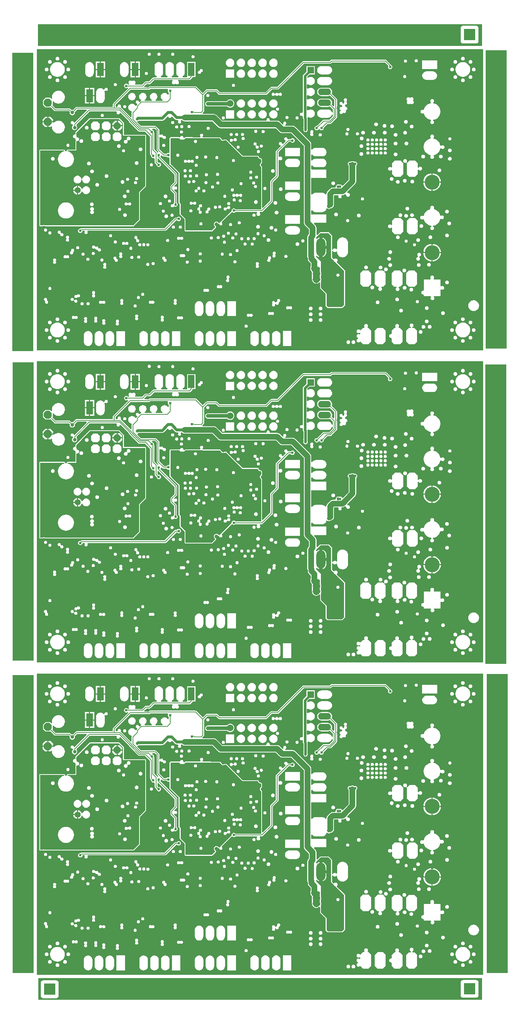
<source format=gbr>
G04 Generated on UCAM*
%FSLAX24Y24*%
%MOIN*%
%IPPOS*%
%ADD10C,0.01000*%
%ADD11C,0.00800*%
%ADD12C,0.02200*%
%ADD13C,0.02000*%
%ADD14C,0.03200*%
%ADD15C,0.07700*%
%ADD16C,0.05200*%
%ADD17C,0.03400*%
%ADD18C,0.06110*%
%ADD19O,0.08450X0.16700*%
%ADD20O,0.12010X0.06110*%
%ADD21R,0.06110X0.06110*%
%AMBOXS*
$10=$1/2*$11=$2/2*$12=$10-$3*$13=$11-$4*
4,1-$6,8,0-$12,$11,$12,$11,$10,$13,$10,0-$13,$12,0-$11,0-$12,0-$11,0-$10,0-$13,0-$10,$13,0-$12,$11,$5*%
%ADD22BOXS,0.06399X0.06399X0.01874X0.01874X45.00X0*%
%ADD23C,0.05600*%
%ADD24BOXS,0.07203X0.07203X0.02110X0.02110X45.00X0*%
%ADD25R,0.06200X0.12200*%
%ADD26C,0.13800*%
%ADD27C,0.02400*%
%ADD28C,0.03100*%
%ADD29C,0.06200*%
%ADD30C,0.02800*%
%ADD31C,0.03000*%
%ADD32C,0.03500*%
%SRX1Y1I0.0000J0.0000*%
%LN29384_layer3*%
%LPD*%
G36*
X52953Y97530D02*
X11968D01*
Y99528*
X52953*
Y97530*
G37*
G36*
X52963Y9606D02*
X12008D01*
Y11604*
X52963*
Y9606*
G37*
G36*
X55195Y40570D02*
X53256D01*
Y68149*
X55195*
Y40570*
G37*
G36*
X55315Y12047D02*
X53376D01*
Y39616*
X55315*
Y12047*
G37*
G36*
X55225Y69632D02*
X53286D01*
Y97132*
X55225*
Y69632*
G37*
G36*
X11585Y40859D02*
X9646D01*
Y68359*
X11585*
Y40859*
G37*
G36*
X11565Y69402D02*
X9626D01*
Y96902*
X11565*
Y69402*
G37*
G36*
X11585Y12047D02*
X9646D01*
Y39518*
X11585*
Y12047*
G37*
%LPC*%
G36*
X52480Y99378D02*
X52391Y99396D01*
Y99395*
X51209*
Y99396*
X51120Y99378*
X51045Y99328*
X50994Y99252*
X50976Y99163*
X50978*
Y97982*
X50976*
X50994Y97893*
X51045Y97817*
X51120Y97766*
X51209Y97749*
Y97750*
X52391*
Y97749*
X52480Y97766*
X52555Y97817*
X52606Y97893*
X52624Y97982*
X52622*
Y99163*
X52624*
X52606Y99252*
X52555Y99328*
X52480Y99378*
G37*
%LPD*%
G36*
X52316Y98056D02*
X51284D01*
Y99089*
X52316*
Y98056*
G37*
%LPC*%
G36*
X52480Y11406D02*
X52391Y11424D01*
Y11422*
X51209*
Y11424*
X51120Y11406*
X51045Y11355*
X50994Y11280*
X50976Y11191*
X50978*
Y10009*
X50976*
X50994Y9920*
X51045Y9845*
X51120Y9794*
X51209Y9776*
Y9778*
X52391*
Y9776*
X52480Y9794*
X52555Y9845*
X52606Y9920*
X52624Y10009*
X52622*
Y11191*
X52624*
X52606Y11280*
X52555Y11355*
X52480Y11406*
G37*
G36*
X13741Y11367D02*
X13652Y11385D01*
Y11383*
X12470*
Y11385*
X12381Y11367*
X12306Y11316*
X12255Y11241*
X12237Y11152*
X12239*
Y9970*
X12237*
X12255Y9881*
X12306Y9806*
X12381Y9755*
X12470Y9737*
Y9739*
X13652*
Y9737*
X13741Y9755*
X13816Y9806*
X13867Y9881*
X13885Y9970*
X13883*
Y11152*
X13885*
X13867Y11241*
X13816Y11316*
X13741Y11367*
G37*
%LPD*%
G36*
X52316Y10084D02*
X51284D01*
Y11116*
X52316*
Y10084*
G37*
G36*
X13577Y10045D02*
X12545D01*
Y11077*
X13577*
Y10045*
G37*
G36*
X52025Y42495D02*
X52062Y42440D01*
X52117Y42404*
X52181Y42391*
X52245Y42404*
X52300Y42440*
X52337Y42495*
X52350Y42560*
X52337Y42624*
X52300Y42679*
X52245Y42715*
X52181Y42728*
X52117Y42715*
X52062Y42679*
X52025Y42624*
X52013Y42560*
X51865*
X51852Y42693*
X51813Y42821*
X51750Y42939*
X51665Y43043*
X51561Y43128*
X51443Y43192*
X51314Y43230*
X51181Y43243*
X51048Y43230*
X50920Y43192*
X50802Y43128*
X50697Y43043*
X50612Y42939*
X50549Y42821*
X50511Y42693*
X50497Y42560*
X50350*
X50337Y42624*
X50300Y42679*
X50245Y42715*
X50181Y42728*
X50117Y42715*
X50062Y42679*
X50025Y42624*
X50013Y42560*
X46906*
X46712Y42754*
X46535*
X46524Y42783*
X46520Y42838*
X46534Y42848*
X47370*
X47383Y42784*
X47419Y42729*
X47474Y42693*
X47538Y42680*
X47603Y42693*
X47658Y42729*
X47694Y42784*
X47707Y42848*
X47705Y42859*
X47950*
X47963Y42794*
X47999Y42739*
X48054Y42703*
X48119Y42690*
X48183Y42703*
X48238Y42739*
X48274Y42794*
X48287Y42859*
X48274Y42923*
X48238Y42978*
X48183Y43014*
X48119Y43027*
X48054Y43014*
X47999Y42978*
X47963Y42923*
X47950Y42859*
X47705*
X47694Y42913*
X47658Y42968*
X47603Y43004*
X47538Y43017*
X47474Y43004*
X47419Y42968*
X47383Y42913*
X47370Y42848*
X46534*
X46570Y42872*
X46607Y42927*
X46619Y42991*
X46607Y43055*
X46570Y43110*
X46515Y43147*
X46451Y43159*
X46387Y43147*
X46332Y43110*
X46295Y43055*
X46283Y42991*
X46295Y42927*
X46332Y42872*
X46382Y42838*
X46378Y42783*
X46367Y42754*
X46205*
X45953Y42502*
Y41495*
X45624*
Y42502*
X45372Y42754*
X45277*
X45268Y42761*
X45238Y42834*
X45264Y42874*
X45277Y42939*
X45264Y43003*
X45228Y43058*
X45173Y43094*
X45108Y43107*
X45044Y43094*
X44989Y43058*
X44953Y43003*
X44940Y42939*
X44953Y42874*
X44979Y42834*
X44949Y42761*
X44940Y42754*
X44865*
X44614Y42502*
Y42216*
X44553Y42168*
X44484Y42154*
X44429Y42118*
X44393Y42063*
X44380Y41998*
X44063*
Y42506*
X43812Y42757*
X43305*
X43053Y42506*
Y41499*
X42723*
Y42506*
X42472Y42757*
X42418*
X42380Y42838*
X42404Y42874*
X42417Y42939*
X42404Y43003*
X42368Y43058*
X42313Y43094*
X42249Y43107*
X42184Y43094*
X42129Y43058*
X42093Y43003*
X42080Y42939*
X42093Y42874*
X42117Y42838*
X42079Y42757*
X41965*
X41756Y42549*
X41662Y42555*
X41603Y42594*
X41539Y42607*
X41474Y42594*
X41419Y42558*
X41383Y42503*
X41370Y42438*
X41383Y42374*
X41419Y42319*
X41474Y42283*
X41539Y42270*
X41603Y42283*
X41632Y42303*
X41706Y42264*
Y42183*
X41632Y42144*
X41603Y42164*
X41539Y42177*
X41474Y42164*
X41419Y42128*
X41383Y42073*
X41370Y42008*
X41383Y41944*
X41419Y41889*
X41474Y41853*
X41528Y41842*
Y41755*
X41474Y41744*
X41419Y41708*
X41383Y41653*
X41370Y41589*
X41127*
X41089Y41597*
X41024Y41584*
X40969Y41548*
X40933Y41493*
X40920Y41429*
X40777*
X40764Y41493*
X40728Y41548*
X40673Y41584*
X40609Y41597*
X40544Y41584*
X40489Y41548*
X40453Y41493*
X40440Y41429*
X35359*
Y42465*
X34579*
Y41085*
X33993*
X34071Y41095*
X34166Y41135*
X34248Y41197*
X34310Y41278*
X34349Y41374*
X34363Y41476*
Y42074*
X34349Y42176*
X34310Y42272*
X34248Y42353*
X34166Y42415*
X34071Y42455*
X33969Y42468*
X33868Y42455*
X33773Y42415*
X33691Y42353*
X33629Y42272*
X33590Y42176*
X33576Y42074*
Y41476*
X33363*
Y42074*
X33349Y42176*
X33310Y42272*
X33248Y42353*
X33166Y42415*
X33071Y42455*
X32969Y42468*
X32868Y42455*
X32773Y42415*
X32691Y42353*
X32629Y42272*
X32590Y42176*
X32576Y42074*
Y41476*
X32363*
Y42074*
X32349Y42176*
X32310Y42272*
X32248Y42353*
X32166Y42415*
X32071Y42455*
X31969Y42468*
X31868Y42455*
X31773Y42415*
X31691Y42353*
X31629Y42272*
X31590Y42176*
X31576Y42074*
Y41476*
X30237*
Y42461*
X29457*
Y41081*
X28871*
X28949Y41091*
X29044Y41131*
X29126Y41193*
X29188Y41274*
X29227Y41370*
X29241Y41472*
Y42070*
X29227Y42172*
X29188Y42268*
X29126Y42349*
X29044Y42411*
X28949Y42451*
X28847Y42464*
X28746Y42451*
X28651Y42411*
X28569Y42349*
X28507Y42268*
X28468Y42172*
X28454Y42070*
Y41472*
X28241*
Y42070*
X28227Y42172*
X28188Y42268*
X28126Y42349*
X28044Y42411*
X27949Y42451*
X27847Y42464*
X27746Y42451*
X27651Y42411*
X27569Y42349*
X27507Y42268*
X27468Y42172*
X27454Y42070*
Y41472*
X27241*
Y42070*
X27227Y42172*
X27188Y42268*
X27126Y42349*
X27044Y42411*
X26949Y42451*
X26847Y42464*
X26746Y42451*
X26651Y42411*
X26569Y42349*
X26507Y42268*
X26468Y42172*
X26454Y42070*
Y41472*
X25119*
Y42461*
X24339*
Y41081*
X23753*
X23831Y41091*
X23926Y41131*
X24007Y41193*
X24070Y41274*
X24109Y41370*
X24123Y41472*
Y42070*
X24109Y42172*
X24070Y42268*
X24007Y42349*
X23926Y42411*
X23831Y42451*
X23729Y42464*
X23628Y42451*
X23532Y42411*
X23451Y42349*
X23389Y42268*
X23349Y42172*
X23336Y42070*
Y41472*
X23123*
X23123*
Y42070*
X23109Y42172*
X23070Y42268*
X23007Y42349*
X22926Y42411*
X22831Y42451*
X22729Y42464*
X22628Y42451*
X22532Y42411*
X22451Y42349*
X22389Y42268*
X22349Y42172*
X22336Y42070*
Y41472*
X22123*
X22123*
Y42070*
X22109Y42172*
X22070Y42268*
X22007Y42349*
X21926Y42411*
X21831Y42451*
X21729Y42464*
X21628Y42451*
X21532Y42411*
X21451Y42349*
X21389Y42268*
X21349Y42172*
X21336Y42070*
Y41472*
X20001*
Y42461*
X19221*
Y41081*
X18634*
X18712Y41091*
X18808Y41131*
X18889Y41193*
X18951Y41274*
X18991Y41370*
X19004Y41472*
Y42070*
X18991Y42172*
X18951Y42268*
X18889Y42349*
X18808Y42411*
X18712Y42451*
X18611Y42464*
X18510Y42451*
X18414Y42411*
X18333Y42349*
X18271Y42268*
X18231Y42172*
X18218Y42070*
Y41472*
X18004*
Y42070*
X17991Y42172*
X17951Y42268*
X17889Y42349*
X17808Y42411*
X17712Y42451*
X17611Y42464*
X17510Y42451*
X17414Y42411*
X17333Y42349*
X17271Y42268*
X17231Y42172*
X17218Y42070*
Y41472*
X17004*
Y42070*
X16991Y42172*
X16951Y42268*
X16889Y42349*
X16808Y42411*
X16712Y42451*
X16611Y42464*
X16510Y42451*
X16414Y42411*
X16333Y42349*
X16271Y42268*
X16231Y42172*
X16218Y42070*
Y41472*
X13919*
X13935Y41495*
X13948Y41560*
X13935Y41624*
X13899Y41679*
X13844Y41715*
X13780Y41728*
X13715Y41715*
X13660Y41679*
X13624Y41624*
X13611Y41560*
X11900*
Y41860*
X12911*
X12924Y41795*
X12960Y41740*
X13015Y41704*
X13080Y41691*
X13144Y41704*
X13199Y41740*
X13235Y41795*
X13248Y41860*
X14311*
X14324Y41795*
X14360Y41740*
X14415Y41704*
X14480Y41691*
X14544Y41704*
X14599Y41740*
X14635Y41795*
X14648Y41860*
X14635Y41924*
X14599Y41979*
X14544Y42015*
X14480Y42028*
X14415Y42015*
X14360Y41979*
X14324Y41924*
X14311Y41860*
X13248*
X13235Y41924*
X13199Y41979*
X13144Y42015*
X13080Y42028*
X13015Y42015*
X12960Y41979*
X12924Y41924*
X12911Y41860*
X11900*
Y42560*
X12611*
X12624Y42495*
X12660Y42440*
X12715Y42404*
X12780Y42391*
X12844Y42404*
X12899Y42440*
X12935Y42495*
X12948Y42560*
X13096*
X13109Y42426*
X13147Y42298*
X13211Y42180*
X13296Y42076*
X13400Y41991*
X13518Y41927*
X13646Y41889*
X13780Y41876*
X13913Y41889*
X14041Y41927*
X14159Y41991*
X14263Y42076*
X14348Y42180*
X14412Y42298*
X14450Y42426*
X14463Y42560*
X14611*
X14624Y42495*
X14660Y42440*
X14715Y42404*
X14780Y42391*
X14844Y42404*
X14899Y42440*
X14935Y42495*
X14948Y42560*
X14935Y42624*
X14899Y42679*
X14844Y42715*
X14780Y42728*
X14715Y42715*
X14660Y42679*
X14624Y42624*
X14611Y42560*
X14463*
X14450Y42693*
X14412Y42821*
X14364Y42909*
X31056*
X31066Y42854*
X31097Y42807*
X31144Y42776*
X31198Y42766*
X31253Y42776*
X31300Y42807*
X31331Y42854*
X31341Y42909*
X31331Y42963*
X31300Y43010*
X31253Y43041*
X31198Y43051*
X31144Y43041*
X31097Y43010*
X31066Y42963*
X31056Y42909*
X14364*
X14348Y42939*
X14263Y43043*
X14159Y43128*
X14041Y43192*
X13913Y43230*
X13780Y43243*
X13646Y43230*
X13518Y43192*
X13400Y43128*
X13296Y43043*
X13211Y42939*
X13147Y42821*
X13109Y42693*
X13096Y42560*
X12948*
X12935Y42624*
X12899Y42679*
X12844Y42715*
X12780Y42728*
X12715Y42715*
X12660Y42679*
X12624Y42624*
X12611Y42560*
X11900*
Y43260*
X12911*
X12924Y43195*
X12960Y43140*
X13015Y43104*
X13080Y43091*
X13144Y43104*
X13199Y43140*
X13235Y43195*
X13248Y43260*
X14311*
X14324Y43195*
X14360Y43140*
X14415Y43104*
X14480Y43091*
X14544Y43104*
X14599Y43140*
X14631Y43189*
X17918*
X17929Y43134*
X17960Y43087*
X18007Y43056*
X18061Y43046*
X18116Y43056*
X18162Y43087*
X18177Y43111*
X19158*
X19169Y43057*
X19200Y43010*
X19247Y42979*
X19301Y42968*
X19356Y42979*
X19402Y43010*
X19433Y43057*
X19444Y43111*
X19433Y43166*
X19416Y43191*
X19409Y43266*
X19443Y43317*
X19454Y43371*
X19443Y43426*
X19412Y43472*
X19366Y43503*
X19311Y43514*
X19257Y43503*
X19210Y43472*
X19179Y43426*
X19168Y43371*
X19179Y43317*
X19196Y43291*
X19203Y43216*
X19169Y43166*
X19158Y43111*
X18177*
X18193Y43134*
X18204Y43189*
X18193Y43243*
X18188Y43250*
X18163Y43308*
X18188Y43367*
X18193Y43374*
X18204Y43428*
X18193Y43483*
X18162Y43530*
X18116Y43561*
X18061Y43571*
X18007Y43561*
X17960Y43530*
X17929Y43483*
X17918Y43428*
X17929Y43374*
X17934Y43367*
X17959Y43308*
X17934Y43250*
X17929Y43243*
X17918Y43189*
X14631*
X14635Y43195*
X14648Y43260*
X14635Y43324*
X14610Y43361*
X16228*
X16239Y43307*
X16270Y43260*
X16317Y43229*
X16371Y43218*
X16426Y43229*
X16472Y43260*
X16503Y43307*
X16514Y43361*
X16510Y43381*
X17178*
X17189Y43326*
X17220Y43280*
X17267Y43249*
X17321Y43238*
X17376Y43249*
X17422Y43280*
X17453Y43326*
X17464Y43381*
X17453Y43436*
X17419Y43486*
Y43536*
X17453Y43587*
X17464Y43641*
X17453Y43696*
X17422Y43742*
X17376Y43773*
X17321Y43784*
X17267Y43773*
X17220Y43742*
X17189Y43696*
X17178Y43641*
X17189Y43587*
X17223Y43536*
Y43486*
X17189Y43436*
X17178Y43381*
X16510*
X16503Y43416*
X16469Y43466*
Y43516*
X16503Y43567*
X16514Y43621*
X16503Y43676*
X16472Y43722*
X16426Y43753*
X16371Y43764*
X16317Y43753*
X16270Y43722*
X16239Y43676*
X16228Y43621*
X16239Y43567*
X16273Y43516*
Y43466*
X16239Y43416*
X16228Y43361*
X14610*
X14599Y43379*
X14544Y43415*
X14480Y43428*
X14415Y43415*
X14360Y43379*
X14324Y43324*
X14311Y43260*
X13248*
X13235Y43324*
X13199Y43379*
X13144Y43415*
X13080Y43428*
X13015Y43415*
X12960Y43379*
X12924Y43324*
X12911Y43260*
X11900*
Y43560*
X13611*
X13624Y43495*
X13660Y43440*
X13715Y43404*
X13780Y43391*
X13844Y43404*
X13899Y43440*
X13935Y43495*
X13948Y43560*
X13935Y43624*
X13899Y43679*
X13844Y43715*
X13813Y43721*
X15110*
X15121Y43667*
X15152Y43620*
X15199Y43589*
X15253Y43578*
X15308Y43589*
X15358Y43623*
X15416*
X15466Y43589*
X15521Y43578*
X15576Y43589*
X15622Y43620*
X15653Y43667*
X15664Y43721*
X15653Y43776*
X15622Y43822*
X15576Y43853*
X15535Y43861*
X20948*
X20959Y43806*
X20993Y43756*
Y43706*
X20959Y43656*
X20948Y43601*
X20959Y43547*
X20990Y43500*
X21037Y43469*
X21091Y43458*
X21146Y43469*
X21192Y43500*
X21223Y43547*
X21234Y43601*
X21223Y43656*
X21189Y43706*
Y43729*
X23316*
X23326Y43674*
X23340Y43653*
X23364Y43577*
X23329Y43526*
X23318Y43471*
X23329Y43417*
X23360Y43370*
X23407Y43339*
X23461Y43328*
X23516Y43339*
X23562Y43370*
X23593Y43417*
X23604Y43471*
X23600Y43488*
X36970*
X36983Y43424*
X37019Y43369*
X37074Y43333*
X37139Y43320*
X37203Y43333*
X37258Y43369*
X37294Y43424*
X37307Y43488*
X37890*
X37903Y43424*
X37939Y43369*
X37994Y43333*
X38059Y43320*
X38123Y43333*
X38161Y43358*
X47670*
X47683Y43294*
X47719Y43239*
X47774Y43203*
X47839Y43190*
X47903Y43203*
X47958Y43239*
X47971Y43260*
X50313*
X50325Y43195*
X50362Y43140*
X50417Y43104*
X50481Y43091*
X50545Y43104*
X50600Y43140*
X50637Y43195*
X50650Y43260*
X51713*
X51725Y43195*
X51762Y43140*
X51817Y43104*
X51881Y43091*
X51945Y43104*
X52000Y43140*
X52037Y43195*
X52050Y43260*
X52037Y43324*
X52000Y43379*
X51945Y43415*
X51881Y43428*
X51817Y43415*
X51762Y43379*
X51725Y43324*
X51713Y43260*
X50650*
X50637Y43324*
X50600Y43379*
X50545Y43415*
X50481Y43428*
X50417Y43415*
X50362Y43379*
X50325Y43324*
X50313Y43260*
X47971*
X47994Y43294*
X48007Y43358*
X47994Y43423*
X47958Y43478*
X47903Y43514*
X47839Y43527*
X47774Y43514*
X47719Y43478*
X47683Y43423*
X47670Y43358*
X38161*
X38178Y43369*
X38214Y43424*
X38227Y43488*
X38214Y43553*
X38209Y43560*
X51013*
X51025Y43495*
X51062Y43440*
X51117Y43404*
X51181Y43391*
X51245Y43404*
X51300Y43440*
X51337Y43495*
X51350Y43560*
X51337Y43624*
X51300Y43679*
X51245Y43715*
X51181Y43728*
X51117Y43715*
X51062Y43679*
X51025Y43624*
X51013Y43560*
X38209*
X38178Y43608*
X38123Y43644*
X38059Y43657*
X37994Y43644*
X37939Y43608*
X37903Y43553*
X37890Y43488*
X37307*
X37294Y43553*
X37258Y43608*
X37203Y43644*
X37139Y43657*
X37074Y43644*
X37019Y43608*
X36983Y43553*
X36970Y43488*
X23600*
X23593Y43526*
X23579Y43547*
X23556Y43622*
X23591Y43674*
X23592Y43681*
X24818*
X24829Y43626*
X24860Y43580*
X24907Y43549*
X24961Y43538*
X25016Y43549*
X25044Y43568*
X25096Y43578*
X25148Y43568*
X25177Y43549*
X25231Y43538*
X25286Y43549*
X25332Y43580*
X25363Y43626*
X25374Y43681*
X25363Y43736*
X25332Y43782*
X25286Y43813*
X25231Y43824*
X25177Y43813*
X25148Y43794*
X25096Y43784*
X25044Y43794*
X25016Y43813*
X24961Y43824*
X24907Y43813*
X24860Y43782*
X24829Y43736*
X24818Y43681*
X23592*
X23601Y43729*
X23591Y43783*
X23560Y43830*
X23513Y43861*
X23458Y43871*
X23404Y43861*
X23357Y43830*
X23326Y43783*
X23316Y43729*
X21189*
Y43756*
X21223Y43806*
X21234Y43861*
X21223Y43916*
X21192Y43962*
X21146Y43993*
X21091Y44004*
X21037Y43993*
X20990Y43962*
X20959Y43916*
X20948Y43861*
X15535*
X15521Y43864*
X15466Y43853*
X15416Y43819*
X15358*
X15308Y43853*
X15253Y43864*
X15199Y43853*
X15152Y43822*
X15121Y43776*
X15110Y43721*
X13813*
X13780Y43728*
X13715Y43715*
X13660Y43679*
X13624Y43624*
X13611Y43560*
X11900*
Y44228*
X26454*
X26468Y44126*
X26507Y44030*
X26569Y43949*
X26651Y43887*
X26746Y43847*
X26847Y43833*
X26949Y43847*
X27044Y43887*
X27126Y43949*
X27188Y44030*
X27227Y44126*
X27241Y44228*
X27454*
X27468Y44126*
X27507Y44030*
X27569Y43949*
X27651Y43887*
X27746Y43847*
X27847Y43833*
X27949Y43847*
X28044Y43887*
X28126Y43949*
X28188Y44030*
X28227Y44126*
X28241Y44228*
X28454*
X28468Y44126*
X28507Y44030*
X28569Y43949*
X28651Y43887*
X28746Y43847*
X28847Y43833*
X28876Y43837*
X29457*
X30237*
Y43918*
X31256*
X31266Y43864*
X31297Y43817*
X31344Y43786*
X31398Y43776*
X31453Y43786*
X31504Y43820*
X31553*
X31604Y43786*
X31658Y43776*
X31713Y43786*
X31760Y43817*
X31791Y43864*
X31801Y43918*
X31791Y43973*
X31760Y44020*
X31713Y44051*
X31658Y44061*
X31604Y44051*
X31553Y44017*
X31504*
X31453Y44051*
X31398Y44061*
X31344Y44051*
X31297Y44020*
X31266Y43973*
X31256Y43918*
X30237*
Y44079*
X33216*
X33226Y44024*
X33257Y43977*
X33304Y43946*
X33359Y43936*
X33413Y43946*
X33428Y43956*
X33484Y43976*
X33540Y43956*
X33554Y43946*
X33609Y43936*
X33663Y43946*
X33710Y43977*
X33731Y44009*
X36970*
X36983Y43944*
X37019Y43889*
X37074Y43853*
X37139Y43840*
X37203Y43853*
X37258Y43889*
X37294Y43944*
X37307Y44009*
X37890*
X37903Y43944*
X37939Y43889*
X37994Y43853*
X38059Y43840*
X38123Y43853*
X38178Y43889*
X38214Y43944*
X38227Y44009*
X38214Y44073*
X38189Y44111*
X49173*
X49185Y44047*
X49222Y43992*
X49277Y43955*
X49341Y43943*
X49405Y43955*
X49460Y43992*
X49497Y44047*
X49509Y44111*
X49497Y44175*
X49460Y44230*
X49405Y44267*
X49341Y44279*
X49277Y44267*
X49222Y44230*
X49185Y44175*
X49173Y44111*
X38189*
X38178Y44128*
X38123Y44164*
X38059Y44177*
X37994Y44164*
X37939Y44128*
X37903Y44073*
X37890Y44009*
X37307*
X37294Y44073*
X37258Y44128*
X37203Y44164*
X37139Y44177*
X37074Y44164*
X37019Y44128*
X36983Y44073*
X36970Y44009*
X33731*
X33741Y44024*
X33751Y44079*
X33741Y44133*
X33710Y44180*
X33663Y44211*
X33609Y44221*
X33554Y44211*
X33503Y44177*
X33464*
X33413Y44211*
X33359Y44221*
X33304Y44211*
X33257Y44180*
X33226Y44133*
X33216Y44079*
X30237*
Y44348*
X45310*
X45323Y44284*
X45359Y44229*
X45414Y44193*
X45479Y44180*
X45543Y44193*
X45598Y44229*
X45634Y44284*
X45647Y44348*
X45634Y44413*
X45598Y44468*
X45543Y44504*
X45479Y44517*
X45414Y44504*
X45359Y44468*
X45323Y44413*
X45310Y44348*
X30237*
Y44599*
X34886*
X34896Y44544*
X34927Y44497*
X34974Y44466*
X35029Y44456*
X35083Y44466*
X35134Y44500*
X35183*
X35234Y44466*
X35289Y44456*
X35343Y44466*
X35390Y44497*
X35415Y44536*
X36970*
X36983Y44471*
X37019Y44417*
X37074Y44380*
X37139Y44367*
X37203Y44380*
X37258Y44417*
X37294Y44471*
X37307Y44536*
X37306Y44539*
X37890*
X37903Y44474*
X37939Y44419*
X37994Y44383*
X38059Y44370*
X38123Y44383*
X38178Y44419*
X38214Y44474*
X38227Y44539*
X38221Y44569*
X47670*
X47683Y44504*
X47719Y44449*
X47774Y44413*
X47839Y44400*
X47903Y44413*
X47958Y44449*
X47994Y44504*
X48007Y44569*
X47994Y44633*
X47958Y44688*
X47903Y44724*
X47839Y44737*
X47774Y44724*
X47719Y44688*
X47683Y44633*
X47670Y44569*
X38221*
X38214Y44603*
X38178Y44658*
X38123Y44694*
X38059Y44707*
X37994Y44694*
X37939Y44658*
X37903Y44603*
X37890Y44539*
X37306*
X37294Y44600*
X37258Y44655*
X37203Y44692*
X37139Y44704*
X37074Y44692*
X37019Y44655*
X36983Y44600*
X36970Y44536*
X35415*
X35421Y44544*
X35431Y44599*
X35421Y44653*
X35390Y44700*
X35343Y44731*
X35289Y44741*
X35234Y44731*
X35183Y44697*
X35134*
X35083Y44731*
X35029Y44741*
X34974Y44731*
X34927Y44700*
X34896Y44653*
X34886Y44599*
X30237*
Y44869*
X33576*
X33586Y44814*
X33617Y44767*
X33664Y44736*
X33719Y44726*
X33773Y44736*
X33820Y44767*
X33851Y44814*
X33861Y44869*
X33849Y44933*
X33924Y44969*
X33957Y44917*
X34004Y44886*
X34058Y44876*
X34113Y44886*
X34160Y44917*
X34191Y44964*
X34201Y45018*
X34195Y45050*
X34192Y45083*
X34246Y45135*
X34253Y45137*
X34300Y45167*
X34331Y45214*
X34341Y45268*
X34331Y45323*
X34300Y45370*
X34253Y45401*
X34199Y45411*
X34144Y45401*
X34097Y45370*
X34066Y45323*
X34056Y45268*
X34062Y45237*
X34065Y45204*
X34011Y45152*
X34004Y45150*
X33957Y45120*
X33944Y45098*
X33855Y45116*
X33851Y45143*
X33820Y45190*
X33773Y45221*
X33719Y45231*
X33664Y45221*
X33617Y45190*
X33586Y45143*
X33576Y45088*
X33586Y45034*
X33620Y44983*
Y44974*
X33586Y44923*
X33576Y44869*
X30237*
Y45217*
X29457*
Y43837*
X28876*
X28949Y43847*
X29044Y43887*
X29126Y43949*
X29188Y44030*
X29227Y44126*
X29241Y44228*
Y44826*
X29227Y44928*
X29188Y45024*
X29126Y45105*
X29044Y45167*
X28949Y45207*
X28847Y45220*
X28746Y45207*
X28651Y45167*
X28569Y45105*
X28507Y45024*
X28468Y44928*
X28454Y44826*
Y44228*
X28241*
Y44826*
X28227Y44928*
X28188Y45024*
X28126Y45105*
X28044Y45167*
X27949Y45207*
X27847Y45220*
X27746Y45207*
X27651Y45167*
X27569Y45105*
X27507Y45024*
X27468Y44928*
X27454Y44826*
Y44228*
X27241*
Y44826*
X27227Y44928*
X27188Y45024*
X27126Y45105*
X27044Y45167*
X26949Y45207*
X26847Y45220*
X26746Y45207*
X26651Y45167*
X26569Y45105*
X26507Y45024*
X26468Y44928*
X26454Y44826*
Y44228*
X11900*
Y44781*
X20808*
X20819Y44726*
X20850Y44680*
X20897Y44649*
X20951Y44638*
X21006Y44649*
X21052Y44680*
X21083Y44726*
X21094Y44781*
X21083Y44836*
X21052Y44882*
X21006Y44913*
X20951Y44924*
X20897Y44913*
X20850Y44882*
X20819Y44836*
X20808Y44781*
X11900*
Y45391*
X12530*
X12541Y45337*
X12572Y45290*
X12623Y45257*
X12657Y45178*
X12646Y45118*
X12656Y45064*
X12687Y45017*
X12734Y44986*
X12788Y44976*
X12814Y44981*
X15918*
X15929Y44926*
X15960Y44880*
X16007Y44849*
X16061Y44838*
X16116Y44849*
X16162Y44880*
X16193Y44926*
X16204Y44981*
X16458*
X16469Y44926*
X16500Y44880*
X16547Y44849*
X16601Y44838*
X16656Y44849*
X16702Y44880*
X16733Y44926*
X16744Y44981*
X16733Y45036*
X16702Y45082*
X16656Y45113*
X16629Y45118*
X17606*
X17616Y45064*
X17647Y45017*
X17694Y44986*
X17749Y44976*
X17803Y44986*
X17850Y45017*
X17854Y45023*
X17947Y45022*
X17957Y45007*
X18004Y44976*
X18059Y44966*
X18113Y44976*
X18160Y45007*
Y45008*
X19576*
X19586Y44954*
X19617Y44907*
X19664Y44876*
X19719Y44866*
X19773Y44876*
X19820Y44907*
X19851Y44954*
X19861Y45008*
X19851Y45063*
X19817Y45114*
Y45118*
X22206*
X22216Y45064*
X22247Y45017*
X22294Y44986*
X22348Y44976*
X22403Y44986*
X22417Y44996*
X22473Y45016*
X22529Y44996*
X22544Y44986*
X22599Y44976*
X22653Y44986*
X22700Y45017*
Y45018*
X24496*
X24506Y44964*
X24537Y44917*
X24584Y44886*
X24639Y44876*
X24693Y44886*
X24740Y44917*
X24771Y44964*
X24781Y45018*
X24771Y45073*
X24737Y45124*
Y45163*
X24771Y45214*
X24781Y45268*
X24771Y45323*
X24740Y45370*
X24693Y45401*
X24639Y45411*
X24584Y45401*
X24537Y45370*
X24506Y45323*
X24496Y45268*
X24506Y45214*
X24540Y45163*
Y45124*
X24506Y45073*
X24496Y45018*
X22700*
X22731Y45064*
X22741Y45118*
X22731Y45173*
X22700Y45220*
X22653Y45251*
X22599Y45261*
X22544Y45251*
X22493Y45217*
X22454*
X22403Y45251*
X22348Y45261*
X22294Y45251*
X22247Y45220*
X22216Y45173*
X22206Y45118*
X19817*
Y45163*
X19851Y45214*
X19861Y45268*
X19851Y45323*
X19820Y45370*
X19773Y45401*
X19719Y45411*
X19664Y45401*
X19617Y45370*
X19586Y45323*
X19576Y45268*
X19586Y45214*
X19620Y45163*
Y45114*
X19586Y45063*
X19576Y45008*
X18160*
X18191Y45054*
X18201Y45109*
X18191Y45163*
X18160Y45210*
X18113Y45241*
X18059Y45251*
X18004Y45241*
X17957Y45210*
X17953Y45204*
X17860Y45205*
X17850Y45220*
X17803Y45251*
X17749Y45261*
X17694Y45251*
X17647Y45220*
X17616Y45173*
X17606Y45118*
X16629*
X16601Y45124*
X16547Y45113*
X16500Y45082*
X16469Y45036*
X16458Y44981*
X16204*
X16193Y45036*
X16162Y45082*
X16116Y45113*
X16061Y45124*
X16007Y45113*
X15960Y45082*
X15929Y45036*
X15918Y44981*
X12814*
X12843Y44986*
X12890Y45017*
X12921Y45064*
X12931Y45118*
X12921Y45173*
X12890Y45220*
X12839Y45253*
X12804Y45332*
X12813Y45379*
X14996*
X15006Y45324*
X15037Y45277*
X15084Y45246*
X15138Y45236*
X15193Y45246*
X15240Y45277*
X15254Y45299*
X15336Y45266*
X15331Y45244*
X15326Y45218*
X15336Y45164*
X15367Y45117*
X15414Y45086*
X15468Y45076*
X15523Y45086*
X15570Y45117*
X15601Y45164*
X15611Y45218*
X15601Y45273*
X15570Y45320*
X15523Y45351*
X15468Y45361*
X15414Y45351*
X15367Y45320*
X15353Y45298*
X15271Y45331*
X15276Y45353*
X15281Y45379*
X15271Y45433*
X15240Y45480*
X15193Y45511*
X15138Y45521*
X15084Y45511*
X15037Y45480*
X15006Y45433*
X14996Y45379*
X12813*
X12816Y45391*
X12805Y45446*
X12774Y45493*
X12728Y45524*
X12673Y45534*
X12619Y45524*
X12572Y45493*
X12541Y45446*
X12530Y45391*
X11900*
Y45639*
X15336*
X15346Y45584*
X15377Y45537*
X15424Y45506*
X15479Y45496*
X15533Y45506*
X15580Y45537*
X15616Y45591*
X15671Y45577*
X15673*
X15728Y45566*
X15783Y45576*
X15830Y45607*
X15861Y45654*
X15869Y45698*
X16976*
X16986Y45644*
X17017Y45597*
X17064Y45566*
X17119Y45556*
X17134Y45559*
X21106*
X21116Y45504*
X21147Y45457*
X21194Y45426*
X21249Y45416*
X21303Y45426*
X21350Y45457*
X21381Y45504*
X21391Y45559*
X21381Y45613*
X21350Y45660*
X21303Y45691*
X21249Y45701*
X21194Y45691*
X21147Y45660*
X21116Y45613*
X21106Y45559*
X17134*
X17173Y45566*
X17220Y45597*
X17251Y45644*
X17261Y45698*
X17251Y45753*
X17217Y45804*
Y45839*
X21506*
X21516Y45784*
X21547Y45737*
X21594Y45706*
X21648Y45696*
X21703Y45706*
X21750Y45737*
X21781Y45784*
X21791Y45839*
X21781Y45893*
X21750Y45940*
X21703Y45971*
X21648Y45981*
X21594Y45971*
X21547Y45940*
X21516Y45893*
X21506Y45839*
X17217*
Y45893*
X17251Y45944*
X17261Y45999*
X17251Y46053*
X17220Y46100*
X17173Y46131*
X17119Y46141*
X17064Y46131*
X17017Y46100*
X16986Y46053*
X16976Y45999*
X16986Y45944*
X17020Y45893*
Y45804*
X16986Y45753*
X16976Y45698*
X15869*
X15871Y45708*
X15861Y45763*
X15830Y45810*
X15783Y45841*
X15728Y45851*
X15674Y45841*
X15627Y45810*
X15591Y45756*
X15536Y45770*
X15534*
X15479Y45781*
X15424Y45771*
X15377Y45740*
X15346Y45693*
X15336Y45639*
X11900*
Y46208*
X27236*
X27246Y46154*
X27277Y46107*
X27324Y46076*
X27378Y46066*
X27433Y46076*
X27484Y46110*
X27523*
X27574Y46076*
X27629Y46066*
X27683Y46076*
X27730Y46107*
X27761Y46154*
X27771Y46208*
X27761Y46263*
X27730Y46310*
X27683Y46341*
X27629Y46351*
X27574Y46341*
X27523Y46307*
X27484*
X27433Y46341*
X27378Y46351*
X27324Y46341*
X27277Y46310*
X27246Y46263*
X27236Y46208*
X11900*
Y46390*
X12937*
X12947Y46335*
X12978Y46289*
X13025Y46258*
X13080Y46247*
X13134Y46258*
X13181Y46289*
X13212Y46335*
X13222Y46390*
X13212Y46445*
X13181Y46491*
X13134Y46522*
X13080Y46533*
X13025Y46522*
X12978Y46491*
X12947Y46445*
X12937Y46390*
X11900*
Y46559*
X28476*
X28486Y46504*
X28517Y46457*
X28564Y46426*
X28619Y46416*
X28672Y46426*
X28733Y46458*
X28795Y46426*
X28849Y46416*
X28903Y46426*
X28950Y46457*
X28981Y46504*
X28991Y46559*
X28981Y46613*
X28950Y46660*
X28903Y46691*
X28849Y46701*
X28795Y46691*
X28733Y46659*
X28672Y46691*
X28619Y46701*
X28564Y46691*
X28517Y46660*
X28486Y46613*
X28476Y46559*
X11900*
Y47126*
X29327*
X29338Y47072*
X29369Y47025*
X29416Y46994*
X29470Y46983*
X29525Y46994*
X29571Y47025*
X29602Y47072*
X29613Y47126*
X29602Y47181*
X29568Y47230*
X29567Y47241*
X29578Y47319*
X29611Y47340*
X29642Y47387*
X29652Y47441*
X29642Y47496*
X29611Y47542*
X29564Y47573*
X29509Y47584*
X29455Y47573*
X29408Y47542*
X29377Y47496*
X29367Y47441*
X29377Y47387*
X29411Y47337*
X29412Y47326*
X29401Y47249*
X29369Y47227*
X29338Y47181*
X29327Y47126*
X11900*
Y48349*
X17996*
X18006Y48294*
X18037Y48247*
X18084Y48216*
X18139Y48206*
X18193Y48216*
X18240Y48247*
X18271Y48294*
X18281Y48349*
X18271Y48403*
X18254Y48428*
X32086*
X32096Y48374*
X32127Y48327*
X32174Y48296*
X32229Y48286*
X32283Y48296*
X32330Y48327*
X32361Y48374*
X32371Y48428*
X32361Y48483*
X32327Y48534*
Y48573*
X32361Y48624*
X32371Y48679*
X32361Y48733*
X32330Y48780*
X32283Y48811*
X32229Y48821*
X32174Y48811*
X32127Y48780*
X32096Y48733*
X32086Y48679*
X32096Y48624*
X32130Y48573*
Y48534*
X32096Y48483*
X32086Y48428*
X18254*
X18237Y48454*
Y48493*
X18271Y48544*
X18281Y48599*
X21966*
X21976Y48544*
X22007Y48497*
X22054Y48466*
X22109Y48456*
X22163Y48466*
X22210Y48497*
X22241Y48544*
X22251Y48599*
X22241Y48653*
X22218Y48688*
X22466*
X22476Y48634*
X22507Y48587*
X22554Y48556*
X22608Y48546*
X22663Y48556*
X22710Y48587*
X22741Y48634*
X22751Y48688*
X22741Y48743*
X22710Y48790*
X22667Y48818*
X25616*
X25626Y48764*
X25657Y48717*
X25704Y48686*
X25759Y48676*
X25813Y48686*
X25860Y48717*
X25891Y48764*
X25901Y48818*
X25891Y48873*
X25874Y48898*
X26817*
X26828Y48843*
X26859Y48797*
X26906Y48766*
X26960Y48755*
X27015Y48766*
X27061Y48797*
X27093Y48843*
X27094Y48849*
X30016*
X30027Y48794*
X30058Y48747*
X30105Y48716*
X30159Y48706*
X30214Y48716*
X30260Y48747*
X30291Y48794*
X30302Y48849*
X30291Y48903*
X30260Y48950*
X30216Y48979*
X33126*
X33136Y48924*
X33167Y48877*
X33214Y48846*
X33268Y48836*
X33323Y48846*
X33370Y48877*
X33401Y48924*
X33411Y48979*
X33399Y49039*
X33446Y49106*
X33450Y49108*
X33481Y49154*
X33491Y49209*
X33481Y49263*
X33450Y49310*
X33403Y49341*
X33349Y49351*
X33294Y49341*
X33247Y49310*
X33216Y49263*
X33206Y49209*
X33218Y49148*
X33171Y49081*
X33167Y49079*
X33136Y49033*
X33126Y48979*
X30216*
X30214Y48981*
X30159Y48992*
X30105Y48981*
X30058Y48950*
X30027Y48903*
X30016Y48849*
X27094*
X27103Y48898*
X27093Y48952*
X27061Y48999*
X27015Y49030*
X26960Y49041*
X26906Y49030*
X26859Y48999*
X26828Y48952*
X26817Y48898*
X25874*
X25860Y48920*
X25813Y48951*
X25759Y48961*
X25704Y48951*
X25657Y48920*
X25626Y48873*
X25616Y48818*
X22667*
X22663Y48821*
X22608Y48831*
X22554Y48821*
X22507Y48790*
X22476Y48743*
X22466Y48688*
X22218*
X22210Y48700*
X22163Y48731*
X22109Y48741*
X22054Y48731*
X22007Y48700*
X21976Y48653*
X21966Y48599*
X18281*
X18271Y48653*
X18240Y48700*
X18193Y48731*
X18139Y48741*
X18084Y48731*
X18037Y48700*
X18006Y48653*
X17996Y48599*
X18006Y48544*
X18040Y48493*
Y48454*
X18006Y48403*
X17996Y48349*
X11900*
Y48798*
X13386*
X13396Y48744*
X13427Y48697*
X13474Y48666*
X13528Y48656*
X13583Y48666*
X13630Y48697*
X13661Y48744*
X13671Y48798*
X13661Y48853*
X13627Y48904*
Y48913*
X13661Y48964*
X13671Y49018*
X13661Y49073*
X13657Y49079*
X16456*
X16466Y49024*
X16497Y48977*
X16544Y48946*
X16599Y48936*
X16653Y48946*
X16700Y48977*
X16714Y48999*
X17746*
X17756Y48944*
X17787Y48897*
X17834Y48866*
X17888Y48856*
X17943Y48866*
X17990Y48897*
X18021Y48944*
X18031Y48999*
X18021Y49053*
X17990Y49100*
X17943Y49131*
X17888Y49141*
X17834Y49131*
X17787Y49100*
X17756Y49053*
X17746Y48999*
X16714*
X16731Y49024*
X16741Y49079*
X16731Y49133*
X16700Y49180*
X16687Y49188*
X18936*
X18946Y49134*
X18977Y49087*
X19024Y49056*
X19077Y49046*
X19066Y48988*
X19076Y48934*
X19107Y48887*
X19154Y48856*
X19209Y48846*
X19263Y48856*
X19310Y48887*
X19341Y48934*
X19351Y48988*
X19341Y49043*
X19310Y49090*
X19263Y49121*
X19210Y49131*
X19221Y49188*
X19211Y49243*
X19180Y49290*
X19133Y49321*
X19089Y49329*
X19486*
X19496Y49274*
X19527Y49227*
X19574Y49196*
X19628Y49186*
X19683Y49196*
X19730Y49227*
X19739Y49241*
X20498*
X20509Y49187*
X20540Y49140*
X20586Y49109*
X20641Y49098*
X20696Y49109*
X20742Y49140*
X20773Y49187*
X20784Y49241*
X20776Y49278*
X21126*
X21136Y49224*
X21167Y49177*
X21214Y49146*
X21268Y49136*
X21323Y49146*
X21370Y49177*
X21377Y49188*
X23436*
X23446Y49134*
X23477Y49087*
X23524Y49056*
X23577Y49046*
X23566Y48988*
X23576Y48934*
X23607Y48887*
X23654Y48856*
X23709Y48846*
X23763Y48856*
X23810Y48887*
X23841Y48934*
X23851Y48988*
X23841Y49043*
X23810Y49090*
X23763Y49121*
X23710Y49131*
X23721Y49188*
X23711Y49243*
X23680Y49290*
X23633Y49321*
X23579Y49331*
X23524Y49321*
X23477Y49290*
X23446Y49243*
X23436Y49188*
X21377*
X21401Y49224*
X21411Y49278*
X21401Y49333*
X21370Y49380*
X21327Y49408*
X25058*
X25069Y49354*
X25100Y49307*
X25147Y49276*
X25201Y49266*
X25257Y49277*
X25315Y49308*
X25373Y49277*
X25429Y49266*
X25483Y49276*
X25530Y49307*
X25561Y49354*
X25571Y49408*
X25561Y49463*
X25530Y49510*
X25483Y49541*
X25429Y49551*
X25373Y49540*
X25315Y49509*
X25257Y49540*
X25201Y49551*
X25147Y49541*
X25100Y49510*
X25069Y49463*
X25058Y49408*
X21327*
X21323Y49411*
X21268Y49421*
X21214Y49411*
X21167Y49380*
X21136Y49333*
X21126Y49278*
X20776*
X20773Y49296*
X20742Y49342*
X20696Y49373*
X20641Y49384*
X20586Y49373*
X20540Y49342*
X20509Y49296*
X20498Y49241*
X19739*
X19761Y49274*
X19771Y49329*
X19761Y49383*
X19756Y49390*
X19731Y49448*
X19756Y49507*
X19761Y49514*
X19771Y49569*
X19769Y49577*
X26817*
X26828Y49522*
X26859Y49476*
X26906Y49445*
X26960Y49434*
X27015Y49445*
X27061Y49476*
X27093Y49522*
X27099Y49557*
X28845*
X28855Y49503*
X28887Y49456*
X28933Y49425*
X28988Y49414*
X29042Y49425*
X29089Y49456*
X29120Y49503*
X29121Y49508*
X29593*
X29604Y49454*
X29635Y49407*
X29681Y49376*
X29736Y49365*
X29790Y49376*
X29808Y49388*
X33616*
X33626Y49334*
X33657Y49287*
X33704Y49256*
X33758Y49246*
X33813Y49256*
X33860Y49287*
X33891Y49334*
X33893Y49348*
X34716*
X34726Y49294*
X34757Y49247*
X34804Y49216*
X34859Y49206*
X34913Y49216*
X34960Y49247*
X34991Y49294*
X35001Y49348*
X34991Y49403*
X34960Y49450*
X34913Y49481*
X34859Y49491*
X34804Y49481*
X34757Y49450*
X34726Y49403*
X34716Y49348*
X33893*
X33901Y49388*
X33891Y49443*
X33855Y49497*
X33893Y49563*
X33901Y49574*
X33911Y49629*
X33901Y49683*
X33870Y49730*
X33823Y49761*
X33768Y49771*
X33714Y49761*
X33667Y49730*
X33636Y49683*
X33626Y49629*
X33636Y49574*
X33672Y49520*
X33634Y49454*
X33626Y49443*
X33616Y49388*
X29808*
X29837Y49407*
X29868Y49454*
X29879Y49508*
X29868Y49563*
X29837Y49609*
X29790Y49640*
X29736Y49651*
X29681Y49640*
X29635Y49609*
X29604Y49563*
X29593Y49508*
X29121*
X29131Y49557*
X29120Y49612*
X29089Y49658*
X29042Y49690*
X28988Y49700*
X28933Y49690*
X28887Y49658*
X28855Y49612*
X28845Y49557*
X27099*
X27103Y49577*
X27093Y49631*
X27061Y49678*
X27015Y49709*
X26960Y49720*
X26906Y49709*
X26859Y49678*
X26828Y49631*
X26817Y49577*
X19769*
X19761Y49623*
X19730Y49670*
X19683Y49701*
X19628Y49711*
X19574Y49701*
X19527Y49670*
X19496Y49623*
X19486Y49569*
X19496Y49514*
X19501Y49507*
X19526Y49448*
X19501Y49390*
X19496Y49383*
X19486Y49329*
X19089*
X19079Y49331*
X19024Y49321*
X18977Y49290*
X18946Y49243*
X18936Y49188*
X16687*
X16653Y49211*
X16599Y49221*
X16544Y49211*
X16497Y49180*
X16466Y49133*
X16456Y49079*
X13657*
X13630Y49120*
X13583Y49151*
X13528Y49161*
X13474Y49151*
X13427Y49120*
X13396Y49073*
X13386Y49018*
X13396Y48964*
X13430Y48913*
Y48904*
X13396Y48853*
X13386Y48798*
X11900*
Y49309*
X14346*
X14356Y49254*
X14387Y49207*
X14434Y49176*
X14489Y49166*
X14543Y49176*
X14594Y49210*
X14603*
X14654Y49176*
X14708Y49166*
X14763Y49176*
X14810Y49207*
X14841Y49254*
X14851Y49309*
X14841Y49363*
X14810Y49410*
X14763Y49441*
X14708Y49451*
X14654Y49441*
X14603Y49407*
X14594*
X14543Y49441*
X14489Y49451*
X14434Y49441*
X14387Y49410*
X14356Y49363*
X14346Y49309*
X11900*
Y49669*
X14956*
X14966Y49614*
X14997Y49567*
X15044Y49536*
X15099Y49526*
X15153Y49536*
X15175Y49551*
X15998*
X16009Y49496*
X16040Y49450*
X16087Y49419*
X16141Y49408*
X16196Y49419*
X16242Y49450*
X16273Y49496*
X16284Y49551*
X16273Y49606*
X16265Y49618*
X16956*
X16966Y49564*
X16997Y49517*
X17044Y49486*
X17098Y49476*
X17153Y49486*
X17200Y49517*
X17231Y49564*
X17241Y49618*
X17231Y49673*
X17200Y49720*
X17153Y49751*
X17098Y49761*
X17044Y49751*
X16997Y49720*
X16966Y49673*
X16956Y49618*
X16265*
X16242Y49652*
X16196Y49683*
X16141Y49694*
X16087Y49683*
X16040Y49652*
X16009Y49606*
X15998Y49551*
X15175*
X15200Y49567*
X15231Y49614*
X15241Y49669*
X15229Y49729*
X15276Y49796*
X15280Y49798*
X15311Y49844*
X15321Y49899*
X15311Y49953*
X15280Y50000*
X15233Y50031*
X15179Y50041*
X15124Y50031*
X15077Y50000*
X15046Y49953*
X15036Y49899*
X15048Y49838*
X15001Y49771*
X14997Y49769*
X14966Y49723*
X14956Y49669*
X11900*
Y50149*
X15506*
X15516Y50094*
X15547Y50047*
X15594Y50016*
X15648Y50006*
X15703Y50016*
X15750Y50047*
X15781Y50094*
X15791Y50149*
X15781Y50201*
X16978*
X16989Y50147*
X17020Y50100*
X17066Y50069*
X17121Y50058*
X17176Y50069*
X17192Y50080*
X17210Y50073*
X17274Y50051*
X17279Y50046*
X17310Y50000*
X17319Y49994*
X17356Y49969*
X17411Y49958*
X17442Y49964*
X17492Y49946*
X17522Y49909*
X17529Y49877*
X17560Y49830*
X17606Y49799*
X17661Y49788*
X17716Y49799*
X17762Y49830*
X17793Y49877*
X17804Y49931*
X17793Y49986*
X17762Y50032*
X17716Y50063*
X17661Y50074*
X17630Y50068*
X17580Y50086*
X17577Y50089*
X20406*
X20416Y50034*
X20447Y49987*
X20494Y49956*
X20549Y49946*
X20603Y49956*
X20625Y49971*
X25666*
X25676Y49916*
X25708Y49869*
X25754Y49838*
X25809Y49828*
X25863Y49838*
X25910Y49869*
X25916Y49878*
X30206*
X30216Y49824*
X30247Y49777*
X30294Y49746*
X30348Y49736*
X30403Y49746*
X30450Y49777*
X30481Y49824*
X30491Y49878*
X30481Y49933*
X30450Y49980*
X30403Y50011*
X30348Y50021*
X30294Y50011*
X30247Y49980*
X30216Y49933*
X30206Y49878*
X25916*
X25941Y49916*
X25952Y49971*
X25941Y50025*
X25910Y50072*
X25863Y50103*
X25809Y50114*
X25754Y50103*
X25708Y50072*
X25676Y50025*
X25666Y49971*
X20625*
X20650Y49987*
X20681Y50034*
X20691Y50089*
X20681Y50143*
X20650Y50190*
X20603Y50221*
X20549Y50231*
X20494Y50221*
X20447Y50190*
X20416Y50143*
X20406Y50089*
X17577*
X17550Y50123*
X17543Y50156*
X17512Y50202*
X17466Y50233*
X17411Y50244*
X17356Y50233*
X17340Y50222*
X17322Y50229*
X17258Y50251*
X17253Y50256*
X17222Y50302*
X17213Y50308*
X17176Y50333*
X17121Y50344*
X17066Y50333*
X17020Y50302*
X16989Y50256*
X16978Y50201*
X15781*
Y50203*
X15750Y50250*
X15703Y50281*
X15648Y50291*
X15594Y50281*
X15547Y50250*
X15516Y50203*
X15506Y50149*
X11900*
Y50671*
X18988*
X18999Y50616*
X19030Y50570*
X19077Y50539*
X19131Y50528*
X19179Y50538*
X19736*
X19746Y50484*
X19777Y50437*
X19824Y50406*
X19878Y50396*
X19933Y50406*
X19980Y50437*
X19993Y50457*
X20084*
X20097Y50437*
X20144Y50406*
X20199Y50396*
X20253Y50406*
X20286Y50428*
X21226*
X21236Y50374*
X21267Y50327*
X21314Y50296*
X21369Y50286*
X21423Y50296*
X21470Y50327*
X21501Y50374*
X21511Y50428*
X21606*
X21616Y50374*
X21647Y50327*
X21694Y50296*
X21748Y50286*
X21803Y50296*
X21850Y50327*
X21881Y50374*
X21889Y50419*
X21986*
X21996Y50364*
X22027Y50317*
X22074Y50286*
X22129Y50276*
X22183Y50286*
X22230Y50317*
X22261Y50364*
X22271Y50419*
X22261Y50473*
X22250Y50489*
X30956*
X30966Y50434*
X30997Y50387*
X31044Y50356*
X31098Y50346*
X31153Y50356*
X31200Y50387*
X31231Y50434*
X31240Y50482*
X31601*
X31611Y50428*
X31643Y50381*
X31689Y50350*
X31744Y50339*
X31798Y50350*
X31845Y50381*
X31876Y50428*
X31884Y50468*
X35750*
X35763Y50404*
X35799Y50349*
X35854Y50313*
X35919Y50300*
X35983Y50313*
X36038Y50349*
X36074Y50404*
X36087Y50468*
X36074Y50533*
X36038Y50588*
X35983Y50624*
X35919Y50637*
X35854Y50624*
X35799Y50588*
X35763Y50533*
X35750Y50468*
X31884*
X31887Y50482*
X31876Y50537*
X31845Y50584*
X31798Y50615*
X31744Y50625*
X31689Y50615*
X31643Y50584*
X31611Y50537*
X31601Y50482*
X31240*
X31241Y50489*
X31231Y50543*
X31200Y50590*
X31153Y50621*
X31098Y50631*
X31044Y50621*
X30997Y50590*
X30966Y50543*
X30956Y50489*
X22250*
X22230Y50520*
X22183Y50551*
X22129Y50561*
X22074Y50551*
X22027Y50520*
X21996Y50473*
X21986Y50419*
X21889*
X21891Y50428*
X21881Y50483*
X21850Y50530*
X21803Y50561*
X21748Y50571*
X21694Y50561*
X21647Y50530*
X21616Y50483*
X21606Y50428*
X21511*
X21501Y50483*
X21470Y50530*
X21423Y50561*
X21369Y50571*
X21314Y50561*
X21267Y50530*
X21236Y50483*
X21226Y50428*
X20286*
X20300Y50437*
X20331Y50484*
X20341Y50538*
X20331Y50593*
X20300Y50640*
X20253Y50671*
X20199Y50681*
X20144Y50671*
X20097Y50640*
X20084Y50620*
X19993*
X19980Y50640*
X19933Y50671*
X19878Y50681*
X19824Y50671*
X19777Y50640*
X19746Y50593*
X19736Y50538*
X19179*
X19186Y50539*
X19232Y50570*
X19263Y50616*
X19274Y50671*
X19263Y50726*
X19232Y50772*
X19186Y50803*
X19131Y50814*
X19077Y50803*
X19030Y50772*
X18999Y50726*
X18988Y50671*
X11900*
Y50849*
X14566*
X14576Y50794*
X14607Y50747*
X14654Y50716*
X14708Y50706*
X14763Y50716*
X14810Y50747*
X14841Y50794*
X14851Y50849*
X14841Y50903*
X14807Y50954*
Y51003*
X14841Y51054*
X14847Y51088*
X20876*
X20886Y51034*
X20917Y50987*
X20964Y50956*
X21014Y50947*
X21042Y50907*
X21058Y50869*
X21046Y50850*
X21035Y50795*
X21046Y50741*
X21077Y50694*
X21123Y50663*
X21178Y50652*
X21216Y50660*
X29042*
X29052Y50605*
X29083Y50558*
X29130Y50527*
X29185Y50517*
X29239Y50527*
X29286Y50558*
X29317Y50605*
X29328Y50660*
X29317Y50714*
X29286Y50761*
X29239Y50792*
X29185Y50803*
X29130Y50792*
X29083Y50761*
X29052Y50714*
X29042Y50660*
X21216*
X21232Y50663*
X21279Y50694*
X21310Y50741*
X21321Y50795*
X21316Y50819*
X23796*
X23806Y50764*
X23837Y50717*
X23884Y50686*
X23939Y50676*
X23993Y50686*
X24040Y50717*
X24071Y50764*
X24081Y50819*
X24071Y50873*
X24040Y50920*
X23993Y50951*
X23939Y50961*
X23884Y50951*
X23837Y50920*
X23806Y50873*
X23796Y50819*
X21316*
X21310Y50850*
X21279Y50896*
X21232Y50928*
X21182Y50937*
X21154Y50976*
X21138Y51015*
X21140Y51019*
X24816*
X24826Y50964*
X24857Y50917*
X24904Y50886*
X24959Y50876*
X25013Y50886*
X25064Y50920*
X25153*
X25204Y50886*
X25259Y50876*
X25313Y50886*
X25360Y50917*
X25391Y50964*
X25401Y51019*
X25396Y51043*
X27831*
X27842Y50989*
X27873Y50942*
X27919Y50911*
X27974Y50901*
X28029Y50911*
X28075Y50942*
X28106Y50989*
X28117Y51043*
X28109Y51079*
X28459*
X28470Y51024*
X28501Y50978*
X28547Y50947*
X28602Y50936*
X28657Y50947*
X28703Y50978*
X28734Y51024*
X28737Y51043*
X29821*
X29832Y50989*
X29863Y50942*
X29910Y50911*
X29964Y50901*
X30019Y50911*
X30065Y50942*
X30082Y50968*
X30646*
X30656Y50914*
X30687Y50867*
X30734Y50836*
X30789Y50826*
X30843Y50836*
X30890Y50867*
X30921Y50914*
X30930Y50965*
X31246*
X31257Y50910*
X31288Y50864*
X31335Y50832*
X31389Y50822*
X31444Y50832*
X31491Y50864*
X31522Y50910*
X31532Y50965*
X31527Y50988*
X31790*
X31800Y50934*
X31832Y50887*
X31878Y50856*
X31933Y50845*
X31987Y50856*
X31990Y50858*
X33070*
X33083Y50794*
X33119Y50739*
X33174Y50703*
X33238Y50690*
X33303Y50703*
X33358Y50739*
X33377Y50768*
X36286*
X36296Y50714*
X36327Y50667*
X36374Y50636*
X36428Y50626*
X36483Y50636*
X36530Y50667*
X36561Y50714*
X36571Y50768*
X36561Y50823*
X36530Y50870*
X36483Y50901*
X36428Y50911*
X36374Y50901*
X36327Y50870*
X36296Y50823*
X36286Y50768*
X33377*
X33394Y50794*
X33407Y50858*
X33394Y50923*
X33358Y50978*
X33303Y51014*
X33238Y51027*
X33174Y51014*
X33119Y50978*
X33083Y50923*
X33070Y50858*
X31990*
X32034Y50887*
X32065Y50934*
X32076Y50988*
X32065Y51043*
X32034Y51089*
X31987Y51121*
X31933Y51131*
X31878Y51121*
X31832Y51089*
X31800Y51043*
X31790Y50988*
X31527*
X31522Y51019*
X31491Y51066*
X31444Y51097*
X31389Y51108*
X31335Y51097*
X31288Y51066*
X31257Y51019*
X31246Y50965*
X30930*
X30931Y50968*
X30921Y51023*
X30890Y51070*
X30843Y51101*
X30789Y51111*
X30734Y51101*
X30687Y51070*
X30656Y51023*
X30646Y50968*
X30082*
X30096Y50989*
X30107Y51043*
X30096Y51098*
X30065Y51145*
X30019Y51176*
X29964Y51186*
X29910Y51176*
X29863Y51145*
X29832Y51098*
X29821Y51043*
X28737*
X28745Y51079*
X28734Y51133*
X28703Y51180*
X28671Y51201*
X28963*
X28974Y51146*
X29005Y51100*
X29051Y51069*
X29106Y51058*
X29160Y51069*
X29207Y51100*
X29238Y51146*
X29249Y51201*
X29238Y51255*
X29234Y51260*
X32713*
X32724Y51205*
X32755Y51159*
X32801Y51128*
X32856Y51117*
X32910Y51128*
X32957Y51159*
X32988Y51205*
X32999Y51260*
X32988Y51315*
X32957Y51361*
X32910Y51392*
X32856Y51403*
X32801Y51392*
X32755Y51361*
X32724Y51315*
X32713Y51260*
X29234*
X29207Y51302*
X29160Y51333*
X29106Y51344*
X29051Y51333*
X29005Y51302*
X28974Y51255*
X28963Y51201*
X28671*
X28657Y51211*
X28602Y51222*
X28547Y51211*
X28501Y51180*
X28470Y51133*
X28459Y51079*
X28109*
X28106Y51098*
X28075Y51145*
X28029Y51176*
X27974Y51186*
X27919Y51176*
X27873Y51145*
X27842Y51098*
X27831Y51043*
X25396*
X25391Y51073*
X25360Y51120*
X25313Y51151*
X25259Y51161*
X25204Y51151*
X25153Y51117*
X25064*
X25013Y51151*
X24959Y51161*
X24904Y51151*
X24857Y51120*
X24826Y51073*
X24816Y51019*
X21140*
X21151Y51034*
X21161Y51088*
X21151Y51143*
X21120Y51190*
X21073Y51221*
X21019Y51231*
X20964Y51221*
X20917Y51190*
X20886Y51143*
X20876Y51088*
X14847*
X14851Y51109*
X14841Y51163*
X14810Y51210*
X14763Y51241*
X14708Y51251*
X14654Y51241*
X14607Y51210*
X14576Y51163*
X14566Y51109*
X14576Y51054*
X14610Y51003*
Y50954*
X14576Y50903*
X14566Y50849*
X11900*
Y51499*
X12946*
X12956Y51444*
X12987Y51397*
X13034Y51366*
X13089Y51356*
X13143Y51366*
X13190Y51397*
X13221Y51444*
X13231Y51499*
X13221Y51553*
X13210Y51569*
X13796*
X13806Y51514*
X13837Y51467*
X13884Y51436*
X13938Y51426*
X13994Y51437*
X14021Y51420*
X14063Y51384*
X14056Y51349*
X14066Y51294*
X14097Y51247*
X14144Y51216*
X14198Y51206*
X14253Y51216*
X14300Y51247*
X14307Y51258*
X18536*
X18546Y51204*
X18577Y51157*
X18624Y51126*
X18678Y51116*
X18733Y51126*
X18780Y51157*
X18811Y51204*
X18821Y51258*
X18811Y51313*
X18780Y51360*
X18733Y51391*
X18678Y51401*
X18624Y51391*
X18577Y51360*
X18546Y51313*
X18536Y51258*
X14307*
X14331Y51294*
X14341Y51349*
X14331Y51403*
X14300Y51450*
X14253Y51481*
X14198Y51491*
X14143Y51480*
X14116Y51497*
X14074Y51533*
X14081Y51569*
X14071Y51623*
X14040Y51670*
X13996Y51699*
X15674*
X15690Y51621*
X15734Y51554*
X15801Y51510*
X15878Y51494*
X15956Y51510*
X16023Y51554*
X16067Y51621*
X16082Y51697*
X16270*
X16312Y51616*
X16296Y51593*
X16286Y51539*
X16296Y51484*
X16327Y51437*
X16374Y51406*
X16429Y51396*
X16483Y51406*
X16530Y51437*
X16561Y51484*
X16561*
X29412*
X29422Y51430*
X29454Y51383*
X29500Y51352*
X29555Y51341*
X29609Y51352*
X29656Y51383*
X29681Y51421*
X30113*
X30123Y51367*
X30154Y51320*
X30201Y51289*
X30256Y51278*
X30310Y51289*
X30357Y51320*
X30388Y51367*
X30398Y51421*
X30395Y51437*
X32142*
X32153Y51383*
X32184Y51336*
X32231Y51305*
X32285Y51294*
X32340Y51305*
X32386Y51336*
X32417Y51383*
X32428Y51437*
X32417Y51492*
X32386Y51538*
X32340Y51569*
X32285Y51580*
X32231Y51569*
X32184Y51538*
X32153Y51492*
X32142Y51437*
X30395*
X30388Y51476*
X30357Y51523*
X30310Y51554*
X30256Y51564*
X30201Y51554*
X30154Y51523*
X30123Y51476*
X30113Y51421*
X29681*
X29687Y51430*
X29698Y51484*
X29687Y51539*
X29656Y51586*
X29609Y51617*
X29555Y51627*
X29500Y51617*
X29454Y51586*
X29422Y51539*
X29412Y51484*
X16561*
X16571Y51539*
X16561Y51593*
X16545Y51616*
X16587Y51697*
X23712*
X23760Y51706*
X23801Y51733*
X24107Y52039*
X24326*
X24336Y51984*
X24367Y51937*
X24414Y51906*
X24469Y51896*
X24523Y51906*
X24570Y51937*
X24601Y51984*
X24611Y52039*
Y52040*
X24963*
X24974Y51985*
X25005Y51938*
X25052Y51907*
X25106Y51897*
X25161Y51907*
X25207Y51938*
X25239Y51985*
X25249Y52040*
X25239Y52094*
X25207Y52141*
X25161Y52172*
X25106Y52182*
X25052Y52172*
X25005Y52141*
X24974Y52094*
X24963Y52040*
X24611*
X24601Y52093*
X24570Y52140*
X24523Y52171*
X24469Y52181*
X24414Y52171*
X24367Y52140*
X24336Y52093*
X24326Y52039*
X24107*
X24736Y52668*
X24819Y52663*
X24824Y52654*
X24890Y52610*
X24968Y52594*
X25046Y52610*
X25113Y52654*
X25157Y52721*
X25172Y52798*
X25157Y52876*
X25113Y52943*
X25046Y52987*
X24968Y53003*
X24890Y52987*
X24824Y52943*
X24809Y52921*
X24694*
X24646Y52912*
X24605Y52884*
X23662Y51942*
X16000*
X15952Y51933*
X15912Y51906*
X15905Y51897*
X15878Y51903*
X15801Y51887*
X15734Y51843*
X15690Y51776*
X15674Y51699*
X13996*
X13993Y51701*
X13938Y51711*
X13884Y51701*
X13837Y51670*
X13806Y51623*
X13796Y51569*
X13210*
X13190Y51600*
X13143Y51631*
X13089Y51641*
X13034Y51631*
X12987Y51600*
X12956Y51553*
X12946Y51499*
X11900*
Y51769*
X12536*
X12546Y51714*
X12577Y51667*
X12624Y51636*
X12679Y51626*
X12733Y51636*
X12780Y51667*
X12811Y51714*
X12821Y51769*
X12811Y51823*
X12780Y51870*
X12733Y51901*
X12679Y51911*
X12624Y51901*
X12577Y51870*
X12546Y51823*
X12536Y51769*
X11900*
Y52216*
X12103*
X12110Y52180*
X12130Y52150*
X12160Y52130*
X12196Y52123*
X12427*
X12437Y52125*
X12446*
X12455Y52129*
X12463Y52130*
X12472Y52135*
X12480Y52139*
X12485Y52142*
X12531Y52151*
X12577Y52142*
X12582Y52139*
X12590Y52135*
X12599Y52130*
X12607Y52129*
X12616Y52125*
X12625*
X12635Y52123*
X20767*
X20803Y52130*
X20834Y52151*
X21363Y52680*
X21384Y52712*
X21391Y52748*
Y53032*
X23634*
X23647Y52967*
X23684Y52912*
X23738Y52876*
X23803Y52863*
X23867Y52876*
X23922Y52912*
X23959Y52967*
X23971Y53032*
X23959Y53096*
X23933Y53134*
X24219*
X24230Y53080*
X24261Y53033*
X24307Y53002*
X24362Y52991*
X24416Y53002*
X24463Y53033*
X24494Y53080*
X24505Y53134*
X24494Y53189*
X24463Y53235*
X24416Y53266*
X24362Y53277*
X24307Y53266*
X24261Y53235*
X24230Y53189*
X24219Y53134*
X23933*
X23922Y53151*
X23867Y53187*
X23803Y53200*
X23738Y53187*
X23684Y53151*
X23647Y53096*
X23634Y53032*
X21391*
Y53519*
X23406*
X23416Y53464*
X23447Y53417*
X23494Y53386*
X23549Y53376*
X23603Y53386*
X23650Y53417*
X23681Y53464*
X23691Y53519*
X23681Y53573*
X23650Y53620*
X23603Y53651*
X23549Y53661*
X23494Y53651*
X23447Y53620*
X23416Y53573*
X23406Y53519*
X21391*
Y54217*
X23128*
X23139Y54162*
X23170Y54116*
X23217Y54084*
X23271Y54074*
X23326Y54084*
X23372Y54116*
X23404Y54162*
X23414Y54217*
X23404Y54271*
X23372Y54318*
X23326Y54349*
X23271Y54360*
X23217Y54349*
X23170Y54318*
X23139Y54271*
X23128Y54217*
X21391*
Y54461*
X23967*
X23978Y54406*
X24009Y54360*
X24055Y54328*
X24110Y54318*
X24164Y54328*
X24211Y54360*
X24242Y54406*
X24253Y54461*
X24242Y54515*
X24211Y54562*
X24164Y54593*
X24110Y54604*
X24055Y54593*
X24009Y54562*
X23978Y54515*
X23967Y54461*
X21391*
Y54864*
X23590*
X23603Y54799*
X23639Y54745*
X23694Y54708*
X23758Y54695*
X23823Y54708*
X23878Y54745*
X23914Y54799*
X23927Y54864*
X23914Y54928*
X23878Y54983*
X23823Y55020*
X23758Y55032*
X23694Y55020*
X23639Y54983*
X23603Y54928*
X23590Y54864*
X21391*
Y55248*
X21934Y55791*
X21955Y55822*
X21962Y55858*
Y56244*
X21960Y56254*
Y56268*
X21962Y56278*
Y57791*
X22305*
X22316Y57737*
X22347Y57690*
X22394Y57659*
X22448Y57649*
X22503Y57659*
X22550Y57690*
X22581Y57737*
X22591Y57791*
X22581Y57846*
X22550Y57893*
X22503Y57924*
X22448Y57934*
X22394Y57924*
X22347Y57893*
X22316Y57846*
X22305Y57791*
X21962*
Y60452*
X21955Y60488*
X21935Y60518*
X21905Y60538*
X21869Y60545*
X19910*
Y61638*
X19904Y61674*
X19883Y61705*
X19525Y62063*
X19494Y62084*
X19458Y62090*
X16792*
X16756Y62084*
X16725Y62063*
X15458Y60795*
X15436Y60764*
X15430Y60729*
X15436Y60695*
X15440Y60691*
Y60606*
X15392Y60568*
X15324Y60554*
X15269Y60518*
X15233Y60463*
X15220Y60398*
X15233Y60334*
X15269Y60279*
X15324Y60243*
X15384Y60231*
X15394Y60229*
X15447Y60160*
X15442Y60138*
X15454Y60074*
X15495Y60014*
X15474Y59997*
X15471Y59992*
X15466Y59990*
X15459Y59979*
X15451Y59969*
X15449Y59963*
X15446Y59960*
X15444Y59948*
X15440Y59935*
X15441Y59930*
X15440Y59924*
Y59187*
X14737*
X14724Y59184*
X14713*
X14707Y59182*
X14701Y59180*
X14691Y59173*
X14681Y59169*
X14677Y59163*
X14671Y59160*
X14665Y59151*
X14657Y59142*
X14655Y59136*
X14651Y59130*
X14649Y59119*
X14645Y59108*
X14636Y59055*
X14629Y59048*
X14567Y59054*
X14504Y59048*
X14497Y59055*
X14489Y59108*
X14485Y59119*
X14483Y59130*
X14479Y59136*
X14477Y59142*
X14469Y59151*
X14463Y59160*
X14457Y59163*
X14453Y59169*
X14443Y59173*
X14433Y59180*
X14427Y59182*
X14421Y59184*
X14409*
X14397Y59187*
X12196*
X12160Y59180*
X12130Y59160*
X12110Y59130*
X12103Y59094*
Y52216*
X11900*
Y59588*
X14606*
X14616Y59534*
X14647Y59487*
X14694Y59456*
X14749Y59446*
X14803Y59456*
X14850Y59487*
X14881Y59534*
X14891Y59588*
X14881Y59643*
X14850Y59690*
X14803Y59721*
X14749Y59731*
X14694Y59721*
X14647Y59690*
X14616Y59643*
X14606Y59588*
X11900*
Y61507*
X12416*
X12655Y61268*
X12846*
X12946*
X13137*
X13207Y61339*
X13288Y61301*
X13283Y61258*
X13295Y61143*
X13328Y61032*
X13383Y60929*
X13457Y60839*
X13547Y60765*
X13649Y60710*
X13760Y60677*
X13876Y60665*
X13991Y60677*
X14103Y60710*
X14205Y60765*
X14295Y60839*
X14369Y60929*
X14424Y61032*
X14457Y61143*
X14469Y61258*
X14457Y61374*
X14424Y61485*
X14369Y61587*
X14295Y61678*
X14205Y61752*
X14103Y61806*
X13991Y61840*
X13876Y61851*
X13760Y61840*
X13649Y61806*
X13547Y61752*
X13459Y61679*
X13410Y61688*
X13381Y61698*
X12946*
Y61268*
X12846*
Y61698*
X12416*
Y61507*
X11900*
Y61798*
X12416*
X12846*
X12946*
X13376*
Y61989*
X13137Y62228*
X12946*
Y61798*
X12846*
Y62228*
X12655*
X12416Y61989*
Y61798*
X11900*
Y63307*
X12456*
X12675Y63088*
X13117*
X13140Y63111*
X13482Y62769*
X13523Y62741*
X13571Y62732*
X14842*
X14916Y62658*
X14904Y62599*
X14922Y62505*
X14975Y62425*
X15055Y62372*
X15149Y62354*
X15242Y62372*
X15322Y62425*
X15375Y62505*
X15393Y62599*
X15381Y62658*
X15602Y62878*
X16462*
X16494Y62802*
X15366Y61673*
X15279Y61700*
X15273Y61726*
X15242Y61772*
X15196Y61803*
X15141Y61814*
X15086Y61803*
X15040Y61772*
X15009Y61726*
X14998Y61671*
X15009Y61617*
X15040Y61570*
X15086Y61539*
X15142Y61528*
X15146*
X15216Y61476*
Y61416*
X15195Y61402*
X15142Y61322*
X15124Y61228*
X15142Y61135*
X15195Y61055*
X15275Y61002*
X15368Y60984*
X15462Y61002*
X15542Y61055*
X15595Y61135*
X15613Y61228*
X15595Y61322*
X15539Y61406*
X15537Y61498*
X16385Y62346*
X17778*
X17789Y62291*
X17820Y62245*
X17866Y62214*
X17921Y62203*
X17976Y62214*
X18022Y62245*
X18053Y62291*
X18064Y62346*
X18053Y62401*
X18022Y62447*
X17976Y62478*
X17921Y62489*
X17866Y62478*
X17820Y62447*
X17789Y62401*
X17778Y62346*
X16385*
X16759Y62720*
X19219*
X19261Y62642*
X19248Y62581*
X19259Y62526*
X19290Y62480*
X19336Y62449*
X19391Y62438*
X19446Y62449*
X19492Y62480*
X19523Y62526*
X19528Y62555*
X19615Y62583*
X20361Y61836*
Y61826*
X20370Y61779*
X20398Y61738*
X21240Y60895*
X21281Y60867*
X21329Y60858*
X21858*
X22326Y60390*
Y58785*
X22335Y58737*
X22363Y58696*
X22432Y58626*
X22427Y58601*
X22442Y58523*
X22487Y58457*
X22553Y58412*
X22631Y58397*
X22681Y58407*
X22759Y58354*
Y58021*
X22768Y57973*
X22796Y57932*
X22929Y57799*
X22927Y57790*
X22942Y57712*
X22987Y57645*
X23053Y57601*
X23131Y57586*
X23209Y57601*
X23275Y57645*
X23320Y57712*
X23335Y57790*
X23320Y57868*
X23275Y57934*
X23209Y57979*
X23131Y57994*
X23090Y57985*
X23004Y58071*
Y58336*
X23086Y58370*
X24586Y56871*
Y56215*
X24241Y55870*
X24213Y55829*
X24204Y55781*
Y55499*
X24213Y55451*
X24241Y55410*
X24554Y55096*
Y54276*
X24532Y54263*
X24486Y54192*
X24401Y54154*
X24374Y54159*
X24319Y54148*
X24272Y54117*
X24241Y54070*
X24231Y54016*
X24241Y53961*
X24272Y53915*
X24319Y53884*
X24374Y53873*
X24428Y53884*
X24474Y53915*
X24477Y53921*
X24578Y53944*
X24599Y53929*
X24677Y53914*
X24755Y53929*
X24821Y53974*
X24866Y54040*
X24881Y54118*
X24866Y54196*
X24821Y54263*
X24799Y54276*
Y55146*
X24790Y55194*
X24763Y55235*
X24543Y55454*
X24599Y55523*
X24618Y55510*
X24673Y55499*
X24727Y55510*
X24774Y55541*
X24805Y55587*
X24816Y55642*
X24805Y55696*
X24774Y55743*
X24727Y55774*
X24673Y55785*
X24619Y55774*
X24612Y55767*
X24554Y55837*
X24794Y56076*
X24822Y56117*
X24831Y56165*
Y56920*
X24822Y56968*
X24794Y57009*
X23279Y58524*
X23322Y58588*
X23331Y58634*
X23419Y58660*
X23486Y58593*
X23527Y58565*
X23575Y58556*
X23849*
X23864Y58534*
X23930Y58490*
X24008Y58474*
X24043Y58482*
X24121Y58422*
Y57892*
X24127Y57856*
X24149Y57825*
X24230Y57743*
X24235Y57734*
X24244Y57729*
X24955Y57018*
Y54328*
X24962Y54292*
X24983Y54261*
X25062Y54182*
Y53256*
X25068Y53220*
X25090Y53189*
X25510Y52768*
Y51747*
X25517Y51711*
X25537Y51681*
X25567Y51661*
X25603Y51654*
X28015*
X28051Y51662*
X28081Y51682*
X28169Y51769*
X33766*
X33776Y51714*
X33807Y51667*
X33854Y51636*
X33909Y51626*
X33963Y51636*
X34010Y51667*
X34041Y51714*
X34046Y51745*
X34779*
X34793Y51643*
X34832Y51548*
X34894Y51466*
X34976Y51404*
X35071Y51365*
X35173Y51351*
X35771*
X35874Y51365*
X35969Y51404*
X36051Y51466*
X36113Y51548*
X36152Y51643*
X36166Y51745*
X36152Y51846*
X36113Y51941*
X36051Y52023*
X35969Y52085*
X35874Y52124*
X35771Y52138*
X35173*
X35071Y52124*
X34976Y52085*
X34894Y52023*
X34832Y51941*
X34793Y51846*
X34779Y51745*
X34046*
X34051Y51769*
X34041Y51823*
X34010Y51870*
X33963Y51901*
X33909Y51911*
X33854Y51901*
X33807Y51870*
X33776Y51823*
X33766Y51769*
X28169*
X28380Y51976*
X28383Y51982*
X28387Y51985*
X28393Y51996*
X28401Y52007*
X28402Y52012*
X28404Y52016*
X28405Y52029*
X28408Y52042*
X28407Y52047*
X28408Y52053*
X28405Y52078*
X32120*
X32133Y52014*
X32169Y51959*
X32224Y51923*
X32288Y51910*
X32353Y51923*
X32408Y51959*
X32427Y51988*
X33360*
X33373Y51924*
X33409Y51869*
X33464Y51833*
X33528Y51820*
X33593Y51833*
X33648Y51869*
X33684Y51924*
X33697Y51988*
X33684Y52053*
X33648Y52108*
X33593Y52144*
X33528Y52157*
X33464Y52144*
X33409Y52108*
X33373Y52053*
X33360Y51988*
X32427*
X32444Y52014*
X32457Y52078*
X32444Y52143*
X32408Y52198*
X32353Y52234*
X32288Y52247*
X32224Y52234*
X32169Y52198*
X32133Y52143*
X32120Y52078*
X28405*
X28403Y52101*
X28402Y52106*
Y52111*
X28397Y52123*
X28393Y52135*
X28390Y52140*
X28388Y52143*
X28378Y52153*
X28370Y52163*
X28366Y52166*
X28362Y52170*
X28333Y52190*
X28298Y52242*
X28286Y52303*
X28298Y52365*
X28333Y52417*
X28385Y52452*
X28446Y52464*
X28508Y52452*
X28560Y52417*
X28581Y52385*
X28586Y52382*
X28588Y52377*
X28599Y52368*
X28608Y52358*
X28612Y52357*
X28616Y52354*
X28628Y52350*
X28641Y52345*
X28645*
X28650Y52344*
X28699Y52339*
X28710*
X28718Y52298*
X28749Y52251*
X28795Y52220*
X28850Y52210*
X28905Y52220*
X28951Y52251*
X28970Y52280*
X29613*
X29623Y52225*
X29654Y52179*
X29701Y52147*
X29756Y52137*
X29810Y52147*
X29857Y52179*
X29888Y52225*
X29898Y52280*
X29888Y52334*
X29857Y52381*
X29810Y52412*
X29756Y52423*
X29701Y52412*
X29654Y52381*
X29623Y52334*
X29613Y52280*
X28970*
X28982Y52298*
X28993Y52353*
X28982Y52407*
X28957Y52445*
X30420*
X30430Y52391*
X30461Y52344*
X30508Y52313*
X30563Y52302*
X30617Y52313*
X30664Y52344*
X30671Y52355*
X34782*
X36162*
Y53135*
X34782*
Y52355*
X30671*
X30695Y52391*
X30706Y52445*
X30695Y52500*
X30664Y52546*
X30617Y52577*
X30563Y52588*
X30508Y52577*
X30461Y52546*
X30430Y52500*
X30420Y52445*
X28957*
X28948Y52458*
X28942Y52530*
X29569Y53149*
X31766*
X31776Y53094*
X31807Y53047*
X31854Y53016*
X31909Y53006*
X31963Y53016*
X32010Y53047*
X32041Y53094*
X32051Y53149*
X32041Y53203*
X32010Y53250*
X31963Y53281*
X31909Y53291*
X31854Y53281*
X31807Y53250*
X31776Y53203*
X31766Y53149*
X29569*
X29851Y53427*
X29906Y53422*
X29977Y53375*
X30055Y53359*
X30133Y53375*
X30199Y53419*
X30214Y53441*
X32186*
X32213Y53357*
X32202Y53350*
X32165Y53295*
X32153Y53231*
X32165Y53167*
X32202Y53112*
X32257Y53075*
X32321Y53063*
X32385Y53075*
X32440Y53112*
X32477Y53167*
X32489Y53231*
X32477Y53295*
X32440Y53350*
X32429Y53357*
X32439Y53389*
X33830*
X33843Y53324*
X33879Y53269*
X33934Y53233*
X33998Y53220*
X34063Y53233*
X34118Y53269*
X34154Y53324*
X34167Y53389*
X34154Y53453*
X34118Y53508*
X34063Y53544*
X33998Y53557*
X33934Y53544*
X33879Y53508*
X33843Y53453*
X33830Y53389*
X32439*
X32456Y53441*
X32644*
X32692Y53450*
X32733Y53478*
X33524Y54269*
X33720*
X33733Y54204*
X33769Y54149*
X33824Y54113*
X33888Y54100*
X33953Y54113*
X34008Y54149*
X34044Y54204*
X34057Y54269*
X34044Y54333*
X34008Y54388*
X33953Y54424*
X33888Y54437*
X33824Y54424*
X33769Y54388*
X33733Y54333*
X33720Y54269*
X33524*
X33620Y54365*
X33647Y54406*
X33657Y54453*
Y54855*
X34779*
X34793Y54753*
X34832Y54658*
X34894Y54577*
X34976Y54514*
X35071Y54475*
X35173Y54461*
X35771*
X35874Y54475*
X35969Y54514*
X36051Y54577*
X36113Y54658*
X36152Y54753*
X36166Y54855*
X36152Y54956*
X36113Y55052*
X36051Y55133*
X35969Y55195*
X35874Y55235*
X35771Y55248*
X35173*
X35071Y55235*
X34976Y55195*
X34894Y55133*
X34832Y55052*
X34793Y54956*
X34779Y54855*
X33657*
Y55538*
X34210*
X34223Y55474*
X34259Y55419*
X34314Y55383*
X34378Y55370*
X34443Y55383*
X34498Y55419*
X34528Y55465*
X34782*
X36162*
Y56245*
X34782*
Y55465*
X34528*
X34534Y55474*
X34547Y55538*
X34534Y55603*
X34498Y55658*
X34443Y55694*
X34378Y55707*
X34314Y55694*
X34259Y55658*
X34223Y55603*
X34210Y55538*
X33657*
Y56184*
X34133Y56660*
X34160Y56701*
X34169Y56749*
Y57965*
X34779*
X34793Y57864*
X34832Y57768*
X34894Y57687*
X34976Y57625*
X35071Y57585*
X35173Y57572*
X35771*
X35874Y57585*
X35969Y57625*
X36051Y57687*
X36113Y57768*
X36152Y57864*
X36166Y57965*
X36152Y58066*
X36113Y58162*
X36051Y58243*
X35969Y58305*
X35874Y58345*
X35771Y58358*
X35173*
X35071Y58345*
X34976Y58305*
X34894Y58243*
X34832Y58162*
X34793Y58066*
X34779Y57965*
X34169*
Y58196*
X34250Y58235*
X34284Y58213*
X34348Y58200*
X34413Y58213*
X34468Y58249*
X34504Y58304*
X34517Y58368*
X34504Y58433*
X34468Y58488*
X34413Y58524*
X34348Y58537*
X34284Y58524*
X34250Y58502*
X34169Y58541*
Y58575*
X34782*
X36162*
Y59355*
X34782*
Y58575*
X34169*
Y58953*
X35121Y59905*
X35305*
X35320Y59883*
X35386Y59839*
X35464Y59824*
X35542Y59839*
X35609Y59883*
X35653Y59950*
X35668Y60028*
X35653Y60106*
X35609Y60172*
X35542Y60217*
X35464Y60232*
X35386Y60217*
X35320Y60172*
X35305Y60150*
X35071*
X35060Y60148*
X35041Y60155*
X34983Y60202*
X34980Y60207*
X34974Y60240*
X34943Y60286*
X34897Y60317*
X34842Y60328*
X34788Y60317*
X34741Y60286*
X34710Y60240*
X34699Y60185*
X34710Y60131*
X34741Y60084*
X34788Y60053*
X34805Y60049*
X34831Y59962*
X34570Y59701*
X34506Y59731*
X34494Y59740*
X34482Y59799*
X34451Y59845*
X34405Y59877*
X34350Y59887*
X34295Y59877*
X34249Y59845*
X34218Y59799*
X34207Y59744*
X34218Y59690*
X34249Y59643*
X34295Y59612*
X34354Y59601*
X34363Y59588*
X34394Y59524*
X33961Y59092*
X33933Y59051*
X33924Y59003*
Y56799*
X33448Y56323*
X33421Y56282*
X33411Y56234*
Y54503*
X32725Y53817*
X32649Y53849*
Y55601*
X32778*
X32789Y55546*
X32820Y55500*
X32867Y55469*
X32921Y55458*
X32976Y55469*
X33022Y55500*
X33053Y55546*
X33064Y55601*
X33053Y55656*
X33022Y55702*
X32976Y55733*
X32921Y55744*
X32867Y55733*
X32820Y55702*
X32789Y55656*
X32778Y55601*
X32649*
Y57221*
X33490*
X33503Y57156*
X33539Y57101*
X33594Y57065*
X33658Y57052*
X33723Y57065*
X33778Y57101*
X33814Y57156*
X33827Y57221*
X33814Y57285*
X33778Y57340*
X33723Y57376*
X33658Y57389*
X33594Y57376*
X33539Y57340*
X33503Y57285*
X33490Y57221*
X32649*
Y57584*
X32647Y57594*
Y57603*
X32643Y57612*
X32642Y57620*
X32636Y57629*
X32633Y57636*
X32626Y57643*
X32622Y57651*
X32615Y57655*
X32607Y57662*
X32591Y57674*
X32556Y57725*
X32544Y57787*
X32556Y57849*
X32591Y57901*
X32607Y57912*
X32615Y57919*
X32622Y57924*
X32626Y57932*
X32633Y57938*
X32636Y57947*
X32642Y57954*
X32643Y57963*
X32647Y57971*
Y57980*
X32649Y57990*
Y58277*
X32648Y58282*
Y58287*
X32644Y58301*
X32642Y58313*
X32639Y58318*
X32638Y58321*
X32629Y58332*
X32622Y58343*
X32618Y58346*
X32615Y58350*
X32578Y58380*
X32572Y58383*
X32569Y58387*
X32557Y58392*
X32545Y58398*
X32541*
X32536Y58400*
X32522*
X32515Y58401*
X32447Y58415*
X32395Y58449*
X32361Y58501*
X32352Y58541*
X32348Y58550*
X32347Y58559*
X32342Y58566*
X32338Y58575*
X32332Y58582*
X32327Y58589*
X32319Y58593*
X32313Y58600*
X32304Y58603*
X32297Y58609*
X32288Y58610*
X32280Y58614*
X32271*
X32261Y58616*
X30868*
X30486Y58998*
X32174*
X32184Y58944*
X32216Y58897*
X32262Y58866*
X32317Y58855*
X32371Y58866*
X32418Y58897*
X32449Y58944*
X32460Y58998*
X32449Y59053*
X32418Y59099*
X32371Y59131*
X32317Y59141*
X32262Y59131*
X32216Y59099*
X32184Y59053*
X32174Y58998*
X30486*
X30059Y59425*
X30313*
X30324Y59371*
X30355Y59324*
X30402Y59293*
X30456Y59282*
X30511Y59293*
X30558Y59324*
X30589Y59371*
X30599Y59425*
X30589Y59480*
X30558Y59527*
X30511Y59558*
X30456Y59568*
X30402Y59558*
X30355Y59527*
X30324Y59480*
X30313Y59425*
X30059*
X29777Y59707*
X31859*
X31870Y59652*
X31901Y59606*
X31948Y59574*
X32002Y59564*
X32044Y59572*
X32098Y59506*
X32076Y59472*
X32066Y59417*
X32076Y59363*
X32107Y59316*
X32154Y59285*
X32208Y59275*
X32263Y59285*
X32310Y59316*
X32341Y59363*
X32351Y59417*
X32341Y59472*
X32310Y59519*
X32297Y59527*
X32455*
X32466Y59472*
X32497Y59426*
X32544Y59395*
X32598Y59384*
X32653Y59395*
X32699Y59426*
X32730Y59472*
X32741Y59527*
X32730Y59581*
X32699Y59628*
X32653Y59659*
X32598Y59670*
X32544Y59659*
X32497Y59628*
X32466Y59581*
X32455Y59527*
X32297*
X32263Y59550*
X32208Y59560*
X32167Y59552*
X32115Y59615*
Y59623*
X32135Y59652*
X32145Y59707*
X32135Y59761*
X32103Y59808*
X32057Y59839*
X32002Y59850*
X31948Y59839*
X31901Y59808*
X31870Y59761*
X31859Y59707*
X29777*
X29425Y60059*
X29688*
X29699Y60005*
X29730Y59958*
X29777Y59927*
X29831Y59916*
X29886Y59927*
X29932Y59958*
X29964Y60005*
X29968Y60031*
X30014Y60042*
X30056Y60040*
X30084Y59996*
X30131Y59965*
X30185Y59954*
X30240Y59965*
X30286Y59996*
X30318Y60043*
X30328Y60097*
X30318Y60152*
X30286Y60198*
X30271Y60208*
X30762*
X30772Y60154*
X30803Y60107*
X30850Y60076*
X30905Y60065*
X30959Y60076*
X31006Y60107*
X31037Y60154*
X31048Y60208*
X31037Y60263*
X31006Y60309*
X30959Y60340*
X30905Y60351*
X30850Y60340*
X30803Y60309*
X30772Y60263*
X30762Y60208*
X30271*
X30240Y60230*
X30185Y60240*
X30131Y60230*
X30084Y60198*
X30053Y60152*
X30049Y60126*
X30003Y60115*
X29962Y60116*
X29932Y60160*
X29886Y60192*
X29831Y60202*
X29777Y60192*
X29730Y60160*
X29699Y60114*
X29688Y60059*
X29425*
X29400Y60084*
X29369Y60105*
X29333Y60112*
X29207*
X29197Y60110*
X29188*
X29180Y60106*
X29171Y60105*
X29164Y60099*
X29153Y60096*
X29133Y60082*
X29086Y60092*
X29023Y60079*
X29009Y60082*
X28957Y60117*
X28920Y60173*
X28918Y60183*
X28912Y60190*
X28908Y60199*
X28902Y60206*
X28897Y60214*
X28818Y60293*
X28802Y60304*
X28787Y60314*
X28770Y60317*
X28751Y60321*
X27179Y60326*
X27153Y60410*
X27170Y60421*
X27201Y60467*
X27211Y60522*
X27201Y60576*
X27192Y60589*
X29666*
X29676Y60535*
X29707Y60488*
X29754Y60457*
X29809Y60446*
X29863Y60457*
X29910Y60488*
X29941Y60535*
X29951Y60589*
X30159*
X30169Y60535*
X30201Y60488*
X30247Y60457*
X30302Y60446*
X30356Y60457*
X30403Y60488*
X30434Y60535*
X30445Y60589*
X30719*
X30730Y60535*
X30761Y60488*
X30807Y60457*
X30862Y60446*
X30916Y60457*
X30963Y60488*
X30994Y60535*
X31005Y60589*
X30994Y60644*
X30963Y60690*
X30916Y60722*
X30862Y60732*
X30807Y60722*
X30761Y60690*
X30730Y60644*
X30719Y60589*
X30445*
X30434Y60644*
X30403Y60690*
X30356Y60722*
X30302Y60732*
X30247Y60722*
X30201Y60690*
X30169Y60644*
X30159Y60589*
X29951*
X29941Y60644*
X29910Y60690*
X29863Y60722*
X29809Y60732*
X29754Y60722*
X29707Y60690*
X29676Y60644*
X29666Y60589*
X27192*
X27170Y60623*
X27123Y60654*
X27069Y60665*
X27014Y60654*
X26967Y60623*
X26936Y60576*
X26926Y60522*
X26936Y60467*
X26967Y60421*
X26983Y60410*
X26957Y60326*
X25596Y60331*
X25578Y60327*
X25567Y60325*
Y60323*
X25559*
X25545Y60315*
X25530Y60304*
X25473Y60249*
X25395Y60291*
X25402Y60327*
X25392Y60381*
X25361Y60428*
X25314Y60459*
X25259Y60470*
X25205Y60459*
X25158Y60428*
X25127Y60381*
X25125Y60371*
X25112Y60357*
X25059Y60328*
X25055Y60324*
X25041Y60327*
X25030Y60329*
X25011Y60333*
X24249Y60335*
X24231Y60332*
X24213Y60329*
X24199Y60319*
X24182Y60308*
X24149Y60274*
X24138Y60258*
X24127Y60241*
X24125Y60226*
X24121Y60207*
Y59685*
X24107Y59614*
X24121Y59544*
Y58935*
X24043Y58875*
X24008Y58883*
X23930Y58867*
X23864Y58823*
X23849Y58801*
X23625*
X23181Y59244*
Y59573*
X23451*
X23462Y59518*
X23493Y59472*
X23540Y59441*
X23594Y59430*
X23649Y59441*
X23695Y59472*
X23726Y59518*
X23737Y59573*
X23726Y59628*
X23695Y59674*
X23649Y59705*
X23594Y59716*
X23540Y59705*
X23493Y59674*
X23462Y59628*
X23451Y59573*
X23181*
Y60341*
X23202Y60357*
X23292*
X23343Y60323*
X23397Y60312*
X23419Y60317*
X23463Y60322*
X23507Y60260*
Y60258*
X23537Y60213*
X23584Y60182*
X23639Y60171*
X23693Y60182*
X23740Y60213*
X23771Y60259*
X23781Y60314*
X23771Y60368*
X23740Y60415*
X23693Y60446*
X23639Y60457*
X23617Y60452*
X23573Y60447*
X23529Y60509*
Y60511*
X23498Y60556*
X23452Y60587*
X23397Y60598*
X23343Y60587*
X23292Y60553*
X23202*
X23181Y60569*
Y60827*
X25089*
X25100Y60772*
X25131Y60726*
X25177Y60695*
X25232Y60684*
X25286Y60695*
X25333Y60726*
X25364Y60772*
X25375Y60827*
X25366Y60869*
X31924*
X31934Y60815*
X31965Y60768*
X32012Y60737*
X32067Y60726*
X32121Y60737*
X32168Y60768*
X32199Y60815*
X32206Y60850*
X32623*
X32634Y60795*
X32665Y60749*
X32711Y60718*
X32766Y60707*
X32820Y60718*
X32867Y60749*
X32898Y60795*
X32909Y60850*
X32898Y60904*
X32867Y60951*
X32820Y60982*
X32766Y60993*
X32711Y60982*
X32665Y60951*
X32634Y60904*
X32623Y60850*
X32206*
X32210Y60869*
X32199Y60924*
X32168Y60970*
X32121Y61002*
X32067Y61012*
X32012Y61002*
X31965Y60970*
X31934Y60924*
X31924Y60869*
X25366*
X25364Y60881*
X25333Y60928*
X25286Y60959*
X25232Y60970*
X25177Y60959*
X25131Y60928*
X25100Y60881*
X25089Y60827*
X23181*
Y60992*
X23172Y61039*
X23144Y61080*
X22949Y61276*
X24626*
X24636Y61222*
X24667Y61175*
X24714Y61144*
X24769Y61133*
X24823Y61144*
X24870Y61175*
X24901Y61222*
X24911Y61276*
X24906Y61303*
X25109*
X25119Y61249*
X25150Y61202*
X25197Y61171*
X25252Y61160*
X25261Y61162*
X27555*
X27566Y61107*
X27597Y61060*
X27644Y61029*
X27698Y61019*
X27753Y61029*
X27800Y61060*
X27831Y61107*
X27841Y61162*
X27831Y61216*
X27800Y61263*
X27753Y61294*
X27698Y61305*
X27644Y61294*
X27597Y61263*
X27566Y61216*
X27555Y61162*
X25261*
X25306Y61171*
X25353Y61202*
X25384Y61249*
X25395Y61303*
X25394Y61309*
X25786*
X25796Y61254*
X25827Y61207*
X25874Y61176*
X25928Y61166*
X25983Y61176*
X26030Y61207*
X26061Y61254*
X26071Y61309*
X26061Y61363*
X26030Y61410*
X25983Y61441*
X25928Y61451*
X25874Y61441*
X25827Y61410*
X25796Y61363*
X25786Y61309*
X25394*
X25384Y61358*
X25353Y61404*
X25306Y61436*
X25252Y61446*
X25197Y61436*
X25150Y61404*
X25119Y61358*
X25109Y61303*
X24906*
X24901Y61331*
X24870Y61377*
X24823Y61409*
X24769Y61419*
X24714Y61409*
X24667Y61377*
X24636Y61331*
X24626Y61276*
X22949*
X22898Y61327*
X22857Y61354*
X22810Y61363*
X21487*
X21177Y61673*
X24258*
X24269Y61619*
X24300Y61572*
X24347Y61541*
X24401Y61530*
X24456Y61541*
X24502Y61572*
X24533Y61619*
X24544Y61673*
X24533Y61728*
X24502Y61775*
X24456Y61806*
X24401Y61816*
X24347Y61806*
X24300Y61775*
X24269Y61728*
X24258Y61673*
X21177*
X21137Y61713*
X21142Y61742*
X21169Y61796*
X21244Y61811*
X21291Y61843*
X23446*
X23533Y61859*
X23607Y61909*
X23937Y62240*
X24025Y62213*
X24026Y62204*
X24057Y62157*
X24104Y62126*
X24158Y62116*
X24213Y62126*
X24260Y62157*
X24289Y62202*
X24300Y62210*
X24377Y62227*
X24631Y61973*
X24705Y61923*
X24792Y61907*
X24899*
X24918Y61882*
X24936Y61826*
X24911Y61787*
X24900Y61732*
X24911Y61678*
X24942Y61631*
X24988Y61600*
X25043Y61589*
X25097Y61600*
X25144Y61631*
X25175Y61678*
X25186Y61732*
X25175Y61787*
X25149Y61826*
X25168Y61882*
X25186Y61907*
X25267*
X25281Y61888*
X25352Y61834*
X25435Y61800*
X25524Y61788*
X28069*
X28596Y61262*
X28667Y61207*
X28750Y61172*
X28840Y61160*
X33921*
X34272Y60811*
X34343Y60756*
X34426Y60721*
X34515Y60709*
X35343*
X36508Y59545*
Y57380*
X36518Y57304*
Y57078*
X36508Y57002*
Y52458*
X36520Y52368*
X36554Y52285*
X36609Y52214*
X36988Y51834*
Y51393*
X36929Y51334*
X36874Y51263*
X36840Y51179*
X36828Y51090*
Y49352*
X36840Y49262*
X36875Y49176*
Y49115*
X36888Y49025*
X36922Y48942*
X36977Y48871*
X37155Y48691*
Y48429*
X37119Y48340*
X37105Y48239*
X37119Y48137*
X37158Y48042*
X37221Y47960*
X37255Y47925*
Y47745*
X37254Y47738*
X37255Y47732*
Y47235*
X37254Y47228*
X37258Y47209*
X37269Y47127*
X37308Y47032*
X37370Y46950*
X37452Y46888*
X37547Y46849*
X37648Y46835*
X37750Y46849*
X37845Y46888*
X37926Y46951*
X37953Y46946*
X38009Y46919*
Y46449*
X38016Y46413*
X38037Y46381*
X38483Y45935*
X38506Y45896*
X38516Y45823*
X38519Y45815*
Y44802*
X38526Y44766*
X38547Y44735*
X38665Y44617*
X38696Y44596*
X38732Y44589*
X40026*
X40062Y44596*
X40093Y44617*
X40280Y44804*
X51681*
X51698Y44676*
X51747Y44556*
X51826Y44454*
X51928Y44376*
X52048Y44326*
X52175Y44309*
X52303Y44326*
X52422Y44376*
X52525Y44454*
X52603Y44556*
X52652Y44676*
X52670Y44804*
X52652Y44931*
X52603Y45051*
X52525Y45153*
X52422Y45231*
X52303Y45281*
X52175Y45298*
X52048Y45281*
X51928Y45231*
X51826Y45153*
X51747Y45051*
X51698Y44931*
X51681Y44804*
X40280*
X40285Y44809*
X40306Y44840*
X40313Y44876*
Y45099*
X43140*
X43153Y45034*
X43189Y44979*
X43244Y44943*
X43309Y44930*
X43373Y44943*
X43428Y44979*
X43464Y45034*
X43477Y45099*
X43464Y45163*
X43460Y45168*
X46826*
X46836Y45114*
X46867Y45067*
X46914Y45036*
X46968Y45026*
X47023Y45036*
X47070Y45067*
X47101Y45114*
X47111Y45168*
X47101Y45223*
X47070Y45270*
X47023Y45301*
X46968Y45311*
X46914Y45301*
X46867Y45270*
X46836Y45223*
X46826Y45168*
X43460*
X43428Y45218*
X43373Y45254*
X43309Y45267*
X43244Y45254*
X43189Y45218*
X43153Y45163*
X43140Y45099*
X40313*
Y45368*
X44960*
X44973Y45304*
X45009Y45249*
X45064Y45213*
X45128Y45200*
X45193Y45213*
X45248Y45249*
X45284Y45304*
X45297Y45368*
X45284Y45433*
X45248Y45488*
X45193Y45524*
X45128Y45537*
X45064Y45524*
X45009Y45488*
X44973Y45433*
X44960Y45368*
X40313*
Y45999*
X47340*
X47353Y45934*
X47389Y45879*
X47444Y45843*
X47513Y45829*
X47569Y45784*
Y45673*
X48200*
X48209Y45666*
X48239Y45592*
X48213Y45553*
X48200Y45489*
X48213Y45424*
X48249Y45369*
X48304Y45333*
X48369Y45320*
X48433Y45333*
X48488Y45369*
X48524Y45424*
X48537Y45489*
X48524Y45553*
X48498Y45592*
X48529Y45666*
X48536Y45673*
X49108*
Y46268*
X49189Y46306*
X49224Y46283*
X49289Y46270*
X49353Y46283*
X49408Y46319*
X49444Y46374*
X49457Y46438*
X49444Y46503*
X49408Y46558*
X49353Y46594*
X49289Y46607*
X49224Y46594*
X49189Y46571*
X49108Y46609*
Y46939*
X49560*
X49573Y46874*
X49609Y46819*
X49664Y46783*
X49728Y46770*
X49793Y46783*
X49848Y46819*
X49884Y46874*
X49897Y46939*
X49884Y47003*
X49848Y47058*
X49793Y47094*
X49728Y47107*
X49664Y47094*
X49609Y47058*
X49573Y47003*
X49560Y46939*
X49108*
Y47213*
X48515*
X48508Y47222*
X48478Y47294*
X48504Y47334*
X48517Y47399*
X48504Y47463*
X48468Y47518*
X48413Y47554*
X48348Y47567*
X48284Y47554*
X48229Y47518*
X48193Y47463*
X48180Y47399*
X48193Y47334*
X48219Y47294*
X48189Y47221*
X48181Y47213*
X47569*
Y46213*
X47513Y46168*
X47444Y46154*
X47389Y46118*
X47353Y46063*
X47340Y45999*
X40313*
Y46479*
X42660*
X42673Y46414*
X42709Y46359*
X42764Y46323*
X42828Y46310*
X42893Y46323*
X42948Y46359*
X42984Y46414*
X42997Y46479*
X42984Y46543*
X42948Y46598*
X42893Y46634*
X42828Y46647*
X42764Y46634*
X42709Y46598*
X42673Y46543*
X42660Y46479*
X40313*
Y46799*
X41713*
X41965Y46547*
X42472*
X42723Y46799*
X43053*
X43305Y46547*
X43427*
X43453Y46463*
X43429Y46448*
X43393Y46393*
X43380Y46329*
X43393Y46264*
X43429Y46209*
X43484Y46173*
X43548Y46160*
X43613Y46173*
X43668Y46209*
X43704Y46264*
X43717Y46329*
X43704Y46393*
X43668Y46448*
X43644Y46463*
X43670Y46547*
X43812*
X44059Y46795*
X44614*
X44865Y46543*
X45046*
X45073Y46460*
X45039Y46438*
X45003Y46383*
X44990Y46318*
X45003Y46254*
X45039Y46199*
X45094Y46163*
X45159Y46150*
X45223Y46163*
X45278Y46199*
X45314Y46254*
X45319Y46279*
X46260*
X46273Y46214*
X46309Y46159*
X46364Y46123*
X46428Y46110*
X46493Y46123*
X46548Y46159*
X46584Y46214*
X46597Y46279*
X46584Y46343*
X46548Y46398*
X46493Y46434*
X46428Y46447*
X46364Y46434*
X46309Y46398*
X46273Y46343*
X46260Y46279*
X45319*
X45327Y46318*
X45314Y46383*
X45278Y46438*
X45258Y46451*
X45633*
X45645Y46387*
X45682Y46332*
X45737Y46295*
X45801Y46283*
X45865Y46295*
X45920Y46332*
X45957Y46387*
X45969Y46451*
X45957Y46515*
X45920Y46570*
X45865Y46607*
X45801Y46619*
X45737Y46607*
X45682Y46570*
X45645Y46515*
X45633Y46451*
X45258*
X45244Y46460*
X45271Y46543*
X45372*
X45624Y46795*
X45953*
X46205Y46543*
X46712*
X46964Y46795*
Y47802*
X46712Y48053*
X46205*
X45953Y47802*
Y46795*
X45624*
Y47802*
X45377Y48048*
X45610*
X45623Y47984*
X45659Y47929*
X45714Y47893*
X45778Y47880*
X45843Y47893*
X45898Y47929*
X45934Y47984*
X45947Y48048*
X45934Y48113*
X45898Y48168*
X45843Y48204*
X45778Y48217*
X45714Y48204*
X45659Y48168*
X45623Y48113*
X45610Y48048*
X45377*
X45372Y48053*
X44865*
X44614Y47802*
Y46795*
X44059*
X44063Y46799*
Y47806*
X43917Y47952*
X43972Y48022*
X43993Y48007*
X44014Y47993*
X44078Y47980*
X44143Y47993*
X44198Y48029*
X44234Y48084*
X44247Y48148*
X44234Y48213*
X44198Y48268*
X44143Y48304*
X44078Y48317*
X44014Y48304*
X43959Y48268*
X43923Y48213*
X43910Y48148*
X43923Y48084*
X43937Y48063*
X43952Y48042*
X43882Y47987*
X43812Y48057*
X43305*
X43053Y47806*
Y46799*
X42723*
Y47806*
X42472Y48057*
X41965*
X41713Y47806*
Y46799*
X40313*
Y48010*
X40306Y48046*
X40285Y48077*
X40034Y48328*
X42080*
X42093Y48264*
X42129Y48209*
X42184Y48173*
X42249Y48160*
X42313Y48173*
X42368Y48209*
X42404Y48264*
X42415Y48319*
X43420*
X43433Y48254*
X43469Y48199*
X43524Y48163*
X43589Y48150*
X43653Y48163*
X43708Y48199*
X43744Y48254*
X43757Y48319*
X43744Y48383*
X43708Y48438*
X43653Y48474*
X43589Y48487*
X43524Y48474*
X43469Y48438*
X43433Y48383*
X43420Y48319*
X42415*
X42417Y48328*
X42404Y48393*
X42368Y48448*
X42313Y48484*
X42249Y48497*
X42184Y48484*
X42129Y48448*
X42093Y48393*
X42080Y48328*
X40034*
X39833Y48529*
X44300*
X44313Y48464*
X44349Y48409*
X44404Y48373*
X44468Y48360*
X44533Y48373*
X44588Y48409*
X44624Y48464*
X44637Y48529*
X44631Y48558*
X46940*
X46953Y48494*
X46989Y48439*
X47044Y48403*
X47108Y48390*
X47173Y48403*
X47228Y48439*
X47264Y48494*
X47277Y48558*
X47275Y48569*
X47890*
X47903Y48504*
X47939Y48449*
X47994Y48413*
X48059Y48400*
X48123Y48413*
X48178Y48449*
X48214Y48504*
X48227Y48569*
X48214Y48633*
X48178Y48688*
X48123Y48724*
X48059Y48737*
X47994Y48724*
X47939Y48688*
X47903Y48633*
X47890Y48569*
X47275*
X47264Y48623*
X47228Y48678*
X47173Y48714*
X47108Y48727*
X47044Y48714*
X46989Y48678*
X46953Y48623*
X46940Y48558*
X44631*
X44624Y48593*
X44588Y48648*
X44533Y48684*
X44468Y48697*
X44404Y48684*
X44349Y48648*
X44313Y48593*
X44300Y48529*
X39833*
X39559Y48803*
X39565Y48865*
X39604Y48924*
X39617Y48988*
X39604Y49053*
X39568Y49108*
X39537Y49128*
X44200*
X44213Y49064*
X44249Y49009*
X44304Y48973*
X44369Y48960*
X44433Y48973*
X44488Y49009*
X44524Y49064*
X44537Y49128*
X46890*
X46903Y49064*
X46939Y49009*
X46994Y48973*
X47059Y48960*
X47123Y48973*
X47178Y49009*
X47214Y49064*
X47227Y49128*
X47214Y49193*
X47178Y49248*
X47161Y49258*
X47179Y49346*
X47213Y49353*
X47268Y49389*
X47304Y49444*
X47317Y49508*
X47304Y49573*
X47268Y49628*
X47245Y49643*
X47530*
X47540Y49535*
X47586Y49382*
X47661Y49242*
X47763Y49118*
X47887Y49016*
X48027Y48941*
X48180Y48895*
X48289Y48884*
X48389*
X48497Y48895*
X48650Y48941*
X48790Y49016*
X48914Y49118*
X49016Y49242*
X49091Y49382*
X49137Y49535*
X49147Y49643*
X48389*
Y48884*
X48289*
Y49643*
X47530*
X47245*
X47213Y49664*
X47148Y49677*
X47084Y49664*
X47029Y49628*
X46993Y49573*
X46980Y49508*
X46993Y49444*
X47029Y49389*
X47046Y49379*
X47030Y49290*
X46994Y49284*
X46939Y49248*
X46903Y49193*
X46890Y49128*
X44537*
X44524Y49193*
X44488Y49248*
X44433Y49284*
X44369Y49297*
X44304Y49284*
X44249Y49248*
X44213Y49193*
X44200Y49128*
X39537*
X39513Y49144*
X39448Y49157*
X39384Y49144*
X39325Y49105*
X39263Y49099*
X39113Y49249*
Y49836*
X39201Y49845*
X39203Y49834*
X39239Y49779*
X39294Y49743*
X39358Y49730*
X39423Y49743*
X39477Y49779*
X39485Y49792*
X39558Y49776*
X39571Y49768*
X39589Y49635*
X39640Y49513*
X39720Y49407*
X39825Y49327*
X39948Y49277*
X40079Y49259*
X40209Y49277*
X40332Y49327*
X40437Y49407*
X40517Y49513*
X40568Y49635*
X40580Y49729*
X44310*
X44323Y49664*
X44359Y49609*
X44414Y49573*
X44479Y49560*
X44543Y49573*
X44598Y49609*
X44634Y49664*
X44647Y49729*
X44644Y49744*
X47530*
X48289*
X48389*
X49147*
X49137Y49852*
X49091Y50005*
X49016Y50145*
X48914Y50269*
X48790Y50371*
X48650Y50446*
X48497Y50492*
X48389Y50503*
Y49744*
X48289*
Y50503*
X48180Y50492*
X48027Y50446*
X47887Y50371*
X47763Y50269*
X47661Y50145*
X47586Y50005*
X47540Y49852*
X47530Y49744*
X44644*
X44634Y49793*
X44598Y49848*
X44543Y49884*
X44479Y49897*
X44414Y49884*
X44359Y49848*
X44323Y49793*
X44310Y49729*
X40580*
X40585Y49767*
Y50421*
X46578*
X46589Y50367*
X46620Y50320*
X46667Y50289*
X46721Y50278*
X46776Y50289*
X46822Y50320*
X46853Y50367*
X46864Y50421*
X46853Y50476*
X46822Y50522*
X46776Y50553*
X46721Y50564*
X46667Y50553*
X46620Y50522*
X46589Y50476*
X46578Y50421*
X40585*
Y50590*
X40568Y50722*
X40556Y50751*
X45808*
X45819Y50697*
X45850Y50650*
X45897Y50619*
X45951Y50608*
X46006Y50619*
X46052Y50650*
X46083Y50697*
X46094Y50751*
X46083Y50806*
X46052Y50852*
X46046Y50856*
X46895*
X46908Y50792*
X46944Y50737*
X46999Y50700*
X47064Y50688*
X47128Y50700*
X47183Y50737*
X47219Y50792*
X47232Y50856*
X47219Y50920*
X47183Y50975*
X47128Y51012*
X47064Y51025*
X46999Y51012*
X46944Y50975*
X46908Y50920*
X46895Y50856*
X46046*
X46006Y50883*
X45951Y50894*
X45897Y50883*
X45850Y50852*
X45819Y50806*
X45808Y50751*
X40556*
X40517Y50844*
X40437Y50950*
X40332Y51030*
X40209Y51080*
X40079Y51098*
X39948Y51080*
X39825Y51030*
X39720Y50950*
X39640Y50844*
X39589Y50722*
X39572Y50590*
Y50029*
X39488Y50002*
X39478Y50018*
X39423Y50054*
X39358Y50067*
X39294Y50054*
X39239Y50018*
X39203Y49963*
X39201Y49952*
X39113Y49961*
Y51098*
X45010*
X45023Y51034*
X45059Y50979*
X45114Y50943*
X45178Y50930*
X45243Y50943*
X45298Y50979*
X45334Y51034*
X45347Y51098*
X48010*
X48023Y51034*
X48059Y50979*
X48114Y50943*
X48179Y50930*
X48243Y50943*
X48298Y50979*
X48334Y51034*
X48347Y51098*
X48334Y51163*
X48298Y51218*
X48243Y51254*
X48179Y51267*
X48114Y51254*
X48059Y51218*
X48023Y51163*
X48010Y51098*
X45347*
X45334Y51163*
X45298Y51218*
X45243Y51254*
X45178Y51267*
X45114Y51254*
X45059Y51218*
X45023Y51163*
X45010Y51098*
X39113*
Y51250*
X39109Y51269*
X49560*
X49573Y51204*
X49609Y51149*
X49664Y51113*
X49728Y51100*
X49793Y51113*
X49848Y51149*
X49884Y51204*
X49897Y51269*
X49884Y51333*
X49848Y51388*
X49793Y51424*
X49728Y51437*
X49664Y51424*
X49609Y51388*
X49573Y51333*
X49560Y51269*
X39109*
X39106Y51286*
X39085Y51317*
X38857Y51545*
X38826Y51566*
X38790Y51573*
X38052*
X38016Y51566*
X37985Y51545*
X37751Y51311*
X37674Y51343*
Y51976*
X37662Y52065*
X37641Y52118*
X44280*
X44293Y52054*
X44329Y51999*
X44384Y51963*
X44448Y51950*
X44513Y51963*
X44568Y51999*
X44580Y52018*
X44664Y51991*
Y51625*
X44915Y51373*
X45422*
X45673Y51625*
X46003*
X46255Y51373*
X46762*
X47014Y51625*
Y52139*
X47170*
X47183Y52074*
X47219Y52019*
X47274Y51983*
X47339Y51970*
X47403Y51983*
X47458Y52019*
X47494Y52074*
X47507Y52139*
X47494Y52203*
X47458Y52258*
X47403Y52294*
X47339Y52307*
X47274Y52294*
X47219Y52258*
X47183Y52203*
X47170Y52139*
X47014*
Y52632*
X46762Y52884*
X46514*
X46510Y52919*
X47250*
X47263Y52854*
X47299Y52799*
X47354Y52763*
X47418Y52750*
X47483Y52763*
X47503Y52776*
X47594Y52746*
X47623Y52648*
X47695Y52514*
X47791Y52396*
X47909Y52300*
X48043Y52228*
X48188Y52185*
X48259Y52177*
X48271Y52138*
Y52092*
X48219Y52058*
X48183Y52003*
X48170Y51939*
X48183Y51874*
X48219Y51819*
X48274Y51783*
X48338Y51770*
X48403Y51783*
X48458Y51819*
X48494Y51874*
X48507Y51939*
X48494Y52003*
X48458Y52058*
X48406Y52092*
Y52138*
X48418Y52177*
X48489Y52185*
X48634Y52228*
X48768Y52300*
X48864Y52378*
X49760*
X49773Y52314*
X49809Y52259*
X49864Y52223*
X49928Y52210*
X49993Y52223*
X50048Y52259*
X50084Y52314*
X50097Y52378*
X50084Y52443*
X50048Y52498*
X49993Y52534*
X49928Y52547*
X49864Y52534*
X49809Y52498*
X49773Y52443*
X49760Y52378*
X48864*
X48886Y52396*
X48982Y52514*
X49054Y52648*
X49090Y52768*
X49160Y52802*
X49181*
X49194Y52793*
X49258Y52780*
X49323Y52793*
X49378Y52829*
X49414Y52884*
X49427Y52949*
X49414Y53013*
X49378Y53068*
X49323Y53104*
X49258Y53117*
X49194Y53104*
X49180Y53094*
X49168Y53093*
X49088Y53127*
X49054Y53239*
X48982Y53373*
X48905Y53468*
X49540*
X49553Y53404*
X49589Y53349*
X49644Y53313*
X49708Y53300*
X49773Y53313*
X49828Y53349*
X49864Y53404*
X49877Y53468*
X49864Y53533*
X49828Y53588*
X49773Y53624*
X49708Y53637*
X49644Y53624*
X49589Y53588*
X49553Y53533*
X49540Y53468*
X48905*
X48886Y53491*
X48768Y53587*
X48634Y53659*
X48540Y53687*
X48503Y53769*
X48517Y53839*
X48504Y53903*
X48468Y53958*
X48413Y53994*
X48348Y54007*
X48284Y53994*
X48229Y53958*
X48193Y53903*
X48180Y53839*
X48191Y53783*
X48192Y53765*
X48153Y53692*
X48043Y53659*
X47909Y53587*
X47791Y53491*
X47695Y53373*
X47623Y53239*
X47582Y53102*
X47541Y53078*
X47496Y53065*
X47483Y53074*
X47418Y53087*
X47354Y53074*
X47299Y53038*
X47263Y52983*
X47250Y52919*
X46510*
X46505Y52971*
X46563Y52983*
X46618Y53019*
X46654Y53074*
X46667Y53138*
X46654Y53203*
X46618Y53258*
X46563Y53294*
X46498Y53307*
X46434Y53294*
X46379Y53258*
X46343Y53203*
X46330Y53138*
X46343Y53074*
X46379Y53019*
X46434Y52983*
X46492Y52971*
X46483Y52884*
X46255*
X46003Y52632*
Y51625*
X45673*
Y52632*
X45440Y52866*
X45416Y52890*
Y52971*
X45473Y52983*
X45528Y53019*
X45564Y53074*
X45567Y53091*
X45773*
X45785Y53027*
X45822Y52972*
X45877Y52935*
X45941Y52923*
X46005Y52935*
X46060Y52972*
X46097Y53027*
X46109Y53091*
X46097Y53155*
X46060Y53210*
X46005Y53247*
X45941Y53259*
X45877Y53247*
X45822Y53210*
X45785Y53155*
X45773Y53091*
X45567*
X45577Y53138*
X45564Y53203*
X45528Y53258*
X45473Y53294*
X45409Y53307*
X45344Y53294*
X45289Y53258*
X45253Y53203*
X45240Y53138*
X45253Y53074*
X45289Y53019*
X45344Y52983*
X45402Y52971*
X45393Y52884*
X44915*
X44664Y52632*
Y52246*
X44580Y52219*
X44568Y52238*
X44513Y52274*
X44448Y52287*
X44384Y52274*
X44329Y52238*
X44293Y52183*
X44280Y52118*
X37641*
X37628Y52148*
X37573Y52219*
X37441Y52352*
X37473Y52429*
X38588*
Y52634*
X40421*
X40431Y52579*
X40462Y52532*
X40509Y52501*
X40564Y52491*
X40618Y52501*
X40665Y52532*
X40696Y52579*
X40706Y52634*
X40696Y52688*
X40665Y52735*
X40618Y52766*
X40564Y52776*
X40509Y52766*
X40462Y52735*
X40431Y52688*
X40421Y52634*
X38588*
Y53209*
X39320*
X39333Y53144*
X39369Y53089*
X39424Y53053*
X39488Y53040*
X39553Y53053*
X39608Y53089*
X39622Y53111*
X41413*
X41425Y53047*
X41462Y52992*
X41517Y52955*
X41581Y52943*
X41645Y52955*
X41700Y52992*
X41737Y53047*
X41749Y53111*
X41737Y53175*
X41700Y53230*
X41645Y53267*
X41581Y53279*
X41517Y53267*
X41462Y53230*
X41425Y53175*
X41413Y53111*
X39622*
X39644Y53144*
X39657Y53209*
X39644Y53273*
X39608Y53328*
X39553Y53364*
X39488Y53377*
X39424Y53364*
X39369Y53328*
X39333Y53273*
X39320Y53209*
X38588*
X38588*
X37194*
Y53568*
X37278Y53596*
X37320Y53540*
X37402Y53478*
X37497Y53439*
X37600Y53425*
X38197*
X38300Y53439*
X38395Y53478*
X38477Y53540*
X38539Y53622*
X38578Y53717*
X38582Y53739*
X38586Y53744*
X38666Y53774*
X38725Y53734*
X38819Y53716*
X38912Y53734*
X38933Y53749*
X45890*
X45903Y53684*
X45939Y53629*
X45994Y53593*
X46059Y53580*
X46123Y53593*
X46178Y53629*
X46214Y53684*
X46227Y53749*
X46214Y53813*
X46178Y53868*
X46123Y53904*
X46059Y53917*
X45994Y53904*
X45939Y53868*
X45903Y53813*
X45890Y53749*
X38933*
X38959Y53767*
X39027Y53775*
X39110Y53810*
X39181Y53864*
X39235Y53935*
X39269Y54018*
X39282Y54107*
Y54641*
X41768*
X41779Y54587*
X41810Y54540*
X41856Y54509*
X41911Y54498*
X41966Y54509*
X42012Y54540*
X42043Y54587*
X42054Y54641*
X42043Y54696*
X42012Y54742*
X41966Y54773*
X41911Y54784*
X41856Y54773*
X41810Y54742*
X41779Y54696*
X41768Y54641*
X39282*
Y54946*
X39331Y54995*
X39668*
X39712Y54914*
X39702Y54901*
X39691Y54847*
X39702Y54792*
X39733Y54745*
X39780Y54714*
X39834Y54704*
X39889Y54714*
X39935Y54745*
X39967Y54792*
X39977Y54847*
X39967Y54901*
X39957Y54914*
X40000Y54995*
X40078*
X40167Y55008*
X40250Y55042*
X40321Y55097*
X40327Y55102*
X40366Y55095*
X40422Y55015*
X40435Y54947*
X40472Y54892*
X40527Y54855*
X40591Y54843*
X40655Y54855*
X40710Y54892*
X40747Y54947*
X40759Y55011*
X40747Y55075*
X40710Y55130*
X40655Y55167*
X40591Y55179*
X40565Y55174*
X40518Y55245*
Y55250*
X40529Y55304*
X41240Y56016*
X41295Y56087*
X41329Y56170*
X41338Y56228*
X45000*
X45013Y56164*
X45049Y56109*
X45104Y56073*
X45168Y56060*
X45233Y56073*
X45288Y56109*
X45324Y56164*
X45337Y56228*
X45324Y56293*
X45312Y56311*
X45663*
X45675Y56247*
X45712Y56192*
X45767Y56155*
X45831Y56143*
X45895Y56155*
X45950Y56192*
X45981Y56239*
X46350*
X46363Y56174*
X46399Y56119*
X46454Y56083*
X46519Y56070*
X46583Y56083*
X46638Y56119*
X46653Y56143*
X47530*
X47540Y56035*
X47586Y55882*
X47661Y55742*
X47763Y55618*
X47887Y55516*
X48027Y55441*
X48180Y55395*
X48289Y55384*
X48389*
X48497Y55395*
X48650Y55441*
X48790Y55516*
X48914Y55618*
X49016Y55742*
X49091Y55882*
X49137Y56035*
X49147Y56143*
X48389*
Y55384*
X48289*
Y56143*
X47530*
X46653*
X46674Y56174*
X46687Y56239*
X46686Y56243*
X47530*
X48289*
X48389*
X49147*
X49137Y56352*
X49091Y56505*
X49016Y56645*
X48914Y56769*
X48790Y56871*
X48650Y56946*
X48497Y56992*
X48389Y57003*
Y56243*
X48289*
Y57003*
X48180Y56992*
X48027Y56946*
X47887Y56871*
X47763Y56769*
X47661Y56645*
X47586Y56505*
X47540Y56352*
X47530Y56243*
X46686*
X46674Y56303*
X46638Y56358*
X46583Y56394*
X46519Y56407*
X46454Y56394*
X46399Y56358*
X46363Y56303*
X46350Y56239*
X45981*
X45987Y56247*
X45999Y56311*
X45987Y56375*
X45950Y56430*
X45895Y56467*
X45831Y56479*
X45767Y56467*
X45712Y56430*
X45675Y56375*
X45663Y56311*
X45312*
X45288Y56348*
X45233Y56384*
X45168Y56397*
X45104Y56384*
X45049Y56348*
X45013Y56293*
X45000Y56228*
X41338*
X41342Y56259*
Y56488*
X44440*
X44453Y56424*
X44489Y56369*
X44544Y56333*
X44608Y56320*
X44673Y56333*
X44728Y56369*
X44764Y56424*
X44777Y56488*
X44764Y56553*
X44728Y56608*
X44673Y56644*
X44608Y56657*
X44544Y56644*
X44489Y56608*
X44453Y56553*
X44440Y56488*
X41342*
Y57419*
X44290*
X44303Y57354*
X44339Y57299*
X44394Y57263*
X44458Y57250*
X44523Y57263*
X44584Y57303*
X44664Y57276*
Y56925*
X44915Y56674*
X45422*
X45673Y56925*
Y57932*
X45467Y58138*
X45680*
X45693Y58074*
X45729Y58019*
X45784Y57983*
X45848Y57970*
X45913Y57983*
X45947Y58006*
X46008Y57944*
X46003Y57934*
Y56925*
X46255Y56674*
X46762*
X47014Y56925*
Y57316*
X47098Y57343*
X47119Y57309*
X47174Y57273*
X47238Y57260*
X47281Y57269*
X48840*
X48853Y57204*
X48889Y57149*
X48944Y57113*
X49008Y57100*
X49073Y57113*
X49128Y57149*
X49164Y57204*
X49177Y57269*
X49164Y57333*
X49128Y57388*
X49073Y57424*
X49008Y57437*
X48944Y57424*
X48889Y57388*
X48853Y57333*
X48840Y57269*
X47281*
X47303Y57273*
X47358Y57309*
X47394Y57364*
X47407Y57429*
X47394Y57493*
X47358Y57548*
X47303Y57584*
X47238Y57597*
X47174Y57584*
X47119Y57548*
X47098Y57514*
X47014Y57541*
Y57932*
X46762Y58183*
X46255*
X46038Y57966*
X45969Y58022*
X46004Y58074*
X46017Y58138*
X46004Y58203*
X45968Y58258*
X45913Y58294*
X45848Y58307*
X45784Y58294*
X45729Y58258*
X45693Y58203*
X45680Y58138*
X45467*
X45422Y58183*
X44915*
X44664Y57932*
Y57561*
X44584Y57534*
X44523Y57574*
X44458Y57587*
X44394Y57574*
X44339Y57538*
X44303Y57483*
X44290Y57419*
X41342*
Y57707*
X41385Y57737*
X41430Y57803*
X41445Y57881*
X41430Y57959*
X41385Y58025*
X41319Y58070*
X41241Y58085*
X41177Y58072*
X41170Y58078*
X41087Y58112*
X40999Y58124*
X40910Y58112*
X40827Y58078*
X40820Y58073*
X40761Y58085*
X40683Y58070*
X40617Y58025*
X40572Y57959*
X40557Y57881*
X40572Y57803*
X40617Y57737*
X40655Y57711*
Y56401*
X40124Y55868*
X40027Y55882*
X40005Y55915*
X39939Y55960*
X39861Y55975*
X39783Y55960*
X39769Y55950*
X39739Y55970*
X39661Y55985*
X39583Y55970*
X39517Y55925*
X39472Y55859*
X39457Y55781*
X39462Y55759*
X39398Y55682*
X39189*
X39100Y55669*
X39017Y55635*
X38946Y55580*
X38697Y55331*
X38642Y55260*
X38608Y55177*
X38595Y55088*
Y55079*
X38511Y55050*
X38477Y55097*
X38395Y55159*
X38300Y55198*
X38197Y55212*
X37600*
X37497Y55198*
X37402Y55159*
X37320Y55097*
X37278Y55041*
X37194Y55069*
Y56091*
X39053*
X39065Y56027*
X39102Y55972*
X39157Y55935*
X39221Y55923*
X39285Y55935*
X39340Y55972*
X39377Y56027*
X39389Y56091*
X39377Y56155*
X39340Y56210*
X39285Y56247*
X39221Y56259*
X39157Y56247*
X39102Y56210*
X39065Y56155*
X39053Y56091*
X37194*
Y56490*
X37200Y56568*
X38599*
Y57349*
X37204*
Y57368*
X37194Y57444*
Y57721*
X37278Y57749*
X37330Y57680*
X37412Y57618*
X37507Y57579*
X37609Y57565*
X38207*
X38310Y57579*
X38405Y57618*
X38487Y57680*
X38549Y57762*
X38588Y57857*
X38602Y57959*
X38588Y58060*
X38549Y58155*
X38487Y58237*
X38405Y58299*
X38310Y58338*
X38207Y58352*
X37609*
X37507Y58338*
X37412Y58299*
X37330Y58237*
X37278Y58168*
X37194Y58196*
Y58549*
X47350*
X47363Y58484*
X47399Y58429*
X47454Y58393*
X47519Y58380*
X47583Y58393*
X47638Y58429*
X47674Y58484*
X47687Y58549*
X47674Y58613*
X47638Y58668*
X47583Y58704*
X47519Y58717*
X47454Y58704*
X47399Y58668*
X47363Y58613*
X47350Y58549*
X37194*
Y58721*
X37278Y58749*
X37330Y58680*
X37412Y58618*
X37507Y58579*
X37609Y58565*
X38207*
X38310Y58579*
X38405Y58618*
X38487Y58680*
X38549Y58762*
X38560Y58788*
X41650*
X41663Y58724*
X41699Y58669*
X41754Y58633*
X41818Y58620*
X41883Y58633*
X41938Y58669*
X41974Y58724*
X41987Y58788*
X41974Y58853*
X41959Y58876*
X42287*
X42298Y58822*
X42329Y58775*
X42375Y58744*
X42430Y58733*
X42484Y58744*
X42531Y58775*
X42562Y58822*
X42573Y58876*
X42687*
X42698Y58822*
X42729Y58775*
X42775Y58744*
X42830Y58733*
X42884Y58744*
X42931Y58775*
X42962Y58822*
X42973Y58876*
X43087*
X43098Y58822*
X43129Y58775*
X43175Y58744*
X43230Y58733*
X43284Y58744*
X43331Y58775*
X43362Y58822*
X43373Y58876*
X43487*
X43498Y58822*
X43529Y58775*
X43575Y58744*
X43630Y58733*
X43684Y58744*
X43731Y58775*
X43762Y58822*
X43773Y58876*
X43887*
X43898Y58822*
X43929Y58775*
X43975Y58744*
X44030Y58733*
X44084Y58744*
X44091Y58749*
X44800*
X44813Y58684*
X44849Y58629*
X44904Y58593*
X44969Y58580*
X45033Y58593*
X45088Y58629*
X45124Y58684*
X45137Y58749*
X45124Y58813*
X45088Y58868*
X45033Y58904*
X44969Y58917*
X44904Y58904*
X44849Y58868*
X44813Y58813*
X44800Y58749*
X44091*
X44131Y58775*
X44162Y58822*
X44173Y58876*
X44162Y58931*
X44131Y58977*
X44084Y59008*
X44030Y59019*
X43975Y59008*
X43929Y58977*
X43898Y58931*
X43887Y58876*
X43773*
X43762Y58931*
X43731Y58977*
X43684Y59008*
X43630Y59019*
X43575Y59008*
X43529Y58977*
X43498Y58931*
X43487Y58876*
X43373*
X43362Y58931*
X43331Y58977*
X43284Y59008*
X43230Y59019*
X43175Y59008*
X43129Y58977*
X43098Y58931*
X43087Y58876*
X42973*
X42962Y58931*
X42931Y58977*
X42884Y59008*
X42830Y59019*
X42775Y59008*
X42729Y58977*
X42698Y58931*
X42687Y58876*
X42573*
X42562Y58931*
X42531Y58977*
X42484Y59008*
X42430Y59019*
X42375Y59008*
X42329Y58977*
X42298Y58931*
X42287Y58876*
X41959*
X41938Y58908*
X41883Y58944*
X41818Y58957*
X41754Y58944*
X41699Y58908*
X41663Y58853*
X41650Y58788*
X38560*
X38588Y58857*
X38602Y58958*
X38588Y59060*
X38549Y59155*
X38487Y59237*
X38435Y59276*
X42287*
X42298Y59222*
X42329Y59175*
X42375Y59144*
X42430Y59133*
X42484Y59144*
X42531Y59175*
X42562Y59222*
X42573Y59276*
X42687*
X42698Y59222*
X42729Y59175*
X42775Y59144*
X42830Y59133*
X42884Y59144*
X42931Y59175*
X42962Y59222*
X42973Y59276*
X43087*
X43098Y59222*
X43129Y59175*
X43175Y59144*
X43230Y59133*
X43284Y59144*
X43331Y59175*
X43362Y59222*
X43373Y59276*
X43487*
X43498Y59222*
X43529Y59175*
X43575Y59144*
X43630Y59133*
X43684Y59144*
X43731Y59175*
X43762Y59222*
X43773Y59276*
X43887*
X43898Y59222*
X43929Y59175*
X43975Y59144*
X44030Y59133*
X44084Y59144*
X44131Y59175*
X44162Y59222*
X44173Y59276*
X44162Y59331*
X44131Y59377*
X44084Y59408*
X44030Y59419*
X43975Y59408*
X43929Y59377*
X43898Y59331*
X43887Y59276*
X43773*
X43762Y59331*
X43731Y59377*
X43684Y59408*
X43630Y59419*
X43575Y59408*
X43529Y59377*
X43498Y59331*
X43487Y59276*
X43373*
X43362Y59331*
X43331Y59377*
X43284Y59408*
X43230Y59419*
X43175Y59408*
X43129Y59377*
X43098Y59331*
X43087Y59276*
X42973*
X42962Y59331*
X42931Y59377*
X42884Y59408*
X42830Y59419*
X42775Y59408*
X42729Y59377*
X42698Y59331*
X42687Y59276*
X42573*
X42562Y59331*
X42531Y59377*
X42484Y59408*
X42430Y59419*
X42375Y59408*
X42329Y59377*
X42298Y59331*
X42287Y59276*
X38435*
X38405Y59299*
X38310Y59338*
X38207Y59352*
X37609*
X37507Y59338*
X37412Y59299*
X37330Y59237*
X37278Y59168*
X37194Y59196*
Y59508*
X41660*
X41673Y59444*
X41709Y59389*
X41764Y59353*
X41828Y59340*
X41893Y59353*
X41948Y59389*
X41983Y59443*
X47565*
X47580Y59293*
X47623Y59148*
X47695Y59014*
X47791Y58896*
X47909Y58800*
X48043Y58728*
X48185Y58686*
X48194Y58675*
X48199Y58665*
X48218Y58600*
X48193Y58563*
X48180Y58498*
X48193Y58434*
X48229Y58379*
X48284Y58343*
X48348Y58330*
X48386Y58338*
X49800*
X49813Y58274*
X49849Y58219*
X49904Y58183*
X49969Y58170*
X50033Y58183*
X50088Y58219*
X50124Y58274*
X50137Y58338*
X50124Y58403*
X50088Y58458*
X50033Y58494*
X49969Y58507*
X49904Y58494*
X49849Y58458*
X49813Y58403*
X49800Y58338*
X48386*
X48413Y58343*
X48468Y58379*
X48504Y58434*
X48517Y58498*
X48505Y58558*
X48970*
X48983Y58494*
X49019Y58439*
X49074Y58403*
X49138Y58390*
X49203Y58403*
X49258Y58439*
X49294Y58494*
X49307Y58558*
X49294Y58623*
X49258Y58678*
X49203Y58714*
X49138Y58727*
X49074Y58714*
X49019Y58678*
X48983Y58623*
X48970Y58558*
X48505*
X48504Y58563*
X48478Y58601*
X48479Y58627*
X48495Y58670*
X48508Y58691*
X48634Y58728*
X48768Y58800*
X48886Y58896*
X48982Y59014*
X49038Y59118*
X49810*
X49823Y59054*
X49859Y58999*
X49914Y58963*
X49978Y58950*
X50043Y58963*
X50098Y58999*
X50134Y59054*
X50147Y59118*
X50134Y59183*
X50098Y59238*
X50043Y59274*
X49978Y59287*
X49914Y59274*
X49859Y59238*
X49823Y59183*
X49810Y59118*
X49038*
X49054Y59148*
X49097Y59290*
X49127Y59303*
X49183Y59309*
X49189Y59299*
X49244Y59263*
X49309Y59250*
X49373Y59263*
X49428Y59299*
X49464Y59354*
X49477Y59418*
X49464Y59483*
X49428Y59538*
X49373Y59574*
X49309Y59587*
X49244Y59574*
X49184Y59534*
X49101Y59555*
X49097Y59594*
X49054Y59739*
X48982Y59873*
X48886Y59991*
X48768Y60087*
X48634Y60159*
X48533Y60189*
X49826*
X49836Y60134*
X49867Y60087*
X49914Y60056*
X49969Y60046*
X50023Y60056*
X50070Y60087*
X50101Y60134*
X50111Y60189*
X50101Y60243*
X50070Y60290*
X50023Y60321*
X49969Y60331*
X49914Y60321*
X49867Y60290*
X49836Y60243*
X49826Y60189*
X48533*
X48487Y60203*
X48479Y60219*
X48464Y60284*
X48504Y60344*
X48517Y60408*
X48504Y60473*
X48468Y60528*
X48413Y60564*
X48348Y60577*
X48284Y60564*
X48229Y60528*
X48193Y60473*
X48180Y60408*
X48193Y60344*
X48231Y60288*
X48226Y60261*
X48207Y60205*
X48188Y60202*
X48043Y60159*
X47909Y60087*
X47791Y59991*
X47695Y59873*
X47623Y59739*
X47580Y59594*
X47565Y59444*
Y59443*
X41983*
X41984Y59444*
X41997Y59508*
X41984Y59573*
X41948Y59628*
X41893Y59664*
X41832Y59676*
X42287*
X42298Y59622*
X42329Y59575*
X42375Y59544*
X42430Y59533*
X42484Y59544*
X42531Y59575*
X42562Y59622*
X42573Y59676*
X42687*
X42698Y59622*
X42729Y59575*
X42775Y59544*
X42830Y59533*
X42884Y59544*
X42931Y59575*
X42962Y59622*
X42973Y59676*
X43087*
X43098Y59622*
X43129Y59575*
X43175Y59544*
X43230Y59533*
X43284Y59544*
X43331Y59575*
X43362Y59622*
X43373Y59676*
X43487*
X43498Y59622*
X43529Y59575*
X43575Y59544*
X43630Y59533*
X43684Y59544*
X43731Y59575*
X43762Y59622*
X43773Y59676*
X43887*
X43898Y59622*
X43929Y59575*
X43975Y59544*
X44030Y59533*
X44084Y59544*
X44131Y59575*
X44162Y59622*
X44173Y59676*
X44162Y59731*
X44150Y59748*
X44800*
X44813Y59684*
X44849Y59629*
X44904Y59593*
X44969Y59580*
X45033Y59593*
X45088Y59629*
X45124Y59684*
X45137Y59748*
X45800*
X45813Y59684*
X45849Y59629*
X45904Y59593*
X45968Y59580*
X46033Y59593*
X46088Y59629*
X46124Y59684*
X46137Y59748*
X46124Y59813*
X46088Y59868*
X46033Y59904*
X45968Y59917*
X45904Y59904*
X45849Y59868*
X45813Y59813*
X45800Y59748*
X45137*
X45124Y59813*
X45088Y59868*
X45033Y59904*
X44969Y59917*
X44904Y59904*
X44849Y59868*
X44813Y59813*
X44800Y59748*
X44150*
X44131Y59777*
X44084Y59808*
X44030Y59819*
X43975Y59808*
X43929Y59777*
X43898Y59731*
X43887Y59676*
X43773*
X43762Y59731*
X43731Y59777*
X43684Y59808*
X43630Y59819*
X43575Y59808*
X43529Y59777*
X43498Y59731*
X43487Y59676*
X43373*
X43362Y59731*
X43331Y59777*
X43284Y59808*
X43230Y59819*
X43175Y59808*
X43129Y59777*
X43098Y59731*
X43087Y59676*
X42973*
X42962Y59731*
X42931Y59777*
X42884Y59808*
X42830Y59819*
X42775Y59808*
X42729Y59777*
X42698Y59731*
X42687Y59676*
X42573*
X42562Y59731*
X42531Y59777*
X42484Y59808*
X42430Y59819*
X42375Y59808*
X42329Y59777*
X42298Y59731*
X42287Y59676*
X41832*
X41828Y59677*
X41764Y59664*
X41709Y59628*
X41673Y59573*
X41660Y59508*
X37194*
Y59686*
X37182Y59775*
X37148Y59858*
X37093Y59930*
X36805Y60219*
X41670*
X41683Y60154*
X41719Y60099*
X41774Y60063*
X41838Y60050*
X41903Y60063*
X41922Y60076*
X42287*
X42298Y60021*
X42329Y59975*
X42375Y59944*
X42430Y59933*
X42484Y59944*
X42531Y59975*
X42562Y60021*
X42573Y60076*
X42687*
X42698Y60021*
X42729Y59975*
X42775Y59944*
X42830Y59933*
X42884Y59944*
X42931Y59975*
X42962Y60021*
X42973Y60076*
X43087*
X43098Y60021*
X43129Y59975*
X43175Y59944*
X43230Y59933*
X43284Y59944*
X43331Y59975*
X43362Y60021*
X43373Y60076*
X43487*
X43498Y60021*
X43529Y59975*
X43575Y59944*
X43630Y59933*
X43684Y59944*
X43731Y59975*
X43762Y60021*
X43773Y60076*
X43887*
X43898Y60021*
X43929Y59975*
X43975Y59944*
X44030Y59933*
X44084Y59944*
X44131Y59975*
X44162Y60021*
X44173Y60076*
X44162Y60131*
X44131Y60177*
X44084Y60208*
X44030Y60219*
X43975Y60208*
X43929Y60177*
X43898Y60131*
X43887Y60076*
X43773*
X43762Y60131*
X43731Y60177*
X43684Y60208*
X43630Y60219*
X43575Y60208*
X43529Y60177*
X43498Y60131*
X43487Y60076*
X43373*
X43362Y60131*
X43331Y60177*
X43284Y60208*
X43230Y60219*
X43175Y60208*
X43129Y60177*
X43098Y60131*
X43087Y60076*
X42973*
X42962Y60131*
X42931Y60177*
X42884Y60208*
X42830Y60219*
X42775Y60208*
X42729Y60177*
X42698Y60131*
X42687Y60076*
X42573*
X42562Y60131*
X42531Y60177*
X42484Y60208*
X42430Y60219*
X42375Y60208*
X42329Y60177*
X42298Y60131*
X42287Y60076*
X41922*
X41958Y60099*
X41994Y60154*
X42007Y60219*
X41994Y60283*
X41958Y60338*
X41903Y60374*
X41838Y60387*
X41774Y60374*
X41719Y60338*
X41683Y60283*
X41670Y60219*
X36805*
X36448Y60575*
X37093*
X37104Y60520*
X37135Y60474*
X37181Y60443*
X37236Y60432*
X37290Y60443*
X37337Y60474*
X37368Y60520*
X37373Y60547*
X37884*
X37895Y60493*
X37926Y60446*
X37973Y60415*
X38027Y60404*
X38082Y60415*
X38128Y60446*
X38159Y60493*
X38170Y60547*
X38159Y60602*
X38137Y60635*
X40342*
X40352Y60580*
X40384Y60534*
X40430Y60502*
X40485Y60492*
X40539Y60502*
X40586Y60534*
X40617Y60580*
X40628Y60635*
X40627Y60641*
X41315*
X41325Y60587*
X41357Y60540*
X41403Y60509*
X41458Y60498*
X41512Y60509*
X41559Y60540*
X41571Y60559*
X44800*
X44813Y60494*
X44849Y60439*
X44904Y60403*
X44969Y60390*
X45033Y60403*
X45088Y60439*
X45124Y60494*
X45137Y60559*
X45124Y60623*
X45088Y60678*
X45033Y60714*
X44969Y60727*
X44904Y60714*
X44849Y60678*
X44813Y60623*
X44800Y60559*
X41571*
X41590Y60587*
X41601Y60641*
X41590Y60696*
X41559Y60743*
X41549Y60749*
X41800*
X41813Y60684*
X41849Y60629*
X41904Y60593*
X41968Y60580*
X42033Y60593*
X42088Y60629*
X42124Y60684*
X42137Y60749*
X42800*
X42813Y60684*
X42849Y60629*
X42904Y60593*
X42969Y60580*
X43033Y60593*
X43088Y60629*
X43124Y60684*
X43137Y60749*
X43800*
X43813Y60684*
X43849Y60629*
X43904Y60593*
X43969Y60580*
X44033Y60593*
X44088Y60629*
X44124Y60684*
X44135Y60738*
X45690*
X45703Y60674*
X45739Y60619*
X45794Y60583*
X45858Y60570*
X45923Y60583*
X45978Y60619*
X46014Y60674*
X46027Y60738*
X46014Y60803*
X45978Y60858*
X45923Y60894*
X45858Y60907*
X45794Y60894*
X45739Y60858*
X45703Y60803*
X45690Y60738*
X44135*
X44137Y60749*
X44124Y60813*
X44088Y60868*
X44033Y60904*
X43969Y60917*
X43904Y60904*
X43849Y60868*
X43813Y60813*
X43800Y60749*
X43137*
X43124Y60813*
X43088Y60868*
X43033Y60904*
X42969Y60917*
X42904Y60904*
X42849Y60868*
X42813Y60813*
X42800Y60749*
X42137*
X42124Y60813*
X42088Y60868*
X42033Y60904*
X41968Y60917*
X41904Y60904*
X41849Y60868*
X41813Y60813*
X41800Y60749*
X41549*
X41512Y60774*
X41458Y60784*
X41403Y60774*
X41357Y60743*
X41325Y60696*
X41315Y60641*
X40627*
X40617Y60689*
X40586Y60736*
X40539Y60767*
X40485Y60778*
X40430Y60767*
X40384Y60736*
X40352Y60689*
X40342Y60635*
X38137*
X38128Y60649*
X38082Y60680*
X38027Y60690*
X37973Y60680*
X37926Y60649*
X37895Y60602*
X37884Y60547*
X37373*
X37379Y60575*
X37368Y60629*
X37356Y60648*
X37340Y60703*
X37356Y60758*
X37368Y60776*
X37379Y60831*
X37368Y60885*
X37337Y60932*
X37290Y60963*
X37236Y60974*
X37181Y60963*
X37135Y60932*
X37104Y60885*
X37093Y60831*
X37104Y60776*
X37116Y60758*
X37132Y60703*
X37116Y60648*
X37104Y60629*
X37093Y60575*
X36448*
X35728Y61294*
X35657Y61349*
X35574Y61383*
X35485Y61395*
X34797*
X34786Y61406*
X34803Y61490*
X34855Y61524*
X34886Y61571*
X34897Y61625*
X34886Y61680*
X34855Y61726*
X34808Y61757*
X34754Y61768*
X34699Y61757*
X34653Y61726*
X34621Y61680*
X34611Y61625*
X34621Y61574*
X34610Y61546*
X34573Y61497*
X34554*
X34306Y61745*
X34235Y61800*
X34152Y61834*
X34062Y61846*
X33422*
X33361Y61923*
X33363Y61933*
X33352Y61988*
X33321Y62034*
X33275Y62066*
X33220Y62076*
X33166Y62066*
X33119Y62034*
X33088Y61988*
X33077Y61933*
X33080Y61924*
X33018Y61846*
X28981*
X28726Y62101*
X28938*
X28949Y62047*
X28980Y62000*
X29027Y61969*
X29081Y61958*
X29136Y61969*
X29182Y62000*
X29213Y62047*
X29214Y62053*
X29323*
X30094*
Y62438*
X30320*
X30333Y62338*
X30372Y62244*
X30434Y62164*
X30514Y62102*
X30608Y62063*
X30708Y62050*
X30809Y62063*
X30903Y62102*
X30983Y62164*
X31045Y62244*
X31084Y62338*
X31097Y62438*
X31320*
X31333Y62338*
X31372Y62244*
X31434Y62164*
X31514Y62102*
X31608Y62063*
X31709Y62050*
X31809Y62063*
X31903Y62102*
X31983Y62164*
X32045Y62244*
X32084Y62338*
X32097Y62438*
X32320*
X32333Y62338*
X32372Y62244*
X32434Y62164*
X32514Y62102*
X32608Y62063*
X32708Y62050*
X32809Y62063*
X32903Y62102*
X32983Y62164*
X33045Y62244*
X33084Y62338*
X33097Y62438*
X33320*
X33333Y62338*
X33372Y62244*
X33434Y62164*
X33514Y62102*
X33608Y62063*
X33709Y62050*
X33809Y62063*
X33903Y62102*
X33970Y62154*
X34817*
X34828Y62099*
X34859Y62053*
X34906Y62021*
X34960Y62011*
X35015Y62021*
X35061Y62053*
X35093Y62099*
X35095Y62111*
X35746*
X35757Y62057*
X35788Y62010*
X35835Y61979*
X35889Y61968*
X35944Y61979*
X35991Y62010*
X36022Y62057*
X36032Y62111*
X36022Y62166*
X35991Y62212*
X35944Y62243*
X35889Y62254*
X35835Y62243*
X35788Y62212*
X35757Y62166*
X35746Y62111*
X35095*
X35103Y62154*
X35093Y62208*
X35061Y62255*
X35015Y62286*
X34960Y62297*
X34906Y62286*
X34859Y62255*
X34828Y62208*
X34817Y62154*
X33970*
X33983Y62164*
X34045Y62244*
X34084Y62338*
X34097Y62438*
X36136*
X36146Y62384*
X36177Y62337*
X36224Y62306*
X36279Y62296*
X36331Y62306*
X36342*
X36412Y62261*
Y62136*
X36427Y62061*
X36467Y62000*
Y61287*
X36457Y61236*
X36467Y61186*
Y61039*
X36461Y61008*
X36476Y60930*
X36521Y60864*
X36587Y60819*
X36665Y60804*
X36743Y60819*
X36809Y60864*
X36854Y60930*
X36869Y61008*
X36855Y61078*
Y61171*
X37489*
X37504Y61093*
X37548Y61026*
X37615Y60982*
X37693Y60967*
X37771Y60982*
X37837Y61026*
X37868Y61074*
X37878Y61076*
X37951Y61075*
X37957*
X37991Y61024*
X38057Y60980*
X38135Y60964*
X38213Y60980*
X38280Y61024*
X38303Y61059*
X40433*
X40444Y61005*
X40475Y60958*
X40522Y60927*
X40576Y60917*
X40631Y60927*
X40677Y60958*
X40709Y61005*
X40719Y61059*
X40709Y61114*
X40677Y61161*
X40631Y61192*
X40576Y61202*
X40522Y61192*
X40475Y61161*
X40444Y61114*
X40433Y61059*
X38303*
X38324Y61091*
X38339Y61169*
X38334Y61194*
X38658Y61518*
X43000*
X43013Y61454*
X43049Y61399*
X43104Y61363*
X43169Y61350*
X43233Y61363*
X43257Y61379*
X43790*
X43803Y61314*
X43839Y61259*
X43894Y61223*
X43959Y61210*
X44023Y61223*
X44078Y61259*
X44114Y61314*
X44119Y61339*
X44480*
X44493Y61274*
X44529Y61219*
X44584Y61183*
X44648Y61170*
X44713Y61183*
X44768Y61219*
X44804Y61274*
X44813Y61319*
X46289*
X46302Y61254*
X46338Y61199*
X46393Y61163*
X46457Y61150*
X46522Y61163*
X46577Y61199*
X46613Y61254*
X46626Y61319*
X46613Y61383*
X46577Y61438*
X46522Y61474*
X46457Y61487*
X46393Y61474*
X46338Y61438*
X46302Y61383*
X46289Y61319*
X44813*
X44817Y61339*
X44804Y61403*
X44768Y61458*
X44713Y61494*
X44648Y61507*
X44584Y61494*
X44529Y61458*
X44493Y61403*
X44480Y61339*
X44119*
X44127Y61379*
X44114Y61443*
X44078Y61498*
X44023Y61534*
X43959Y61547*
X43894Y61534*
X43839Y61498*
X43803Y61443*
X43790Y61379*
X43257*
X43288Y61399*
X43324Y61454*
X43337Y61518*
X43324Y61583*
X43288Y61638*
X43233Y61674*
X43169Y61687*
X43104Y61674*
X43049Y61638*
X43013Y61583*
X43000Y61518*
X38658*
X38698Y61558*
X38955*
X39003Y61567*
X39044Y61594*
X39198Y61748*
X45760*
X45773Y61684*
X45809Y61629*
X45864Y61593*
X45929Y61580*
X45993Y61593*
X46048Y61629*
X46084Y61684*
X46097Y61748*
X46084Y61813*
X46048Y61868*
X45993Y61904*
X45929Y61917*
X45864Y61904*
X45809Y61868*
X45773Y61813*
X45760Y61748*
X39198*
X39533Y62084*
X39560Y62125*
X39569Y62172*
Y62623*
X39814*
X39825Y62569*
X39856Y62522*
X39903Y62491*
X39957Y62480*
X40012Y62491*
X40058Y62522*
X40084Y62561*
X40110Y62577*
X40174Y62586*
X40205Y62566*
X40259Y62555*
X40314Y62566*
X40360Y62597*
X40392Y62644*
X40400Y62689*
X47270*
X47283Y62624*
X47319Y62569*
X47374Y62533*
X47439Y62520*
X47508Y62534*
X47593Y62499*
X47623Y62398*
X47695Y62264*
X47791Y62146*
X47909Y62050*
X48043Y61978*
X48188Y61935*
X48225Y61931*
X48246Y61846*
X48219Y61828*
X48183Y61773*
X48170Y61709*
X48183Y61644*
X48219Y61589*
X48274Y61553*
X48338Y61540*
X48403Y61553*
X48458Y61589*
X48494Y61644*
X48507Y61709*
X48494Y61773*
X48458Y61828*
X48431Y61846*
X48452Y61931*
X48489Y61935*
X48634Y61978*
X48768Y62050*
X48886Y62146*
X48982Y62264*
X49054Y62398*
X49097Y62543*
X49112Y62693*
Y62694*
X49097Y62844*
X49054Y62989*
X48982Y63123*
X48886Y63241*
X48768Y63337*
X48634Y63409*
X48489Y63452*
X48465Y63455*
X48444Y63541*
X48458Y63549*
X48494Y63604*
X48507Y63669*
X48494Y63733*
X48458Y63788*
X48403Y63824*
X48338Y63837*
X48274Y63824*
X48219Y63788*
X48183Y63733*
X48170Y63669*
X48183Y63604*
X48219Y63549*
X48233Y63541*
X48212Y63455*
X48188Y63452*
X48043Y63409*
X47909Y63337*
X47791Y63241*
X47695Y63123*
X47623Y62989*
X47590Y62880*
X47509Y62844*
X47499Y62845*
X47439Y62857*
X47374Y62844*
X47319Y62808*
X47283Y62753*
X47270Y62689*
X40400*
X40402Y62698*
X40392Y62753*
X40384Y62764*
X40420Y62853*
X40425*
X40471Y62883*
X40502Y62930*
X40513Y62984*
X40502Y63039*
X40471Y63086*
X40424Y63117*
X40381Y63125*
X40362Y63130*
X40320Y63199*
X40322Y63213*
X40312Y63263*
X40327Y63297*
X40360Y63339*
X40407Y63348*
X40454Y63380*
X40485Y63426*
X40496Y63481*
X40485Y63535*
X40454Y63582*
X40447Y63586*
X40437Y63673*
X40472Y63724*
X40482Y63778*
X40472Y63833*
X40466Y63841*
X45984*
X45997Y63776*
X46034Y63722*
X46064Y63702*
Y63664*
X46024Y63605*
X46011Y63541*
X46024Y63476*
X46061Y63422*
X46115Y63385*
X46180Y63372*
X46244Y63385*
X46269Y63402*
X46324Y63419*
X46379Y63402*
X46405Y63385*
X46469Y63372*
X46533Y63385*
X46588Y63422*
X46625Y63476*
X46637Y63541*
X46625Y63605*
X46588Y63660*
X46574Y63670*
Y63728*
X46613Y63786*
X46626Y63851*
X46613Y63915*
X46577Y63970*
X46522Y64007*
X46457Y64019*
X46393Y64007*
X46353Y63979*
X46277Y63956*
X46217Y63997*
X46153Y64009*
X46088Y63997*
X46034Y63960*
X45997Y63905*
X45984Y63841*
X40466*
X40440Y63879*
X40394Y63910*
X40339Y63921*
X40285Y63910*
X40238Y63879*
X40207Y63833*
X40196Y63778*
X40207Y63724*
X40238Y63677*
X40245Y63673*
X40255Y63586*
X40220Y63535*
X40210Y63481*
X40216Y63453*
X40161Y63408*
X40125Y63427*
X40103Y63443*
X40092Y63501*
X40060Y63547*
X40014Y63578*
X39959Y63589*
X39905Y63578*
X39858Y63547*
X39827Y63501*
X39816Y63446*
X39827Y63391*
X39858Y63345*
X39905Y63314*
X39959Y63303*
X39981Y63308*
X40042Y63239*
X40036Y63213*
X40042Y63189*
X39979Y63120*
X39963Y63124*
X39908Y63113*
X39862Y63082*
X39830Y63035*
X39820Y62981*
X39830Y62926*
X39862Y62880*
X39908Y62849*
X39921Y62847*
Y62759*
X39903Y62755*
X39856Y62724*
X39825Y62678*
X39814Y62623*
X39569*
Y63811*
X39560Y63859*
X39533Y63900*
X39079Y64353*
X39101Y64405*
X39115Y64506*
X39101Y64606*
X39062Y64700*
X39001Y64781*
X38920Y64842*
X38826Y64881*
X38725Y64894*
X38136*
X38035Y64881*
X37941Y64842*
X37860Y64781*
X37799Y64700*
X37760Y64606*
X37747Y64506*
X37760Y64405*
X37799Y64311*
X37860Y64231*
X37941Y64169*
X38035Y64130*
X38136Y64117*
X38725*
X38826Y64130*
X38917Y64168*
X39324Y63761*
Y63211*
X39248Y63180*
X39078Y63349*
X39101Y63405*
X39115Y63506*
X39101Y63606*
X39062Y63700*
X39001Y63781*
X38920Y63842*
X38826Y63881*
X38725Y63894*
X38136*
X38035Y63881*
X37941Y63842*
X37860Y63781*
X37799Y63700*
X37760Y63606*
X37747Y63506*
X37760Y63405*
X37799Y63311*
X37860Y63231*
X37941Y63169*
X38035Y63130*
X38136Y63117*
X38725*
X38826Y63130*
X38914Y63167*
X39188Y62893*
Y62615*
X39105Y62598*
X39062Y62700*
X39001Y62781*
X38920Y62842*
X38826Y62881*
X38725Y62894*
X38136*
X38035Y62881*
X37941Y62842*
X37860Y62781*
X37799Y62700*
X37760Y62606*
X37747Y62506*
X37760Y62405*
X37799Y62311*
X37860Y62231*
X37941Y62169*
X38035Y62130*
X38136Y62117*
X38725*
X38826Y62130*
X38920Y62169*
X39001Y62231*
X39062Y62311*
X39105Y62413*
X39188Y62396*
Y62269*
X38858Y61939*
X38340*
X38292Y61930*
X38251Y61903*
X37718Y61369*
X37693Y61375*
X37615Y61360*
X37548Y61315*
X37504Y61249*
X37489Y61171*
X36855*
Y61186*
X36865Y61236*
X36855Y61287*
Y62078*
X36843Y62139*
X36914Y62189*
X36941Y62169*
X37035Y62130*
X37135Y62117*
X37236Y62130*
X37330Y62169*
X37410Y62231*
X37472Y62311*
X37510Y62405*
X37524Y62506*
X37510Y62606*
X37472Y62700*
X37410Y62781*
X37330Y62842*
X37236Y62881*
X37135Y62894*
X37035Y62881*
X36941Y62842*
X36881Y62796*
X36800Y62835*
Y63176*
X36881Y63215*
X36941Y63169*
X37035Y63130*
X37135Y63117*
X37236Y63130*
X37330Y63169*
X37410Y63231*
X37472Y63311*
X37510Y63405*
X37524Y63506*
X37510Y63606*
X37472Y63700*
X37410Y63781*
X37330Y63842*
X37236Y63881*
X37135Y63894*
X37035Y63881*
X36941Y63842*
X36881Y63796*
X36800Y63835*
Y64176*
X36881Y64215*
X36941Y64169*
X37035Y64130*
X37135Y64117*
X37236Y64130*
X37330Y64169*
X37410Y64231*
X37472Y64311*
X37510Y64405*
X37524Y64506*
X37510Y64606*
X37472Y64700*
X37410Y64781*
X37330Y64842*
X37236Y64881*
X37135Y64894*
X37035Y64881*
X36941Y64842*
X36881Y64796*
X36800Y64835*
Y65176*
X36881Y65215*
X36941Y65169*
X37035Y65130*
X37135Y65117*
X37236Y65130*
X37330Y65169*
X37410Y65231*
X37472Y65311*
X37510Y65405*
X37524Y65506*
X37747*
X37760Y65405*
X37799Y65311*
X37860Y65231*
X37941Y65169*
X38035Y65130*
X38136Y65117*
X38725*
X38826Y65130*
X38920Y65169*
X39001Y65231*
X39062Y65311*
X39101Y65405*
X39115Y65506*
X39106Y65575*
X51013*
X51025Y65511*
X51062Y65456*
X51117Y65419*
X51181Y65407*
X51245Y65419*
X51300Y65456*
X51337Y65511*
X51350Y65575*
X51337Y65640*
X51300Y65694*
X51245Y65731*
X51181Y65744*
X51117Y65731*
X51062Y65694*
X51025Y65640*
X51013Y65575*
X39106*
X39101Y65606*
X39062Y65700*
X39001Y65781*
X38920Y65842*
X38826Y65881*
X38725Y65894*
X38136*
X38035Y65881*
X37941Y65842*
X37860Y65781*
X37799Y65700*
X37760Y65606*
X37747Y65506*
X37524*
X37510Y65606*
X37472Y65700*
X37410Y65781*
X37330Y65842*
X37236Y65881*
X37135Y65894*
X37035Y65881*
X36941Y65842*
X36897Y65808*
X36821Y65843*
X36812Y65909*
X36832Y65928*
X45675*
X45685Y65874*
X45717Y65827*
X45763Y65796*
X45818Y65785*
X45872Y65796*
X45919Y65827*
X45950Y65874*
X45961Y65928*
X45950Y65983*
X45932Y66009*
X47425*
X47439Y65907*
X47478Y65812*
X47540Y65730*
X47622Y65668*
X47717Y65629*
X47819Y65615*
X48417*
X48520Y65629*
X48615Y65668*
X48697Y65730*
X48759Y65812*
X48785Y65875*
X50313*
X50325Y65811*
X50362Y65756*
X50417Y65719*
X50481Y65707*
X50545Y65719*
X50600Y65756*
X50637Y65811*
X50650Y65875*
X51713*
X51725Y65811*
X51762Y65756*
X51817Y65719*
X51881Y65707*
X51945Y65719*
X52000Y65756*
X52037Y65811*
X52050Y65875*
X52037Y65940*
X52000Y65994*
X51945Y66031*
X51881Y66044*
X51817Y66031*
X51762Y65994*
X51725Y65940*
X51713Y65875*
X50650*
X50637Y65940*
X50600Y65994*
X50545Y66031*
X50481Y66044*
X50417Y66031*
X50362Y65994*
X50325Y65940*
X50313Y65875*
X48785*
X48798Y65907*
X48812Y66009*
X48798Y66110*
X48759Y66205*
X48697Y66287*
X48615Y66349*
X48520Y66388*
X48417Y66402*
X47819*
X47717Y66388*
X47622Y66349*
X47540Y66287*
X47478Y66205*
X47439Y66110*
X47425Y66009*
X45932*
X45919Y66029*
X45872Y66060*
X45818Y66071*
X45763Y66060*
X45717Y66029*
X45685Y65983*
X45675Y65928*
X36832*
X37024Y66120*
X37521*
Y66506*
X37747*
X37760Y66405*
X37799Y66311*
X37860Y66231*
X37941Y66169*
X38035Y66130*
X38136Y66117*
X38725*
X38826Y66130*
X38920Y66169*
X39001Y66231*
X39062Y66311*
X39101Y66405*
X39115Y66506*
X39106Y66575*
X50013*
X50025Y66511*
X50062Y66456*
X50117Y66419*
X50181Y66407*
X50245Y66419*
X50300Y66456*
X50337Y66511*
X50350Y66575*
X50497*
X50511Y66442*
X50549Y66314*
X50612Y66196*
X50697Y66092*
X50802Y66006*
X50920Y65943*
X51048Y65905*
X51181Y65891*
X51314Y65905*
X51443Y65943*
X51561Y66006*
X51665Y66092*
X51750Y66196*
X51813Y66314*
X51852Y66442*
X51865Y66575*
X52013*
X52025Y66511*
X52062Y66456*
X52117Y66419*
X52181Y66407*
X52245Y66419*
X52300Y66456*
X52337Y66511*
X52350Y66575*
X52337Y66640*
X52300Y66694*
X52245Y66731*
X52181Y66744*
X52117Y66731*
X52062Y66694*
X52025Y66640*
X52013Y66575*
X51865*
X51852Y66709*
X51813Y66837*
X51750Y66955*
X51665Y67059*
X51561Y67144*
X51443Y67207*
X51314Y67246*
X51181Y67259*
X51048Y67246*
X50920Y67207*
X50802Y67144*
X50697Y67059*
X50612Y66955*
X50549Y66837*
X50511Y66709*
X50497Y66575*
X50350*
X50337Y66640*
X50300Y66694*
X50245Y66731*
X50181Y66744*
X50117Y66731*
X50062Y66694*
X50025Y66640*
X50013Y66575*
X39106*
X39101Y66606*
X39062Y66700*
X39001Y66781*
X38920Y66842*
X38826Y66881*
X38725Y66894*
X38136*
X38035Y66881*
X37941Y66842*
X37860Y66781*
X37799Y66700*
X37760Y66606*
X37747Y66506*
X37521*
Y66891*
X36750*
Y66395*
X36470Y66114*
X36427Y66050*
X36412Y65975*
Y62616*
X36342Y62571*
X36331*
X36279Y62581*
X36224Y62571*
X36177Y62540*
X36146Y62493*
X36136Y62438*
X34097*
X34084Y62539*
X34045Y62633*
X33983Y62713*
X33903Y62775*
X33809Y62814*
X33709Y62827*
X33608Y62814*
X33514Y62775*
X33434Y62713*
X33372Y62633*
X33333Y62539*
X33320Y62438*
X33097*
X33084Y62539*
X33045Y62633*
X32983Y62713*
X32903Y62775*
X32809Y62814*
X32708Y62827*
X32608Y62814*
X32514Y62775*
X32434Y62713*
X32372Y62633*
X32333Y62539*
X32320Y62438*
X32097*
X32084Y62539*
X32045Y62633*
X31983Y62713*
X31903Y62775*
X31809Y62814*
X31709Y62827*
X31608Y62814*
X31514Y62775*
X31434Y62713*
X31372Y62633*
X31333Y62539*
X31320Y62438*
X31097*
X31084Y62539*
X31045Y62633*
X30983Y62713*
X30903Y62775*
X30809Y62814*
X30708Y62827*
X30608Y62814*
X30514Y62775*
X30434Y62713*
X30372Y62633*
X30333Y62539*
X30320Y62438*
X30094*
Y62824*
X29323*
Y62053*
X29214*
X29224Y62101*
X29213Y62156*
X29182Y62202*
X29136Y62233*
X29081Y62244*
X29027Y62233*
X28980Y62202*
X28949Y62156*
X28938Y62101*
X28726*
X28454Y62373*
X28383Y62428*
X28299Y62462*
X28210Y62474*
X27200*
X27166Y62556*
X27266Y62657*
X27294Y62698*
X27303Y62745*
Y62928*
X33946*
X33956Y62874*
X33987Y62827*
X34034Y62796*
X34088Y62786*
X34143Y62796*
X34190Y62827*
X34221Y62874*
X34231Y62928*
X34221Y62983*
X34190Y63030*
X34143Y63061*
X34088Y63071*
X34034Y63061*
X33987Y63030*
X33956Y62983*
X33946Y62928*
X27303*
Y63414*
X27404*
X27423Y63320*
X27476Y63240*
X27556Y63187*
X27650Y63169*
X29429*
X29434Y63165*
X29514Y63102*
X29608Y63063*
X29708Y63050*
X29809Y63063*
X29903Y63102*
X29983Y63164*
X30045Y63244*
X30084Y63338*
X30097Y63439*
X30320*
X30333Y63338*
X30372Y63244*
X30434Y63164*
X30514Y63102*
X30608Y63063*
X30708Y63050*
X30809Y63063*
X30903Y63102*
X30983Y63164*
X31045Y63244*
X31084Y63338*
X31097Y63439*
X31320*
X31333Y63338*
X31372Y63244*
X31434Y63164*
X31514Y63102*
X31608Y63063*
X31709Y63050*
X31809Y63063*
X31903Y63102*
X31983Y63164*
X32045Y63244*
X32084Y63338*
X32097Y63439*
X32320*
X32333Y63338*
X32372Y63244*
X32434Y63164*
X32514Y63102*
X32608Y63063*
X32708Y63050*
X32809Y63063*
X32903Y63102*
X32983Y63164*
X33045Y63244*
X33084Y63338*
X33097Y63439*
X33320*
X33333Y63338*
X33372Y63244*
X33434Y63164*
X33514Y63102*
X33608Y63063*
X33709Y63050*
X33809Y63063*
X33903Y63102*
X33983Y63164*
X34045Y63244*
X34084Y63338*
X34097Y63439*
X34084Y63539*
X34045Y63633*
X33983Y63713*
X33903Y63775*
X33809Y63814*
X33709Y63827*
X33608Y63814*
X33514Y63775*
X33434Y63713*
X33372Y63633*
X33333Y63539*
X33320Y63439*
X33097*
X33084Y63539*
X33045Y63633*
X32983Y63713*
X32903Y63775*
X32809Y63814*
X32708Y63827*
X32608Y63814*
X32514Y63775*
X32434Y63713*
X32372Y63633*
X32333Y63539*
X32320Y63439*
X32097*
X32084Y63539*
X32045Y63633*
X31983Y63713*
X31903Y63775*
X31809Y63814*
X31709Y63827*
X31608Y63814*
X31514Y63775*
X31434Y63713*
X31372Y63633*
X31333Y63539*
X31320Y63439*
X31097*
X31084Y63539*
X31045Y63633*
X30983Y63713*
X30903Y63775*
X30809Y63814*
X30708Y63827*
X30608Y63814*
X30514Y63775*
X30434Y63713*
X30372Y63633*
X30333Y63539*
X30320Y63439*
X30097*
X30084Y63539*
X30045Y63633*
X29983Y63713*
X29903Y63775*
X29809Y63814*
X29708Y63827*
X29608Y63814*
X29514Y63775*
X29434Y63713*
X29392Y63658*
X27650*
X27556Y63640*
X27476Y63587*
X27423Y63507*
X27404Y63414*
X27303*
Y64181*
X27516*
X27527Y64127*
X27558Y64080*
X27605Y64049*
X27659Y64038*
X27714Y64049*
X27760Y64080*
X27791Y64127*
X27802Y64181*
X27791Y64236*
X27760Y64282*
X27714Y64314*
X27659Y64324*
X27605Y64314*
X27558Y64282*
X27527Y64236*
X27516Y64181*
X27303*
Y64185*
X27616Y64498*
X28402*
X28615Y64285*
X28656Y64257*
X28704Y64248*
X33032*
X33079Y64257*
X33120Y64285*
X33126Y64291*
X33538*
X33549Y64236*
X33580Y64190*
X33627Y64159*
X33681Y64148*
X33736Y64159*
X33782Y64190*
X33806Y64226*
X33835Y64233*
X33867*
X33896Y64226*
X33920Y64190*
X33967Y64159*
X34021Y64148*
X34076Y64159*
X34122Y64190*
X34139Y64215*
X34147Y64218*
X34229Y64216*
X34247Y64187*
X34294Y64156*
X34348Y64146*
X34403Y64156*
X34450Y64187*
X34481Y64234*
X34491Y64288*
X34481Y64343*
X34450Y64390*
X34403Y64421*
X34348Y64431*
X34294Y64421*
X34247Y64390*
X34232Y64365*
X34224Y64362*
X34141Y64363*
X34122Y64392*
X34076Y64423*
X34021Y64434*
X33967Y64423*
X33920Y64392*
X33896Y64356*
X33867Y64349*
X33835*
X33806Y64356*
X33782Y64392*
X33736Y64423*
X33681Y64434*
X33627Y64423*
X33580Y64392*
X33549Y64346*
X33538Y64291*
X33126*
X33574Y64738*
X34101*
X34149Y64747*
X34190Y64775*
X36513Y67098*
X38942*
X38989Y67107*
X39030Y67135*
X39124Y67228*
X43994*
X44302Y66920*
X44285Y66895*
X44270Y66817*
X44285Y66739*
X44329Y66672*
X44396Y66628*
X44474Y66613*
X44504Y66619*
X47428*
X48808*
Y67275*
X50313*
X50325Y67211*
X50362Y67156*
X50417Y67119*
X50481Y67107*
X50545Y67119*
X50600Y67156*
X50637Y67211*
X50650Y67275*
X51713*
X51725Y67211*
X51762Y67156*
X51817Y67119*
X51881Y67107*
X51945Y67119*
X52000Y67156*
X52037Y67211*
X52050Y67275*
X52037Y67340*
X52000Y67394*
X51945Y67431*
X51881Y67444*
X51817Y67431*
X51762Y67394*
X51725Y67340*
X51713Y67275*
X50650*
X50637Y67340*
X50600Y67394*
X50545Y67431*
X50481Y67444*
X50417Y67431*
X50362Y67394*
X50325Y67340*
X50313Y67275*
X48808*
Y67398*
X47428*
Y66619*
X44504*
X44552Y66628*
X44618Y66672*
X44663Y66739*
X44678Y66817*
X44663Y66895*
X44618Y66961*
X44553Y67004*
X44531Y67038*
X44217Y67351*
X45750*
X45760Y67296*
X45792Y67250*
X45838Y67218*
X45893Y67208*
X45947Y67218*
X45994Y67250*
X46025Y67296*
X46036Y67351*
X46029Y67383*
X46726*
X46736Y67328*
X46767Y67282*
X46814Y67251*
X46869Y67240*
X46923Y67251*
X46970Y67282*
X47001Y67328*
X47011Y67383*
X47001Y67438*
X46970Y67484*
X46923Y67515*
X46869Y67526*
X46814Y67515*
X46767Y67484*
X46736Y67438*
X46726Y67383*
X46029*
X46025Y67405*
X45994Y67452*
X45947Y67483*
X45893Y67494*
X45838Y67483*
X45792Y67452*
X45760Y67405*
X45750Y67351*
X44217*
X44132Y67436*
X44091Y67464*
X44044Y67473*
X39074*
X39026Y67464*
X38985Y67436*
X38892Y67343*
X36463*
X36415Y67334*
X36374Y67306*
X34051Y64983*
X33524*
X33476Y64974*
X33435Y64946*
X32982Y64493*
X28754*
X28540Y64706*
X28499Y64734*
X28452Y64743*
X27566*
X27518Y64734*
X27477Y64706*
X27181Y64410*
X26601Y64990*
X26560Y65017*
X26512Y65026*
X22298*
X22251Y65017*
X22210Y64990*
X22171Y64951*
X21827*
X21793Y65033*
X21874Y65114*
X29873*
X29884Y65059*
X29915Y65012*
X29962Y64981*
X30016Y64971*
X30071Y64981*
X30117Y65012*
X30148Y65059*
X30159Y65114*
X30148Y65168*
X30117Y65215*
X30071Y65246*
X30016Y65256*
X29962Y65246*
X29915Y65215*
X29884Y65168*
X29873Y65114*
X21874*
X21980Y65220*
X22282*
X22330Y65229*
X22371Y65257*
X22717Y65603*
X24395*
X24421Y65519*
X24392Y65500*
X24355Y65445*
X24343Y65381*
X24355Y65317*
X24392Y65262*
X24447Y65225*
X24511Y65213*
X24575Y65225*
X24634Y65265*
X24688*
X24747Y65225*
X24811Y65213*
X24875Y65225*
X24930Y65262*
X24967Y65317*
X24979Y65381*
X24967Y65445*
X24930Y65500*
X24901Y65519*
X24927Y65603*
X25955*
X26003Y65613*
X26044Y65640*
X26206Y65803*
X29323*
X30094*
Y66188*
X30320*
X30333Y66088*
X30372Y65994*
X30434Y65914*
X30514Y65852*
X30608Y65813*
X30708Y65800*
X30809Y65813*
X30903Y65852*
X30983Y65914*
X31045Y65994*
X31084Y66088*
X31097Y66188*
X31320*
X31333Y66088*
X31372Y65994*
X31434Y65914*
X31514Y65852*
X31608Y65813*
X31709Y65800*
X31809Y65813*
X31903Y65852*
X31983Y65914*
X32045Y65994*
X32084Y66088*
X32097Y66188*
X32320*
X32333Y66088*
X32372Y65994*
X32434Y65914*
X32514Y65852*
X32608Y65813*
X32708Y65800*
X32809Y65813*
X32903Y65852*
X32983Y65914*
X33045Y65994*
X33084Y66088*
X33097Y66188*
X33320*
X33333Y66088*
X33372Y65994*
X33434Y65914*
X33514Y65852*
X33608Y65813*
X33709Y65800*
X33809Y65813*
X33903Y65852*
X33983Y65914*
X34045Y65994*
X34084Y66088*
X34097Y66188*
X34084Y66289*
X34045Y66383*
X33983Y66463*
X33903Y66525*
X33809Y66564*
X33709Y66577*
X33608Y66564*
X33514Y66525*
X33434Y66463*
X33372Y66383*
X33333Y66289*
X33320Y66188*
X33097*
X33084Y66289*
X33045Y66383*
X32983Y66463*
X32903Y66525*
X32809Y66564*
X32708Y66577*
X32608Y66564*
X32514Y66525*
X32434Y66463*
X32372Y66383*
X32333Y66289*
X32320Y66188*
X32097*
X32084Y66289*
X32045Y66383*
X31983Y66463*
X31903Y66525*
X31809Y66564*
X31709Y66577*
X31608Y66564*
X31514Y66525*
X31434Y66463*
X31372Y66383*
X31333Y66289*
X31320Y66188*
X31097*
X31084Y66289*
X31045Y66383*
X30983Y66463*
X30903Y66525*
X30809Y66564*
X30708Y66577*
X30608Y66564*
X30514Y66525*
X30434Y66463*
X30372Y66383*
X30333Y66289*
X30320Y66188*
X30094*
Y66574*
X29323*
Y65803*
X26206*
X26216Y65813*
X26244Y65854*
X26250Y65885*
X26521*
Y66307*
X26732*
X26742Y66253*
X26773Y66206*
X26820Y66175*
X26874Y66164*
X26929Y66175*
X26976Y66206*
X27007Y66253*
X27008Y66262*
X27038Y66334*
X27099Y66345*
X27146Y66376*
X27177Y66423*
X27188Y66478*
X27177Y66532*
X27146Y66579*
X27099Y66610*
X27045Y66620*
X26990Y66610*
X26944Y66579*
X26913Y66532*
X26912Y66523*
X26881Y66451*
X26820Y66440*
X26773Y66408*
X26742Y66362*
X26732Y66307*
X26521*
Y67189*
X29320*
X29333Y67088*
X29372Y66994*
X29434Y66914*
X29514Y66852*
X29608Y66813*
X29708Y66800*
X29809Y66813*
X29903Y66852*
X29983Y66914*
X30045Y66994*
X30084Y67088*
X30097Y67189*
X30320*
X30333Y67088*
X30372Y66994*
X30434Y66914*
X30514Y66852*
X30608Y66813*
X30708Y66800*
X30809Y66813*
X30903Y66852*
X30983Y66914*
X31045Y66994*
X31084Y67088*
X31097Y67189*
X31320*
X31333Y67088*
X31372Y66994*
X31434Y66914*
X31514Y66852*
X31608Y66813*
X31709Y66800*
X31809Y66813*
X31903Y66852*
X31983Y66914*
X32045Y66994*
X32084Y67088*
X32097Y67189*
X32320*
X32333Y67088*
X32372Y66994*
X32434Y66914*
X32514Y66852*
X32608Y66813*
X32708Y66800*
X32809Y66813*
X32903Y66852*
X32983Y66914*
X33045Y66994*
X33084Y67088*
X33097Y67189*
X33320*
X33333Y67088*
X33372Y66994*
X33434Y66914*
X33514Y66852*
X33608Y66813*
X33709Y66800*
X33809Y66813*
X33903Y66852*
X33983Y66914*
X34045Y66994*
X34084Y67088*
X34097Y67189*
X34084Y67289*
X34045Y67383*
X33983Y67463*
X33903Y67525*
X33809Y67564*
X33724Y67575*
X51013*
X51025Y67511*
X51062Y67456*
X51117Y67419*
X51181Y67407*
X51245Y67419*
X51300Y67456*
X51337Y67511*
X51350Y67575*
X51337Y67640*
X51300Y67694*
X51245Y67731*
X51181Y67744*
X51117Y67731*
X51062Y67694*
X51025Y67640*
X51013Y67575*
X33724*
X33709Y67577*
X33608Y67564*
X33514Y67525*
X33434Y67463*
X33372Y67383*
X33333Y67289*
X33320Y67189*
X33097*
X33084Y67289*
X33045Y67383*
X32983Y67463*
X32903Y67525*
X32809Y67564*
X32708Y67577*
X32608Y67564*
X32514Y67525*
X32434Y67463*
X32372Y67383*
X32333Y67289*
X32320Y67189*
X32097*
X32084Y67289*
X32045Y67383*
X31983Y67463*
X31903Y67525*
X31809Y67564*
X31709Y67577*
X31608Y67564*
X31514Y67525*
X31434Y67463*
X31372Y67383*
X31333Y67289*
X31320Y67189*
X31097*
X31084Y67289*
X31045Y67383*
X30983Y67463*
X30903Y67525*
X30809Y67564*
X30708Y67577*
X30608Y67564*
X30514Y67525*
X30434Y67463*
X30372Y67383*
X30333Y67289*
X30320Y67189*
X30097*
X30084Y67289*
X30045Y67383*
X29983Y67463*
X29903Y67525*
X29809Y67564*
X29708Y67577*
X29608Y67564*
X29514Y67525*
X29434Y67463*
X29372Y67383*
X29333Y67289*
X29320Y67189*
X26521*
Y67265*
X25741*
Y65867*
X25668Y65849*
X25358*
X25325Y65919*
X25327Y65934*
X25409Y65997*
X25471Y66079*
X25510Y66174*
X25524Y66276*
Y66874*
X25510Y66977*
X25471Y67072*
X25409Y67154*
X25327Y67216*
X25232Y67255*
X25131Y67269*
X25029Y67255*
X24934Y67216*
X24852Y67154*
X24790Y67072*
X24751Y66977*
X24737Y66874*
Y66276*
X24751Y66174*
X24790Y66079*
X24852Y65997*
X24934Y65934*
X24936Y65919*
X24903Y65849*
X24358*
X24325Y65919*
X24327Y65934*
X24409Y65997*
X24471Y66079*
X24510Y66174*
X24524Y66276*
Y66874*
X24510Y66977*
X24471Y67072*
X24409Y67154*
X24327Y67216*
X24232Y67255*
X24131Y67269*
X24029Y67255*
X23934Y67216*
X23852Y67154*
X23790Y67072*
X23751Y66977*
X23737Y66874*
Y66276*
X23751Y66174*
X23790Y66079*
X23852Y65997*
X23934Y65934*
X23936Y65919*
X23903Y65849*
X23358*
X23325Y65919*
X23327Y65934*
X23409Y65997*
X23471Y66079*
X23510Y66174*
X23524Y66276*
Y66874*
X23510Y66977*
X23471Y67072*
X23409Y67154*
X23327Y67216*
X23232Y67255*
X23131Y67269*
X23029Y67255*
X22934Y67216*
X22852Y67154*
X22790Y67072*
X22751Y66977*
X22737Y66874*
Y66276*
X22751Y66174*
X22790Y66079*
X22852Y65997*
X22934Y65934*
X22936Y65919*
X22903Y65849*
X22667*
X22620Y65839*
X22579Y65812*
X22232Y65465*
X21930*
X21882Y65456*
X21841Y65428*
X21594Y65181*
X20962*
X20939Y65228*
X20930Y65263*
X20967Y65317*
X20979Y65381*
X20967Y65445*
X20930Y65500*
X20875Y65537*
X20811Y65549*
X20747Y65537*
X20688Y65497*
X20634*
X20575Y65537*
X20511Y65549*
X20447Y65537*
X20392Y65500*
X20355Y65445*
X20343Y65381*
X20355Y65317*
X20392Y65263*
X20383Y65228*
X20363Y65187*
X20285Y65185*
X20273Y65203*
X20206Y65247*
X20129Y65263*
X20051Y65247*
X19984Y65203*
X19940Y65136*
X19924Y65059*
X19940Y64981*
X19984Y64914*
X20051Y64870*
X20129Y64854*
X20206Y64870*
X20251Y64900*
X20307Y64831*
X18934Y63458*
X18906Y63417*
X18897Y63369*
Y63124*
X15552*
X15504Y63114*
X15463Y63087*
X15208Y62831*
X15149Y62843*
X15089Y62831*
X14980Y62940*
X14939Y62968*
X14892Y62977*
X13621*
X13313Y63284*
X13336Y63307*
Y63615*
X13419Y63645*
X13457Y63599*
X13547Y63525*
X13649Y63470*
X13760Y63437*
X13876Y63425*
X13934Y63431*
X16311*
X16691*
X16791*
X17171*
Y63862*
X17348*
X17361Y63760*
X17401Y63664*
X17463Y63583*
X17544Y63521*
X17640Y63481*
X17741Y63468*
X17842Y63481*
X17938Y63521*
X18019Y63583*
X18081Y63664*
X18121Y63760*
X18134Y63862*
Y64460*
X18121Y64562*
X18113Y64583*
X18180Y64638*
X18214Y64616*
X18269Y64606*
X18323Y64616*
X18370Y64647*
X18401Y64694*
X18411Y64748*
X18401Y64803*
X18370Y64850*
X18323Y64881*
X18269Y64891*
X18214Y64881*
X18167Y64850*
X18136Y64803*
X18126Y64748*
X18129Y64738*
X18048Y64702*
X18019Y64739*
X17938Y64801*
X17842Y64841*
X17741Y64854*
X17640Y64841*
X17544Y64801*
X17463Y64739*
X17401Y64658*
X17361Y64562*
X17348Y64460*
Y63862*
X17171*
Y64111*
X16791*
Y63431*
X16691*
Y64111*
X16311*
Y63431*
X13934*
X13991Y63437*
X14103Y63470*
X14205Y63525*
X14295Y63599*
X14369Y63689*
X14424Y63792*
X14457Y63903*
X14469Y64018*
X14457Y64134*
X14434Y64211*
X16311*
X16691*
X16791*
X17171*
Y64891*
X16791*
Y64211*
X16691*
Y64891*
X16311*
Y64211*
X14434*
X14424Y64245*
X14369Y64347*
X14295Y64438*
X14205Y64512*
X14103Y64566*
X13991Y64600*
X13876Y64611*
X13760Y64600*
X13649Y64566*
X13547Y64512*
X13457Y64438*
X13383Y64347*
X13328Y64245*
X13295Y64134*
X13283Y64018*
X13294Y63910*
X13255Y63882*
X13215Y63870*
X13117Y63968*
X12675*
X12456Y63749*
Y63307*
X11900*
Y65191*
X18988*
X18999Y65137*
X19030Y65090*
X19077Y65059*
X19131Y65048*
X19186Y65059*
X19232Y65090*
X19263Y65137*
X19274Y65191*
X19263Y65246*
X19232Y65292*
X19186Y65323*
X19131Y65334*
X19077Y65323*
X19030Y65292*
X18999Y65246*
X18988Y65191*
X11900*
Y65575*
X13611*
X13624Y65511*
X13660Y65456*
X13715Y65419*
X13780Y65407*
X13844Y65419*
X13899Y65456*
X13935Y65511*
X13948Y65575*
X13935Y65640*
X13899Y65694*
X13844Y65731*
X13780Y65744*
X13715Y65731*
X13660Y65694*
X13624Y65640*
X13611Y65575*
X11900*
Y65875*
X12911*
X12924Y65811*
X12960Y65756*
X13015Y65719*
X13080Y65707*
X13144Y65719*
X13199Y65756*
X13235Y65811*
X13248Y65875*
X14311*
X14324Y65811*
X14360Y65756*
X14415Y65719*
X14480Y65707*
X14544Y65719*
X14599Y65756*
X14635Y65811*
X14641Y65841*
X17311*
X17691*
X17791*
X18171*
X20521*
X20901*
X21001*
X21381*
Y66209*
X21836*
X21846Y66154*
X21877Y66107*
X21924Y66076*
X21978Y66066*
X22033Y66076*
X22080Y66107*
X22111Y66154*
X22121Y66209*
X22111Y66263*
X22080Y66310*
X22033Y66341*
X21978Y66351*
X21924Y66341*
X21877Y66310*
X21846Y66263*
X21836Y66209*
X21381*
Y66521*
X21001*
Y65841*
X20901*
Y66521*
X20521*
Y65841*
X18171*
Y66272*
X19558*
X19571Y66170*
X19611Y66074*
X19673Y65993*
X19754Y65931*
X19850Y65891*
X19951Y65878*
X20052Y65891*
X20148Y65931*
X20229Y65993*
X20291Y66074*
X20331Y66170*
X20344Y66272*
Y66621*
X20521*
X20901*
X21001*
X21381*
Y67301*
X21001*
Y66621*
X20901*
Y67301*
X20521*
Y66621*
X20344*
Y66870*
X20331Y66972*
X20291Y67068*
X20229Y67149*
X20148Y67211*
X20052Y67251*
X19951Y67264*
X19850Y67251*
X19754Y67211*
X19673Y67149*
X19611Y67068*
X19571Y66972*
X19558Y66870*
Y66272*
X18171*
Y66521*
X17791*
Y65841*
X17691*
Y66521*
X17311*
Y65841*
X14641*
X14648Y65875*
X14635Y65940*
X14599Y65994*
X14544Y66031*
X14480Y66044*
X14415Y66031*
X14360Y65994*
X14324Y65940*
X14311Y65875*
X13248*
X13235Y65940*
X13199Y65994*
X13144Y66031*
X13080Y66044*
X13015Y66031*
X12960Y65994*
X12924Y65940*
X12911Y65875*
X11900*
Y66575*
X12611*
X12624Y66511*
X12660Y66456*
X12715Y66419*
X12780Y66407*
X12844Y66419*
X12899Y66456*
X12935Y66511*
X12948Y66575*
X13096*
X13109Y66442*
X13147Y66314*
X13211Y66196*
X13296Y66092*
X13400Y66006*
X13518Y65943*
X13646Y65905*
X13780Y65891*
X13913Y65905*
X14041Y65943*
X14159Y66006*
X14263Y66092*
X14348Y66196*
X14389Y66272*
X16348*
X16361Y66170*
X16401Y66074*
X16463Y65993*
X16544Y65931*
X16640Y65891*
X16741Y65878*
X16842Y65891*
X16938Y65931*
X17019Y65993*
X17081Y66074*
X17121Y66170*
X17134Y66272*
Y66621*
X17311*
X17691*
X17791*
X18171*
Y67301*
X17791*
Y66621*
X17691*
Y67301*
X17311*
Y66621*
X17134*
Y66870*
X17121Y66972*
X17081Y67068*
X17019Y67149*
X16938Y67211*
X16842Y67251*
X16741Y67264*
X16640Y67251*
X16544Y67211*
X16463Y67149*
X16401Y67068*
X16361Y66972*
X16348Y66870*
Y66272*
X14389*
X14412Y66314*
X14450Y66442*
X14463Y66575*
X14611*
X14624Y66511*
X14660Y66456*
X14715Y66419*
X14780Y66407*
X14844Y66419*
X14899Y66456*
X14935Y66511*
X14948Y66575*
X14935Y66640*
X14899Y66694*
X14844Y66731*
X14780Y66744*
X14715Y66731*
X14660Y66694*
X14624Y66640*
X14611Y66575*
X14463*
X14450Y66709*
X14412Y66837*
X14348Y66955*
X14263Y67059*
X14159Y67144*
X14041Y67207*
X13913Y67246*
X13780Y67259*
X13646Y67246*
X13518Y67207*
X13400Y67144*
X13296Y67059*
X13211Y66955*
X13147Y66837*
X13109Y66709*
X13096Y66575*
X12948*
X12935Y66640*
X12899Y66694*
X12844Y66731*
X12780Y66744*
X12715Y66731*
X12660Y66694*
X12624Y66640*
X12611Y66575*
X11900*
Y67275*
X12911*
X12924Y67211*
X12960Y67156*
X13015Y67119*
X13080Y67107*
X13144Y67119*
X13199Y67156*
X13235Y67211*
X13248Y67275*
X14311*
X14324Y67211*
X14360Y67156*
X14415Y67119*
X14480Y67107*
X14544Y67119*
X14599Y67156*
X14635Y67211*
X14648Y67275*
X14635Y67340*
X14599Y67394*
X14544Y67431*
X14480Y67444*
X14415Y67431*
X14360Y67394*
X14324Y67340*
X14311Y67275*
X13248*
X13235Y67340*
X13199Y67394*
X13144Y67431*
X13080Y67444*
X13015Y67431*
X12960Y67394*
X12924Y67340*
X12911Y67275*
X11900*
Y67575*
X13611*
X13624Y67511*
X13660Y67456*
X13715Y67419*
X13780Y67407*
X13844Y67419*
X13899Y67456*
X13935Y67511*
X13948Y67575*
X13935Y67640*
X13899Y67694*
X13844Y67731*
X13780Y67744*
X13715Y67731*
X13660Y67694*
X13624Y67640*
X13611Y67575*
X11900*
Y67751*
X26148*
X26159Y67696*
X26190Y67650*
X26237Y67619*
X26291Y67608*
X26346Y67619*
X26392Y67650*
X26423Y67696*
X26434Y67751*
X26423Y67806*
X26392Y67852*
X26346Y67883*
X26291Y67894*
X26237Y67883*
X26190Y67852*
X26159Y67806*
X26148Y67751*
X11900*
Y67981*
X22116*
X22126Y67926*
X22158Y67880*
X22204Y67849*
X22259Y67838*
X22313Y67849*
X22360Y67880*
X22391Y67926*
X22400Y67973*
X22992*
X23003Y67918*
X23034Y67871*
X23080Y67840*
X23135Y67830*
X23189Y67840*
X23236Y67871*
X23267Y67918*
X23278Y67973*
X24270*
X24281Y67918*
X24312Y67871*
X24358Y67840*
X24413Y67830*
X24468Y67840*
X24514Y67871*
X24545Y67918*
X24556Y67973*
X24545Y68027*
X24514Y68074*
X24468Y68105*
X24413Y68116*
X24358Y68105*
X24312Y68074*
X24281Y68027*
X24270Y67973*
X23278*
X23267Y68027*
X23236Y68074*
X23189Y68105*
X23135Y68116*
X23080Y68105*
X23034Y68074*
X23003Y68027*
X22992Y67973*
X22400*
X22402Y67981*
X22391Y68036*
X22360Y68082*
X22313Y68113*
X22259Y68124*
X22204Y68113*
X22158Y68082*
X22126Y68036*
X22116Y67981*
X11900*
Y68454*
X53060*
Y40680*
X11900*
Y41560*
X13611*
X13624Y41495*
X13660Y41440*
X13715Y41404*
X13780Y41391*
X13844Y41404*
X13899Y41440*
X13919Y41472*
X16218*
X16231Y41370*
X16271Y41274*
X16333Y41193*
X16414Y41131*
X16510Y41091*
X16611Y41078*
X16712Y41091*
X16808Y41131*
X16889Y41193*
X16951Y41274*
X16991Y41370*
X17004Y41472*
X17218*
X17231Y41370*
X17271Y41274*
X17333Y41193*
X17414Y41131*
X17510Y41091*
X17611Y41078*
X17712Y41091*
X17808Y41131*
X17889Y41193*
X17951Y41274*
X17991Y41370*
X18004Y41472*
X18218*
X18231Y41370*
X18271Y41274*
X18333Y41193*
X18414Y41131*
X18510Y41091*
X18611Y41078*
X18634Y41081*
X19221*
X20001*
Y41472*
X21336*
X21349Y41370*
X21389Y41274*
X21451Y41193*
X21532Y41131*
X21628Y41091*
X21729Y41078*
X21831Y41091*
X21926Y41131*
X22007Y41193*
X22070Y41274*
X22109Y41370*
X22123Y41472*
X22336*
X22349Y41370*
X22389Y41274*
X22451Y41193*
X22532Y41131*
X22628Y41091*
X22729Y41078*
X22831Y41091*
X22926Y41131*
X23007Y41193*
X23070Y41274*
X23109Y41370*
X23123Y41472*
X23336*
X23349Y41370*
X23389Y41274*
X23451Y41193*
X23532Y41131*
X23628Y41091*
X23729Y41078*
X23753Y41081*
X24339*
X25119*
Y41472*
X26454*
X26468Y41370*
X26507Y41274*
X26569Y41193*
X26651Y41131*
X26746Y41091*
X26847Y41078*
X26949Y41091*
X27044Y41131*
X27126Y41193*
X27188Y41274*
X27227Y41370*
X27241Y41472*
X27454*
X27468Y41370*
X27507Y41274*
X27569Y41193*
X27651Y41131*
X27746Y41091*
X27847Y41078*
X27949Y41091*
X28044Y41131*
X28126Y41193*
X28188Y41274*
X28227Y41370*
X28241Y41472*
X28454*
X28468Y41370*
X28507Y41274*
X28569Y41193*
X28651Y41131*
X28746Y41091*
X28847Y41078*
X28871Y41081*
X29457*
X30237*
Y41476*
X31576*
X31590Y41374*
X31629Y41278*
X31691Y41197*
X31773Y41135*
X31868Y41095*
X31969Y41082*
X32071Y41095*
X32166Y41135*
X32248Y41197*
X32310Y41278*
X32349Y41374*
X32363Y41476*
X32576*
X32590Y41374*
X32629Y41278*
X32691Y41197*
X32773Y41135*
X32868Y41095*
X32969Y41082*
X33071Y41095*
X33166Y41135*
X33248Y41197*
X33310Y41278*
X33349Y41374*
X33363Y41476*
X33576*
X33590Y41374*
X33629Y41278*
X33691Y41197*
X33773Y41135*
X33868Y41095*
X33969Y41082*
X33993Y41085*
X34579*
X35359*
Y41429*
X40440*
X40453Y41364*
X40489Y41309*
X40544Y41273*
X40609Y41260*
X40673Y41273*
X40728Y41309*
X40764Y41364*
X40777Y41429*
X40920*
X40933Y41364*
X40969Y41309*
X41024Y41273*
X41089Y41260*
X41153Y41273*
X41208Y41309*
X41244Y41364*
X41257Y41429*
X41244Y41493*
X41208Y41548*
X41153Y41584*
X41127Y41589*
X41370*
X41383Y41524*
X41419Y41469*
X41474Y41433*
X41539Y41420*
X41603Y41433*
X41662Y41472*
X41749Y41464*
X41965Y41247*
X42472*
X42723Y41499*
X43053*
X43305Y41247*
X43812*
X44063Y41499*
Y41998*
X44380*
X44393Y41934*
X44429Y41879*
X44484Y41843*
X44553Y41829*
X44614Y41781*
Y41495*
X44865Y41244*
X45372*
X45624Y41495*
X45953*
X46205Y41244*
X46712*
X46964Y41495*
Y41560*
X51013*
X51025Y41495*
X51062Y41440*
X51117Y41404*
X51181Y41391*
X51245Y41404*
X51300Y41440*
X51337Y41495*
X51350Y41560*
X51337Y41624*
X51300Y41679*
X51245Y41715*
X51181Y41728*
X51117Y41715*
X51062Y41679*
X51025Y41624*
X51013Y41560*
X46964*
Y41860*
X50313*
X50325Y41795*
X50362Y41740*
X50417Y41704*
X50481Y41691*
X50545Y41704*
X50600Y41740*
X50637Y41795*
X50650Y41860*
X51713*
X51725Y41795*
X51762Y41740*
X51817Y41704*
X51881Y41691*
X51945Y41704*
X52000Y41740*
X52037Y41795*
X52050Y41860*
X52037Y41924*
X52000Y41979*
X51945Y42015*
X51881Y42028*
X51817Y42015*
X51762Y41979*
X51725Y41924*
X51713Y41860*
X50650*
X50637Y41924*
X50600Y41979*
X50545Y42015*
X50481Y42028*
X50417Y42015*
X50362Y41979*
X50325Y41924*
X50313Y41860*
X46964*
Y42371*
X47113*
X47125Y42307*
X47162Y42252*
X47217Y42215*
X47281Y42203*
X47345Y42215*
X47400Y42252*
X47437Y42307*
X47449Y42371*
X47437Y42435*
X47400Y42490*
X47345Y42527*
X47281Y42539*
X47217Y42527*
X47162Y42490*
X47125Y42435*
X47113Y42371*
X46964*
Y42502*
X46906Y42560*
X50013*
X50025Y42495*
X50062Y42440*
X50117Y42404*
X50181Y42391*
X50245Y42404*
X50300Y42440*
X50337Y42495*
X50350Y42560*
X50497*
X50511Y42426*
X50549Y42298*
X50612Y42180*
X50697Y42076*
X50802Y41991*
X50920Y41927*
X51048Y41889*
X51181Y41876*
X51314Y41889*
X51443Y41927*
X51561Y41991*
X51665Y42076*
X51750Y42180*
X51813Y42298*
X51852Y42426*
X51865Y42560*
X52013*
X52025Y42495*
G37*
G36*
X52025Y13715D02*
X52062Y13660D01*
X52117Y13624*
X52181Y13611*
X52245Y13624*
X52300Y13660*
X52337Y13715*
X52350Y13780*
X52337Y13844*
X52300Y13899*
X52245Y13935*
X52181Y13948*
X52117Y13935*
X52062Y13899*
X52025Y13844*
X52013Y13780*
X51865*
X51852Y13913*
X51813Y14041*
X51750Y14159*
X51665Y14263*
X51561Y14348*
X51443Y14412*
X51314Y14450*
X51181Y14463*
X51048Y14450*
X50920Y14412*
X50802Y14348*
X50697Y14263*
X50612Y14159*
X50549Y14041*
X50511Y13913*
X50497Y13780*
X50350*
X50337Y13844*
X50300Y13899*
X50245Y13935*
X50181Y13948*
X50117Y13935*
X50062Y13899*
X50025Y13844*
X50013Y13780*
X46906*
X46712Y13974*
X46535*
X46524Y14003*
X46520Y14058*
X46534Y14068*
X47370*
X47383Y14004*
X47419Y13949*
X47474Y13913*
X47538Y13900*
X47603Y13913*
X47658Y13949*
X47694Y14004*
X47707Y14068*
X47705Y14079*
X47950*
X47963Y14014*
X47999Y13959*
X48054Y13923*
X48119Y13910*
X48183Y13923*
X48238Y13959*
X48274Y14014*
X48287Y14079*
X48274Y14143*
X48238Y14198*
X48183Y14234*
X48119Y14247*
X48054Y14234*
X47999Y14198*
X47963Y14143*
X47950Y14079*
X47705*
X47694Y14133*
X47658Y14188*
X47603Y14224*
X47538Y14237*
X47474Y14224*
X47419Y14188*
X47383Y14133*
X47370Y14068*
X46534*
X46570Y14092*
X46607Y14147*
X46619Y14211*
X46607Y14275*
X46570Y14330*
X46515Y14367*
X46451Y14379*
X46387Y14367*
X46332Y14330*
X46295Y14275*
X46283Y14211*
X46295Y14147*
X46332Y14092*
X46382Y14058*
X46378Y14003*
X46367Y13974*
X46205*
X45953Y13722*
Y12715*
X45624*
Y13722*
X45372Y13974*
X45277*
X45268Y13981*
X45238Y14054*
X45264Y14094*
X45277Y14159*
X45264Y14223*
X45228Y14278*
X45173Y14314*
X45108Y14327*
X45044Y14314*
X44989Y14278*
X44953Y14223*
X44940Y14159*
X44953Y14094*
X44979Y14054*
X44949Y13981*
X44940Y13974*
X44865*
X44614Y13722*
Y13436*
X44553Y13388*
X44484Y13374*
X44429Y13338*
X44393Y13283*
X44380Y13218*
X44063*
Y13726*
X43812Y13977*
X43305*
X43053Y13726*
Y12719*
X42723*
Y13726*
X42472Y13977*
X42418*
X42380Y14058*
X42404Y14094*
X42417Y14159*
X42404Y14223*
X42368Y14278*
X42313Y14314*
X42249Y14327*
X42184Y14314*
X42129Y14278*
X42093Y14223*
X42080Y14159*
X42093Y14094*
X42117Y14058*
X42079Y13977*
X41965*
X41756Y13769*
X41662Y13775*
X41603Y13814*
X41539Y13827*
X41474Y13814*
X41419Y13778*
X41383Y13723*
X41370Y13658*
X41383Y13594*
X41419Y13539*
X41474Y13503*
X41539Y13490*
X41603Y13503*
X41632Y13523*
X41706Y13484*
Y13403*
X41632Y13364*
X41603Y13384*
X41539Y13397*
X41474Y13384*
X41419Y13348*
X41383Y13293*
X41370Y13228*
X41383Y13164*
X41419Y13109*
X41474Y13073*
X41528Y13062*
Y12975*
X41474Y12964*
X41419Y12928*
X41383Y12873*
X41370Y12809*
X41127*
X41089Y12817*
X41024Y12804*
X40969Y12768*
X40933Y12713*
X40920Y12649*
X40777*
X40764Y12713*
X40728Y12768*
X40673Y12804*
X40609Y12817*
X40544Y12804*
X40489Y12768*
X40453Y12713*
X40440Y12649*
X35359*
Y13685*
X34579*
Y12305*
X33993*
X34071Y12315*
X34166Y12355*
X34248Y12417*
X34310Y12498*
X34349Y12594*
X34363Y12696*
Y13294*
X34349Y13396*
X34310Y13492*
X34248Y13573*
X34166Y13635*
X34071Y13675*
X33969Y13688*
X33868Y13675*
X33773Y13635*
X33691Y13573*
X33629Y13492*
X33590Y13396*
X33576Y13294*
Y12696*
X33363*
Y13294*
X33349Y13396*
X33310Y13492*
X33248Y13573*
X33166Y13635*
X33071Y13675*
X32969Y13688*
X32868Y13675*
X32773Y13635*
X32691Y13573*
X32629Y13492*
X32590Y13396*
X32576Y13294*
Y12696*
X32363*
Y13294*
X32349Y13396*
X32310Y13492*
X32248Y13573*
X32166Y13635*
X32071Y13675*
X31969Y13688*
X31868Y13675*
X31773Y13635*
X31691Y13573*
X31629Y13492*
X31590Y13396*
X31576Y13294*
Y12696*
X30237*
Y13681*
X29457*
Y12301*
X28871*
X28949Y12311*
X29044Y12351*
X29126Y12413*
X29188Y12494*
X29227Y12590*
X29241Y12692*
Y13290*
X29227Y13392*
X29188Y13488*
X29126Y13569*
X29044Y13631*
X28949Y13671*
X28847Y13684*
X28746Y13671*
X28651Y13631*
X28569Y13569*
X28507Y13488*
X28468Y13392*
X28454Y13290*
Y12692*
X28241*
Y13290*
X28227Y13392*
X28188Y13488*
X28126Y13569*
X28044Y13631*
X27949Y13671*
X27847Y13684*
X27746Y13671*
X27651Y13631*
X27569Y13569*
X27507Y13488*
X27468Y13392*
X27454Y13290*
Y12692*
X27241*
Y13290*
X27227Y13392*
X27188Y13488*
X27126Y13569*
X27044Y13631*
X26949Y13671*
X26847Y13684*
X26746Y13671*
X26651Y13631*
X26569Y13569*
X26507Y13488*
X26468Y13392*
X26454Y13290*
Y12692*
X25119*
Y13681*
X24339*
Y12301*
X23753*
X23831Y12311*
X23926Y12351*
X24007Y12413*
X24070Y12494*
X24109Y12590*
X24123Y12692*
Y13290*
X24109Y13392*
X24070Y13488*
X24007Y13569*
X23926Y13631*
X23831Y13671*
X23729Y13684*
X23628Y13671*
X23532Y13631*
X23451Y13569*
X23389Y13488*
X23349Y13392*
X23336Y13290*
Y12692*
X23123*
X23123*
Y13290*
X23109Y13392*
X23070Y13488*
X23007Y13569*
X22926Y13631*
X22831Y13671*
X22729Y13684*
X22628Y13671*
X22532Y13631*
X22451Y13569*
X22389Y13488*
X22349Y13392*
X22336Y13290*
Y12692*
X22123*
X22123*
Y13290*
X22109Y13392*
X22070Y13488*
X22007Y13569*
X21926Y13631*
X21831Y13671*
X21729Y13684*
X21628Y13671*
X21532Y13631*
X21451Y13569*
X21389Y13488*
X21349Y13392*
X21336Y13290*
Y12692*
X20001*
Y13681*
X19221*
Y12301*
X18634*
X18712Y12311*
X18808Y12351*
X18889Y12413*
X18951Y12494*
X18991Y12590*
X19004Y12692*
Y13290*
X18991Y13392*
X18951Y13488*
X18889Y13569*
X18808Y13631*
X18712Y13671*
X18611Y13684*
X18510Y13671*
X18414Y13631*
X18333Y13569*
X18271Y13488*
X18231Y13392*
X18218Y13290*
Y12692*
X18004*
Y13290*
X17991Y13392*
X17951Y13488*
X17889Y13569*
X17808Y13631*
X17712Y13671*
X17611Y13684*
X17510Y13671*
X17414Y13631*
X17333Y13569*
X17271Y13488*
X17231Y13392*
X17218Y13290*
Y12692*
X17004*
Y13290*
X16991Y13392*
X16951Y13488*
X16889Y13569*
X16808Y13631*
X16712Y13671*
X16611Y13684*
X16510Y13671*
X16414Y13631*
X16333Y13569*
X16271Y13488*
X16231Y13392*
X16218Y13290*
Y12692*
X13919*
X13935Y12715*
X13948Y12780*
X13935Y12844*
X13899Y12899*
X13844Y12935*
X13780Y12948*
X13715Y12935*
X13660Y12899*
X13624Y12844*
X13611Y12780*
X11900*
Y13080*
X12911*
X12924Y13015*
X12960Y12960*
X13015Y12924*
X13080Y12911*
X13144Y12924*
X13199Y12960*
X13235Y13015*
X13248Y13080*
X14311*
X14324Y13015*
X14360Y12960*
X14415Y12924*
X14480Y12911*
X14544Y12924*
X14599Y12960*
X14635Y13015*
X14648Y13080*
X14635Y13144*
X14599Y13199*
X14544Y13235*
X14480Y13248*
X14415Y13235*
X14360Y13199*
X14324Y13144*
X14311Y13080*
X13248*
X13235Y13144*
X13199Y13199*
X13144Y13235*
X13080Y13248*
X13015Y13235*
X12960Y13199*
X12924Y13144*
X12911Y13080*
X11900*
Y13780*
X12611*
X12624Y13715*
X12660Y13660*
X12715Y13624*
X12780Y13611*
X12844Y13624*
X12899Y13660*
X12935Y13715*
X12948Y13780*
X13096*
X13109Y13646*
X13147Y13518*
X13211Y13400*
X13296Y13296*
X13400Y13211*
X13518Y13147*
X13646Y13109*
X13780Y13096*
X13913Y13109*
X14041Y13147*
X14159Y13211*
X14263Y13296*
X14348Y13400*
X14412Y13518*
X14450Y13646*
X14463Y13780*
X14611*
X14624Y13715*
X14660Y13660*
X14715Y13624*
X14780Y13611*
X14844Y13624*
X14899Y13660*
X14935Y13715*
X14948Y13780*
X14935Y13844*
X14899Y13899*
X14844Y13935*
X14780Y13948*
X14715Y13935*
X14660Y13899*
X14624Y13844*
X14611Y13780*
X14463*
X14450Y13913*
X14412Y14041*
X14364Y14129*
X31056*
X31066Y14074*
X31097Y14027*
X31144Y13996*
X31198Y13986*
X31253Y13996*
X31300Y14027*
X31331Y14074*
X31341Y14129*
X31331Y14183*
X31300Y14230*
X31253Y14261*
X31198Y14271*
X31144Y14261*
X31097Y14230*
X31066Y14183*
X31056Y14129*
X14364*
X14348Y14159*
X14263Y14263*
X14159Y14348*
X14041Y14412*
X13913Y14450*
X13780Y14463*
X13646Y14450*
X13518Y14412*
X13400Y14348*
X13296Y14263*
X13211Y14159*
X13147Y14041*
X13109Y13913*
X13096Y13780*
X12948*
X12935Y13844*
X12899Y13899*
X12844Y13935*
X12780Y13948*
X12715Y13935*
X12660Y13899*
X12624Y13844*
X12611Y13780*
X11900*
Y14480*
X12911*
X12924Y14415*
X12960Y14360*
X13015Y14324*
X13080Y14311*
X13144Y14324*
X13199Y14360*
X13235Y14415*
X13248Y14480*
X14311*
X14324Y14415*
X14360Y14360*
X14415Y14324*
X14480Y14311*
X14544Y14324*
X14599Y14360*
X14631Y14409*
X17918*
X17929Y14354*
X17960Y14307*
X18007Y14276*
X18061Y14266*
X18116Y14276*
X18162Y14307*
X18177Y14331*
X19158*
X19169Y14277*
X19200Y14230*
X19247Y14199*
X19301Y14188*
X19356Y14199*
X19402Y14230*
X19433Y14277*
X19444Y14331*
X19433Y14386*
X19416Y14411*
X19409Y14486*
X19443Y14537*
X19454Y14591*
X19443Y14646*
X19412Y14692*
X19366Y14723*
X19311Y14734*
X19257Y14723*
X19210Y14692*
X19179Y14646*
X19168Y14591*
X19179Y14537*
X19196Y14511*
X19203Y14436*
X19169Y14386*
X19158Y14331*
X18177*
X18193Y14354*
X18204Y14409*
X18193Y14463*
X18188Y14470*
X18163Y14528*
X18188Y14587*
X18193Y14594*
X18204Y14648*
X18193Y14703*
X18162Y14750*
X18116Y14781*
X18061Y14791*
X18007Y14781*
X17960Y14750*
X17929Y14703*
X17918Y14648*
X17929Y14594*
X17934Y14587*
X17959Y14528*
X17934Y14470*
X17929Y14463*
X17918Y14409*
X14631*
X14635Y14415*
X14648Y14480*
X14635Y14544*
X14610Y14581*
X16228*
X16239Y14527*
X16270Y14480*
X16317Y14449*
X16371Y14438*
X16426Y14449*
X16472Y14480*
X16503Y14527*
X16514Y14581*
X16510Y14601*
X17178*
X17189Y14546*
X17220Y14500*
X17267Y14469*
X17321Y14458*
X17376Y14469*
X17422Y14500*
X17453Y14546*
X17464Y14601*
X17453Y14656*
X17419Y14706*
Y14756*
X17453Y14807*
X17464Y14861*
X17453Y14916*
X17422Y14962*
X17376Y14993*
X17321Y15004*
X17267Y14993*
X17220Y14962*
X17189Y14916*
X17178Y14861*
X17189Y14807*
X17223Y14756*
Y14706*
X17189Y14656*
X17178Y14601*
X16510*
X16503Y14636*
X16469Y14686*
Y14736*
X16503Y14787*
X16514Y14841*
X16503Y14896*
X16472Y14942*
X16426Y14973*
X16371Y14984*
X16317Y14973*
X16270Y14942*
X16239Y14896*
X16228Y14841*
X16239Y14787*
X16273Y14736*
Y14686*
X16239Y14636*
X16228Y14581*
X14610*
X14599Y14599*
X14544Y14635*
X14480Y14648*
X14415Y14635*
X14360Y14599*
X14324Y14544*
X14311Y14480*
X13248*
X13235Y14544*
X13199Y14599*
X13144Y14635*
X13080Y14648*
X13015Y14635*
X12960Y14599*
X12924Y14544*
X12911Y14480*
X11900*
Y14780*
X13611*
X13624Y14715*
X13660Y14660*
X13715Y14624*
X13780Y14611*
X13844Y14624*
X13899Y14660*
X13935Y14715*
X13948Y14780*
X13935Y14844*
X13899Y14899*
X13844Y14935*
X13813Y14941*
X15110*
X15121Y14887*
X15152Y14840*
X15199Y14809*
X15253Y14798*
X15308Y14809*
X15358Y14843*
X15416*
X15466Y14809*
X15521Y14798*
X15576Y14809*
X15622Y14840*
X15653Y14887*
X15664Y14941*
X15653Y14996*
X15622Y15042*
X15576Y15073*
X15535Y15081*
X20948*
X20959Y15026*
X20993Y14976*
Y14926*
X20959Y14876*
X20948Y14821*
X20959Y14767*
X20990Y14720*
X21037Y14689*
X21091Y14678*
X21146Y14689*
X21192Y14720*
X21223Y14767*
X21234Y14821*
X21223Y14876*
X21189Y14926*
Y14949*
X23316*
X23326Y14894*
X23340Y14873*
X23364Y14797*
X23329Y14746*
X23318Y14691*
X23329Y14637*
X23360Y14590*
X23407Y14559*
X23461Y14548*
X23516Y14559*
X23562Y14590*
X23593Y14637*
X23604Y14691*
X23600Y14708*
X36970*
X36983Y14644*
X37019Y14589*
X37074Y14553*
X37139Y14540*
X37203Y14553*
X37258Y14589*
X37294Y14644*
X37307Y14708*
X37890*
X37903Y14644*
X37939Y14589*
X37994Y14553*
X38059Y14540*
X38123Y14553*
X38161Y14578*
X47670*
X47683Y14514*
X47719Y14459*
X47774Y14423*
X47839Y14410*
X47903Y14423*
X47958Y14459*
X47971Y14480*
X50313*
X50325Y14415*
X50362Y14360*
X50417Y14324*
X50481Y14311*
X50545Y14324*
X50600Y14360*
X50637Y14415*
X50650Y14480*
X51713*
X51725Y14415*
X51762Y14360*
X51817Y14324*
X51881Y14311*
X51945Y14324*
X52000Y14360*
X52037Y14415*
X52050Y14480*
X52037Y14544*
X52000Y14599*
X51945Y14635*
X51881Y14648*
X51817Y14635*
X51762Y14599*
X51725Y14544*
X51713Y14480*
X50650*
X50637Y14544*
X50600Y14599*
X50545Y14635*
X50481Y14648*
X50417Y14635*
X50362Y14599*
X50325Y14544*
X50313Y14480*
X47971*
X47994Y14514*
X48007Y14578*
X47994Y14643*
X47958Y14698*
X47903Y14734*
X47839Y14747*
X47774Y14734*
X47719Y14698*
X47683Y14643*
X47670Y14578*
X38161*
X38178Y14589*
X38214Y14644*
X38227Y14708*
X38214Y14773*
X38209Y14780*
X51013*
X51025Y14715*
X51062Y14660*
X51117Y14624*
X51181Y14611*
X51245Y14624*
X51300Y14660*
X51337Y14715*
X51350Y14780*
X51337Y14844*
X51300Y14899*
X51245Y14935*
X51181Y14948*
X51117Y14935*
X51062Y14899*
X51025Y14844*
X51013Y14780*
X38209*
X38178Y14828*
X38123Y14864*
X38059Y14877*
X37994Y14864*
X37939Y14828*
X37903Y14773*
X37890Y14708*
X37307*
X37294Y14773*
X37258Y14828*
X37203Y14864*
X37139Y14877*
X37074Y14864*
X37019Y14828*
X36983Y14773*
X36970Y14708*
X23600*
X23593Y14746*
X23579Y14767*
X23556Y14842*
X23591Y14894*
X23592Y14901*
X24818*
X24829Y14846*
X24860Y14800*
X24907Y14769*
X24961Y14758*
X25016Y14769*
X25044Y14788*
X25096Y14798*
X25148Y14788*
X25177Y14769*
X25231Y14758*
X25286Y14769*
X25332Y14800*
X25363Y14846*
X25374Y14901*
X25363Y14956*
X25332Y15002*
X25286Y15033*
X25231Y15044*
X25177Y15033*
X25148Y15014*
X25096Y15004*
X25044Y15014*
X25016Y15033*
X24961Y15044*
X24907Y15033*
X24860Y15002*
X24829Y14956*
X24818Y14901*
X23592*
X23601Y14949*
X23591Y15003*
X23560Y15050*
X23513Y15081*
X23458Y15091*
X23404Y15081*
X23357Y15050*
X23326Y15003*
X23316Y14949*
X21189*
Y14976*
X21223Y15026*
X21234Y15081*
X21223Y15136*
X21192Y15182*
X21146Y15213*
X21091Y15224*
X21037Y15213*
X20990Y15182*
X20959Y15136*
X20948Y15081*
X15535*
X15521Y15084*
X15466Y15073*
X15416Y15039*
X15358*
X15308Y15073*
X15253Y15084*
X15199Y15073*
X15152Y15042*
X15121Y14996*
X15110Y14941*
X13813*
X13780Y14948*
X13715Y14935*
X13660Y14899*
X13624Y14844*
X13611Y14780*
X11900*
Y15448*
X26454*
X26468Y15346*
X26507Y15250*
X26569Y15169*
X26651Y15107*
X26746Y15067*
X26847Y15053*
X26949Y15067*
X27044Y15107*
X27126Y15169*
X27188Y15250*
X27227Y15346*
X27241Y15448*
X27454*
X27468Y15346*
X27507Y15250*
X27569Y15169*
X27651Y15107*
X27746Y15067*
X27847Y15053*
X27949Y15067*
X28044Y15107*
X28126Y15169*
X28188Y15250*
X28227Y15346*
X28241Y15448*
X28454*
X28468Y15346*
X28507Y15250*
X28569Y15169*
X28651Y15107*
X28746Y15067*
X28847Y15053*
X28876Y15057*
X29457*
X30237*
Y15138*
X31256*
X31266Y15084*
X31297Y15037*
X31344Y15006*
X31398Y14996*
X31453Y15006*
X31504Y15040*
X31553*
X31604Y15006*
X31658Y14996*
X31713Y15006*
X31760Y15037*
X31791Y15084*
X31801Y15138*
X31791Y15193*
X31760Y15240*
X31713Y15271*
X31658Y15281*
X31604Y15271*
X31553Y15237*
X31504*
X31453Y15271*
X31398Y15281*
X31344Y15271*
X31297Y15240*
X31266Y15193*
X31256Y15138*
X30237*
Y15299*
X33216*
X33226Y15244*
X33257Y15197*
X33304Y15166*
X33359Y15156*
X33413Y15166*
X33428Y15176*
X33484Y15196*
X33540Y15176*
X33554Y15166*
X33609Y15156*
X33663Y15166*
X33710Y15197*
X33731Y15229*
X36970*
X36983Y15164*
X37019Y15109*
X37074Y15073*
X37139Y15060*
X37203Y15073*
X37258Y15109*
X37294Y15164*
X37307Y15229*
X37890*
X37903Y15164*
X37939Y15109*
X37994Y15073*
X38059Y15060*
X38123Y15073*
X38178Y15109*
X38214Y15164*
X38227Y15229*
X38214Y15293*
X38189Y15331*
X49173*
X49185Y15267*
X49222Y15212*
X49277Y15175*
X49341Y15163*
X49405Y15175*
X49460Y15212*
X49497Y15267*
X49509Y15331*
X49497Y15395*
X49460Y15450*
X49405Y15487*
X49341Y15499*
X49277Y15487*
X49222Y15450*
X49185Y15395*
X49173Y15331*
X38189*
X38178Y15348*
X38123Y15384*
X38059Y15397*
X37994Y15384*
X37939Y15348*
X37903Y15293*
X37890Y15229*
X37307*
X37294Y15293*
X37258Y15348*
X37203Y15384*
X37139Y15397*
X37074Y15384*
X37019Y15348*
X36983Y15293*
X36970Y15229*
X33731*
X33741Y15244*
X33751Y15299*
X33741Y15353*
X33710Y15400*
X33663Y15431*
X33609Y15441*
X33554Y15431*
X33503Y15397*
X33464*
X33413Y15431*
X33359Y15441*
X33304Y15431*
X33257Y15400*
X33226Y15353*
X33216Y15299*
X30237*
Y15568*
X45310*
X45323Y15504*
X45359Y15449*
X45414Y15413*
X45479Y15400*
X45543Y15413*
X45598Y15449*
X45634Y15504*
X45647Y15568*
X45634Y15633*
X45598Y15688*
X45543Y15724*
X45479Y15737*
X45414Y15724*
X45359Y15688*
X45323Y15633*
X45310Y15568*
X30237*
Y15819*
X34886*
X34896Y15764*
X34927Y15717*
X34974Y15686*
X35029Y15676*
X35083Y15686*
X35134Y15720*
X35183*
X35234Y15686*
X35289Y15676*
X35343Y15686*
X35390Y15717*
X35415Y15756*
X36970*
X36983Y15691*
X37019Y15637*
X37074Y15600*
X37139Y15587*
X37203Y15600*
X37258Y15637*
X37294Y15691*
X37307Y15756*
X37306Y15759*
X37890*
X37903Y15694*
X37939Y15639*
X37994Y15603*
X38059Y15590*
X38123Y15603*
X38178Y15639*
X38214Y15694*
X38227Y15759*
X38221Y15789*
X47670*
X47683Y15724*
X47719Y15669*
X47774Y15633*
X47839Y15620*
X47903Y15633*
X47958Y15669*
X47994Y15724*
X48007Y15789*
X47994Y15853*
X47958Y15908*
X47903Y15944*
X47839Y15957*
X47774Y15944*
X47719Y15908*
X47683Y15853*
X47670Y15789*
X38221*
X38214Y15823*
X38178Y15878*
X38123Y15914*
X38059Y15927*
X37994Y15914*
X37939Y15878*
X37903Y15823*
X37890Y15759*
X37306*
X37294Y15820*
X37258Y15875*
X37203Y15912*
X37139Y15924*
X37074Y15912*
X37019Y15875*
X36983Y15820*
X36970Y15756*
X35415*
X35421Y15764*
X35431Y15819*
X35421Y15873*
X35390Y15920*
X35343Y15951*
X35289Y15961*
X35234Y15951*
X35183Y15917*
X35134*
X35083Y15951*
X35029Y15961*
X34974Y15951*
X34927Y15920*
X34896Y15873*
X34886Y15819*
X30237*
Y16089*
X33576*
X33586Y16034*
X33617Y15987*
X33664Y15956*
X33719Y15946*
X33773Y15956*
X33820Y15987*
X33851Y16034*
X33861Y16089*
X33849Y16153*
X33924Y16189*
X33957Y16137*
X34004Y16106*
X34058Y16096*
X34113Y16106*
X34160Y16137*
X34191Y16184*
X34201Y16238*
X34195Y16270*
X34192Y16303*
X34246Y16355*
X34253Y16357*
X34300Y16387*
X34331Y16434*
X34341Y16488*
X34331Y16543*
X34300Y16590*
X34253Y16621*
X34199Y16631*
X34144Y16621*
X34097Y16590*
X34066Y16543*
X34056Y16488*
X34062Y16457*
X34065Y16424*
X34011Y16372*
X34004Y16370*
X33957Y16340*
X33944Y16318*
X33855Y16336*
X33851Y16363*
X33820Y16410*
X33773Y16441*
X33719Y16451*
X33664Y16441*
X33617Y16410*
X33586Y16363*
X33576Y16308*
X33586Y16254*
X33620Y16203*
Y16194*
X33586Y16143*
X33576Y16089*
X30237*
Y16437*
X29457*
Y15057*
X28876*
X28949Y15067*
X29044Y15107*
X29126Y15169*
X29188Y15250*
X29227Y15346*
X29241Y15448*
Y16046*
X29227Y16148*
X29188Y16244*
X29126Y16325*
X29044Y16387*
X28949Y16427*
X28847Y16440*
X28746Y16427*
X28651Y16387*
X28569Y16325*
X28507Y16244*
X28468Y16148*
X28454Y16046*
Y15448*
X28241*
Y16046*
X28227Y16148*
X28188Y16244*
X28126Y16325*
X28044Y16387*
X27949Y16427*
X27847Y16440*
X27746Y16427*
X27651Y16387*
X27569Y16325*
X27507Y16244*
X27468Y16148*
X27454Y16046*
Y15448*
X27241*
Y16046*
X27227Y16148*
X27188Y16244*
X27126Y16325*
X27044Y16387*
X26949Y16427*
X26847Y16440*
X26746Y16427*
X26651Y16387*
X26569Y16325*
X26507Y16244*
X26468Y16148*
X26454Y16046*
Y15448*
X11900*
Y16001*
X20808*
X20819Y15946*
X20850Y15900*
X20897Y15869*
X20951Y15858*
X21006Y15869*
X21052Y15900*
X21083Y15946*
X21094Y16001*
X21083Y16056*
X21052Y16102*
X21006Y16133*
X20951Y16144*
X20897Y16133*
X20850Y16102*
X20819Y16056*
X20808Y16001*
X11900*
Y16611*
X12530*
X12541Y16557*
X12572Y16510*
X12623Y16477*
X12657Y16398*
X12646Y16338*
X12656Y16284*
X12687Y16237*
X12734Y16206*
X12788Y16196*
X12814Y16201*
X15918*
X15929Y16146*
X15960Y16100*
X16007Y16069*
X16061Y16058*
X16116Y16069*
X16162Y16100*
X16193Y16146*
X16204Y16201*
X16458*
X16469Y16146*
X16500Y16100*
X16547Y16069*
X16601Y16058*
X16656Y16069*
X16702Y16100*
X16733Y16146*
X16744Y16201*
X16733Y16256*
X16702Y16302*
X16656Y16333*
X16629Y16338*
X17606*
X17616Y16284*
X17647Y16237*
X17694Y16206*
X17749Y16196*
X17803Y16206*
X17850Y16237*
X17854Y16243*
X17947Y16242*
X17957Y16227*
X18004Y16196*
X18059Y16186*
X18113Y16196*
X18160Y16227*
Y16228*
X19576*
X19586Y16174*
X19617Y16127*
X19664Y16096*
X19719Y16086*
X19773Y16096*
X19820Y16127*
X19851Y16174*
X19861Y16228*
X19851Y16283*
X19817Y16334*
Y16338*
X22206*
X22216Y16284*
X22247Y16237*
X22294Y16206*
X22348Y16196*
X22403Y16206*
X22417Y16216*
X22473Y16236*
X22529Y16216*
X22544Y16206*
X22599Y16196*
X22653Y16206*
X22700Y16237*
Y16238*
X24496*
X24506Y16184*
X24537Y16137*
X24584Y16106*
X24639Y16096*
X24693Y16106*
X24740Y16137*
X24771Y16184*
X24781Y16238*
X24771Y16293*
X24737Y16344*
Y16383*
X24771Y16434*
X24781Y16488*
X24771Y16543*
X24740Y16590*
X24693Y16621*
X24639Y16631*
X24584Y16621*
X24537Y16590*
X24506Y16543*
X24496Y16488*
X24506Y16434*
X24540Y16383*
Y16344*
X24506Y16293*
X24496Y16238*
X22700*
X22731Y16284*
X22741Y16338*
X22731Y16393*
X22700Y16440*
X22653Y16471*
X22599Y16481*
X22544Y16471*
X22493Y16437*
X22454*
X22403Y16471*
X22348Y16481*
X22294Y16471*
X22247Y16440*
X22216Y16393*
X22206Y16338*
X19817*
Y16383*
X19851Y16434*
X19861Y16488*
X19851Y16543*
X19820Y16590*
X19773Y16621*
X19719Y16631*
X19664Y16621*
X19617Y16590*
X19586Y16543*
X19576Y16488*
X19586Y16434*
X19620Y16383*
Y16334*
X19586Y16283*
X19576Y16228*
X18160*
X18191Y16274*
X18201Y16329*
X18191Y16383*
X18160Y16430*
X18113Y16461*
X18059Y16471*
X18004Y16461*
X17957Y16430*
X17953Y16424*
X17860Y16425*
X17850Y16440*
X17803Y16471*
X17749Y16481*
X17694Y16471*
X17647Y16440*
X17616Y16393*
X17606Y16338*
X16629*
X16601Y16344*
X16547Y16333*
X16500Y16302*
X16469Y16256*
X16458Y16201*
X16204*
X16193Y16256*
X16162Y16302*
X16116Y16333*
X16061Y16344*
X16007Y16333*
X15960Y16302*
X15929Y16256*
X15918Y16201*
X12814*
X12843Y16206*
X12890Y16237*
X12921Y16284*
X12931Y16338*
X12921Y16393*
X12890Y16440*
X12839Y16473*
X12804Y16552*
X12813Y16599*
X14996*
X15006Y16544*
X15037Y16497*
X15084Y16466*
X15138Y16456*
X15193Y16466*
X15240Y16497*
X15254Y16519*
X15336Y16486*
X15331Y16464*
X15326Y16438*
X15336Y16384*
X15367Y16337*
X15414Y16306*
X15468Y16296*
X15523Y16306*
X15570Y16337*
X15601Y16384*
X15611Y16438*
X15601Y16493*
X15570Y16540*
X15523Y16571*
X15468Y16581*
X15414Y16571*
X15367Y16540*
X15353Y16518*
X15271Y16551*
X15276Y16573*
X15281Y16599*
X15271Y16653*
X15240Y16700*
X15193Y16731*
X15138Y16741*
X15084Y16731*
X15037Y16700*
X15006Y16653*
X14996Y16599*
X12813*
X12816Y16611*
X12805Y16666*
X12774Y16713*
X12728Y16744*
X12673Y16754*
X12619Y16744*
X12572Y16713*
X12541Y16666*
X12530Y16611*
X11900*
Y16859*
X15336*
X15346Y16804*
X15377Y16757*
X15424Y16726*
X15479Y16716*
X15533Y16726*
X15580Y16757*
X15616Y16811*
X15671Y16797*
X15673*
X15728Y16786*
X15783Y16796*
X15830Y16827*
X15861Y16874*
X15869Y16918*
X16976*
X16986Y16864*
X17017Y16817*
X17064Y16786*
X17119Y16776*
X17134Y16779*
X21106*
X21116Y16724*
X21147Y16677*
X21194Y16646*
X21249Y16636*
X21303Y16646*
X21350Y16677*
X21381Y16724*
X21391Y16779*
X21381Y16833*
X21350Y16880*
X21303Y16911*
X21249Y16921*
X21194Y16911*
X21147Y16880*
X21116Y16833*
X21106Y16779*
X17134*
X17173Y16786*
X17220Y16817*
X17251Y16864*
X17261Y16918*
X17251Y16973*
X17217Y17024*
Y17059*
X21506*
X21516Y17004*
X21547Y16957*
X21594Y16926*
X21648Y16916*
X21703Y16926*
X21750Y16957*
X21781Y17004*
X21791Y17059*
X21781Y17113*
X21750Y17160*
X21703Y17191*
X21648Y17201*
X21594Y17191*
X21547Y17160*
X21516Y17113*
X21506Y17059*
X17217*
Y17113*
X17251Y17164*
X17261Y17219*
X17251Y17273*
X17220Y17320*
X17173Y17351*
X17119Y17361*
X17064Y17351*
X17017Y17320*
X16986Y17273*
X16976Y17219*
X16986Y17164*
X17020Y17113*
Y17024*
X16986Y16973*
X16976Y16918*
X15869*
X15871Y16928*
X15861Y16983*
X15830Y17030*
X15783Y17061*
X15728Y17071*
X15674Y17061*
X15627Y17030*
X15591Y16976*
X15536Y16990*
X15534*
X15479Y17001*
X15424Y16991*
X15377Y16960*
X15346Y16913*
X15336Y16859*
X11900*
Y17428*
X27236*
X27246Y17374*
X27277Y17327*
X27324Y17296*
X27378Y17286*
X27433Y17296*
X27484Y17330*
X27523*
X27574Y17296*
X27629Y17286*
X27683Y17296*
X27730Y17327*
X27761Y17374*
X27771Y17428*
X27761Y17483*
X27730Y17530*
X27683Y17561*
X27629Y17571*
X27574Y17561*
X27523Y17527*
X27484*
X27433Y17561*
X27378Y17571*
X27324Y17561*
X27277Y17530*
X27246Y17483*
X27236Y17428*
X11900*
Y17610*
X12937*
X12947Y17555*
X12978Y17509*
X13025Y17478*
X13080Y17467*
X13134Y17478*
X13181Y17509*
X13212Y17555*
X13222Y17610*
X13212Y17665*
X13181Y17711*
X13134Y17742*
X13080Y17753*
X13025Y17742*
X12978Y17711*
X12947Y17665*
X12937Y17610*
X11900*
Y17779*
X28476*
X28486Y17724*
X28517Y17677*
X28564Y17646*
X28619Y17636*
X28672Y17646*
X28733Y17678*
X28795Y17646*
X28849Y17636*
X28903Y17646*
X28950Y17677*
X28981Y17724*
X28991Y17779*
X28981Y17833*
X28950Y17880*
X28903Y17911*
X28849Y17921*
X28795Y17911*
X28733Y17879*
X28672Y17911*
X28619Y17921*
X28564Y17911*
X28517Y17880*
X28486Y17833*
X28476Y17779*
X11900*
Y18346*
X29327*
X29338Y18292*
X29369Y18245*
X29416Y18214*
X29470Y18203*
X29525Y18214*
X29571Y18245*
X29602Y18292*
X29613Y18346*
X29602Y18401*
X29568Y18450*
X29567Y18461*
X29578Y18539*
X29611Y18560*
X29642Y18607*
X29652Y18661*
X29642Y18716*
X29611Y18762*
X29564Y18793*
X29509Y18804*
X29455Y18793*
X29408Y18762*
X29377Y18716*
X29367Y18661*
X29377Y18607*
X29411Y18557*
X29412Y18546*
X29401Y18469*
X29369Y18447*
X29338Y18401*
X29327Y18346*
X11900*
Y19569*
X17996*
X18006Y19514*
X18037Y19467*
X18084Y19436*
X18139Y19426*
X18193Y19436*
X18240Y19467*
X18271Y19514*
X18281Y19569*
X18271Y19623*
X18254Y19648*
X32086*
X32096Y19594*
X32127Y19547*
X32174Y19516*
X32229Y19506*
X32283Y19516*
X32330Y19547*
X32361Y19594*
X32371Y19648*
X32361Y19703*
X32327Y19754*
Y19793*
X32361Y19844*
X32371Y19899*
X32361Y19953*
X32330Y20000*
X32283Y20031*
X32229Y20041*
X32174Y20031*
X32127Y20000*
X32096Y19953*
X32086Y19899*
X32096Y19844*
X32130Y19793*
Y19754*
X32096Y19703*
X32086Y19648*
X18254*
X18237Y19674*
Y19713*
X18271Y19764*
X18281Y19819*
X21966*
X21976Y19764*
X22007Y19717*
X22054Y19686*
X22109Y19676*
X22163Y19686*
X22210Y19717*
X22241Y19764*
X22251Y19819*
X22241Y19873*
X22218Y19908*
X22466*
X22476Y19854*
X22507Y19807*
X22554Y19776*
X22608Y19766*
X22663Y19776*
X22710Y19807*
X22741Y19854*
X22751Y19908*
X22741Y19963*
X22710Y20010*
X22667Y20038*
X25616*
X25626Y19984*
X25657Y19937*
X25704Y19906*
X25759Y19896*
X25813Y19906*
X25860Y19937*
X25891Y19984*
X25901Y20038*
X25891Y20093*
X25874Y20118*
X26817*
X26828Y20063*
X26859Y20017*
X26906Y19986*
X26960Y19975*
X27015Y19986*
X27061Y20017*
X27093Y20063*
X27094Y20069*
X30016*
X30027Y20014*
X30058Y19967*
X30105Y19936*
X30159Y19926*
X30214Y19936*
X30260Y19967*
X30291Y20014*
X30302Y20069*
X30291Y20123*
X30260Y20170*
X30216Y20199*
X33126*
X33136Y20144*
X33167Y20097*
X33214Y20066*
X33268Y20056*
X33323Y20066*
X33370Y20097*
X33401Y20144*
X33411Y20199*
X33399Y20259*
X33446Y20326*
X33450Y20328*
X33481Y20374*
X33491Y20429*
X33481Y20483*
X33450Y20530*
X33403Y20561*
X33349Y20571*
X33294Y20561*
X33247Y20530*
X33216Y20483*
X33206Y20429*
X33218Y20368*
X33171Y20301*
X33167Y20299*
X33136Y20253*
X33126Y20199*
X30216*
X30214Y20201*
X30159Y20212*
X30105Y20201*
X30058Y20170*
X30027Y20123*
X30016Y20069*
X27094*
X27103Y20118*
X27093Y20172*
X27061Y20219*
X27015Y20250*
X26960Y20261*
X26906Y20250*
X26859Y20219*
X26828Y20172*
X26817Y20118*
X25874*
X25860Y20140*
X25813Y20171*
X25759Y20181*
X25704Y20171*
X25657Y20140*
X25626Y20093*
X25616Y20038*
X22667*
X22663Y20041*
X22608Y20051*
X22554Y20041*
X22507Y20010*
X22476Y19963*
X22466Y19908*
X22218*
X22210Y19920*
X22163Y19951*
X22109Y19961*
X22054Y19951*
X22007Y19920*
X21976Y19873*
X21966Y19819*
X18281*
X18271Y19873*
X18240Y19920*
X18193Y19951*
X18139Y19961*
X18084Y19951*
X18037Y19920*
X18006Y19873*
X17996Y19819*
X18006Y19764*
X18040Y19713*
Y19674*
X18006Y19623*
X17996Y19569*
X11900*
Y20018*
X13386*
X13396Y19964*
X13427Y19917*
X13474Y19886*
X13528Y19876*
X13583Y19886*
X13630Y19917*
X13661Y19964*
X13671Y20018*
X13661Y20073*
X13627Y20124*
Y20133*
X13661Y20184*
X13671Y20238*
X13661Y20293*
X13657Y20299*
X16456*
X16466Y20244*
X16497Y20197*
X16544Y20166*
X16599Y20156*
X16653Y20166*
X16700Y20197*
X16714Y20219*
X17746*
X17756Y20164*
X17787Y20117*
X17834Y20086*
X17888Y20076*
X17943Y20086*
X17990Y20117*
X18021Y20164*
X18031Y20219*
X18021Y20273*
X17990Y20320*
X17943Y20351*
X17888Y20361*
X17834Y20351*
X17787Y20320*
X17756Y20273*
X17746Y20219*
X16714*
X16731Y20244*
X16741Y20299*
X16731Y20353*
X16700Y20400*
X16687Y20408*
X18936*
X18946Y20354*
X18977Y20307*
X19024Y20276*
X19077Y20266*
X19066Y20208*
X19076Y20154*
X19107Y20107*
X19154Y20076*
X19209Y20066*
X19263Y20076*
X19310Y20107*
X19341Y20154*
X19351Y20208*
X19341Y20263*
X19310Y20310*
X19263Y20341*
X19210Y20351*
X19221Y20408*
X19211Y20463*
X19180Y20510*
X19133Y20541*
X19089Y20549*
X19486*
X19496Y20494*
X19527Y20447*
X19574Y20416*
X19628Y20406*
X19683Y20416*
X19730Y20447*
X19739Y20461*
X20498*
X20509Y20407*
X20540Y20360*
X20586Y20329*
X20641Y20318*
X20696Y20329*
X20742Y20360*
X20773Y20407*
X20784Y20461*
X20776Y20498*
X21126*
X21136Y20444*
X21167Y20397*
X21214Y20366*
X21268Y20356*
X21323Y20366*
X21370Y20397*
X21377Y20408*
X23436*
X23446Y20354*
X23477Y20307*
X23524Y20276*
X23577Y20266*
X23566Y20208*
X23576Y20154*
X23607Y20107*
X23654Y20076*
X23709Y20066*
X23763Y20076*
X23810Y20107*
X23841Y20154*
X23851Y20208*
X23841Y20263*
X23810Y20310*
X23763Y20341*
X23710Y20351*
X23721Y20408*
X23711Y20463*
X23680Y20510*
X23633Y20541*
X23579Y20551*
X23524Y20541*
X23477Y20510*
X23446Y20463*
X23436Y20408*
X21377*
X21401Y20444*
X21411Y20498*
X21401Y20553*
X21370Y20600*
X21327Y20628*
X25058*
X25069Y20574*
X25100Y20527*
X25147Y20496*
X25201Y20486*
X25257Y20497*
X25315Y20528*
X25373Y20497*
X25429Y20486*
X25483Y20496*
X25530Y20527*
X25561Y20574*
X25571Y20628*
X25561Y20683*
X25530Y20730*
X25483Y20761*
X25429Y20771*
X25373Y20760*
X25315Y20729*
X25257Y20760*
X25201Y20771*
X25147Y20761*
X25100Y20730*
X25069Y20683*
X25058Y20628*
X21327*
X21323Y20631*
X21268Y20641*
X21214Y20631*
X21167Y20600*
X21136Y20553*
X21126Y20498*
X20776*
X20773Y20516*
X20742Y20562*
X20696Y20593*
X20641Y20604*
X20586Y20593*
X20540Y20562*
X20509Y20516*
X20498Y20461*
X19739*
X19761Y20494*
X19771Y20549*
X19761Y20603*
X19756Y20610*
X19731Y20668*
X19756Y20727*
X19761Y20734*
X19771Y20789*
X19769Y20797*
X26817*
X26828Y20742*
X26859Y20696*
X26906Y20665*
X26960Y20654*
X27015Y20665*
X27061Y20696*
X27093Y20742*
X27099Y20777*
X28845*
X28855Y20723*
X28887Y20676*
X28933Y20645*
X28988Y20634*
X29042Y20645*
X29089Y20676*
X29120Y20723*
X29121Y20728*
X29593*
X29604Y20674*
X29635Y20627*
X29681Y20596*
X29736Y20585*
X29790Y20596*
X29808Y20608*
X33616*
X33626Y20554*
X33657Y20507*
X33704Y20476*
X33758Y20466*
X33813Y20476*
X33860Y20507*
X33891Y20554*
X33893Y20568*
X34716*
X34726Y20514*
X34757Y20467*
X34804Y20436*
X34859Y20426*
X34913Y20436*
X34960Y20467*
X34991Y20514*
X35001Y20568*
X34991Y20623*
X34960Y20670*
X34913Y20701*
X34859Y20711*
X34804Y20701*
X34757Y20670*
X34726Y20623*
X34716Y20568*
X33893*
X33901Y20608*
X33891Y20663*
X33855Y20717*
X33893Y20783*
X33901Y20794*
X33911Y20849*
X33901Y20903*
X33870Y20950*
X33823Y20981*
X33768Y20991*
X33714Y20981*
X33667Y20950*
X33636Y20903*
X33626Y20849*
X33636Y20794*
X33672Y20740*
X33634Y20674*
X33626Y20663*
X33616Y20608*
X29808*
X29837Y20627*
X29868Y20674*
X29879Y20728*
X29868Y20783*
X29837Y20829*
X29790Y20860*
X29736Y20871*
X29681Y20860*
X29635Y20829*
X29604Y20783*
X29593Y20728*
X29121*
X29131Y20777*
X29120Y20832*
X29089Y20878*
X29042Y20910*
X28988Y20920*
X28933Y20910*
X28887Y20878*
X28855Y20832*
X28845Y20777*
X27099*
X27103Y20797*
X27093Y20851*
X27061Y20898*
X27015Y20929*
X26960Y20940*
X26906Y20929*
X26859Y20898*
X26828Y20851*
X26817Y20797*
X19769*
X19761Y20843*
X19730Y20890*
X19683Y20921*
X19628Y20931*
X19574Y20921*
X19527Y20890*
X19496Y20843*
X19486Y20789*
X19496Y20734*
X19501Y20727*
X19526Y20668*
X19501Y20610*
X19496Y20603*
X19486Y20549*
X19089*
X19079Y20551*
X19024Y20541*
X18977Y20510*
X18946Y20463*
X18936Y20408*
X16687*
X16653Y20431*
X16599Y20441*
X16544Y20431*
X16497Y20400*
X16466Y20353*
X16456Y20299*
X13657*
X13630Y20340*
X13583Y20371*
X13528Y20381*
X13474Y20371*
X13427Y20340*
X13396Y20293*
X13386Y20238*
X13396Y20184*
X13430Y20133*
Y20124*
X13396Y20073*
X13386Y20018*
X11900*
Y20529*
X14346*
X14356Y20474*
X14387Y20427*
X14434Y20396*
X14489Y20386*
X14543Y20396*
X14594Y20430*
X14603*
X14654Y20396*
X14708Y20386*
X14763Y20396*
X14810Y20427*
X14841Y20474*
X14851Y20529*
X14841Y20583*
X14810Y20630*
X14763Y20661*
X14708Y20671*
X14654Y20661*
X14603Y20627*
X14594*
X14543Y20661*
X14489Y20671*
X14434Y20661*
X14387Y20630*
X14356Y20583*
X14346Y20529*
X11900*
Y20889*
X14956*
X14966Y20834*
X14997Y20787*
X15044Y20756*
X15099Y20746*
X15153Y20756*
X15175Y20771*
X15998*
X16009Y20716*
X16040Y20670*
X16087Y20639*
X16141Y20628*
X16196Y20639*
X16242Y20670*
X16273Y20716*
X16284Y20771*
X16273Y20826*
X16265Y20838*
X16956*
X16966Y20784*
X16997Y20737*
X17044Y20706*
X17098Y20696*
X17153Y20706*
X17200Y20737*
X17231Y20784*
X17241Y20838*
X17231Y20893*
X17200Y20940*
X17153Y20971*
X17098Y20981*
X17044Y20971*
X16997Y20940*
X16966Y20893*
X16956Y20838*
X16265*
X16242Y20872*
X16196Y20903*
X16141Y20914*
X16087Y20903*
X16040Y20872*
X16009Y20826*
X15998Y20771*
X15175*
X15200Y20787*
X15231Y20834*
X15241Y20889*
X15229Y20949*
X15276Y21016*
X15280Y21018*
X15311Y21064*
X15321Y21119*
X15311Y21173*
X15280Y21220*
X15233Y21251*
X15179Y21261*
X15124Y21251*
X15077Y21220*
X15046Y21173*
X15036Y21119*
X15048Y21058*
X15001Y20991*
X14997Y20989*
X14966Y20943*
X14956Y20889*
X11900*
Y21369*
X15506*
X15516Y21314*
X15547Y21267*
X15594Y21236*
X15648Y21226*
X15703Y21236*
X15750Y21267*
X15781Y21314*
X15791Y21369*
X15781Y21421*
X16978*
X16989Y21367*
X17020Y21320*
X17066Y21289*
X17121Y21278*
X17176Y21289*
X17192Y21300*
X17210Y21293*
X17274Y21271*
X17279Y21266*
X17310Y21220*
X17319Y21214*
X17356Y21189*
X17411Y21178*
X17442Y21184*
X17492Y21166*
X17522Y21129*
X17529Y21097*
X17560Y21050*
X17606Y21019*
X17661Y21008*
X17716Y21019*
X17762Y21050*
X17793Y21097*
X17804Y21151*
X17793Y21206*
X17762Y21252*
X17716Y21283*
X17661Y21294*
X17630Y21288*
X17580Y21306*
X17577Y21309*
X20406*
X20416Y21254*
X20447Y21207*
X20494Y21176*
X20549Y21166*
X20603Y21176*
X20625Y21191*
X25666*
X25676Y21136*
X25708Y21089*
X25754Y21058*
X25809Y21048*
X25863Y21058*
X25910Y21089*
X25916Y21098*
X30206*
X30216Y21044*
X30247Y20997*
X30294Y20966*
X30348Y20956*
X30403Y20966*
X30450Y20997*
X30481Y21044*
X30491Y21098*
X30481Y21153*
X30450Y21200*
X30403Y21231*
X30348Y21241*
X30294Y21231*
X30247Y21200*
X30216Y21153*
X30206Y21098*
X25916*
X25941Y21136*
X25952Y21191*
X25941Y21245*
X25910Y21292*
X25863Y21323*
X25809Y21334*
X25754Y21323*
X25708Y21292*
X25676Y21245*
X25666Y21191*
X20625*
X20650Y21207*
X20681Y21254*
X20691Y21309*
X20681Y21363*
X20650Y21410*
X20603Y21441*
X20549Y21451*
X20494Y21441*
X20447Y21410*
X20416Y21363*
X20406Y21309*
X17577*
X17550Y21343*
X17543Y21376*
X17512Y21422*
X17466Y21453*
X17411Y21464*
X17356Y21453*
X17340Y21442*
X17322Y21449*
X17258Y21471*
X17253Y21476*
X17222Y21522*
X17213Y21528*
X17176Y21553*
X17121Y21564*
X17066Y21553*
X17020Y21522*
X16989Y21476*
X16978Y21421*
X15781*
Y21423*
X15750Y21470*
X15703Y21501*
X15648Y21511*
X15594Y21501*
X15547Y21470*
X15516Y21423*
X15506Y21369*
X11900*
Y21891*
X18988*
X18999Y21836*
X19030Y21790*
X19077Y21759*
X19131Y21748*
X19179Y21758*
X19736*
X19746Y21704*
X19777Y21657*
X19824Y21626*
X19878Y21616*
X19933Y21626*
X19980Y21657*
X19993Y21677*
X20084*
X20097Y21657*
X20144Y21626*
X20199Y21616*
X20253Y21626*
X20286Y21648*
X21226*
X21236Y21594*
X21267Y21547*
X21314Y21516*
X21369Y21506*
X21423Y21516*
X21470Y21547*
X21501Y21594*
X21511Y21648*
X21606*
X21616Y21594*
X21647Y21547*
X21694Y21516*
X21748Y21506*
X21803Y21516*
X21850Y21547*
X21881Y21594*
X21889Y21639*
X21986*
X21996Y21584*
X22027Y21537*
X22074Y21506*
X22129Y21496*
X22183Y21506*
X22230Y21537*
X22261Y21584*
X22271Y21639*
X22261Y21693*
X22250Y21709*
X30956*
X30966Y21654*
X30997Y21607*
X31044Y21576*
X31098Y21566*
X31153Y21576*
X31200Y21607*
X31231Y21654*
X31240Y21702*
X31601*
X31611Y21648*
X31643Y21601*
X31689Y21570*
X31744Y21559*
X31798Y21570*
X31845Y21601*
X31876Y21648*
X31884Y21688*
X35750*
X35763Y21624*
X35799Y21569*
X35854Y21533*
X35919Y21520*
X35983Y21533*
X36038Y21569*
X36074Y21624*
X36087Y21688*
X36074Y21753*
X36038Y21808*
X35983Y21844*
X35919Y21857*
X35854Y21844*
X35799Y21808*
X35763Y21753*
X35750Y21688*
X31884*
X31887Y21702*
X31876Y21757*
X31845Y21804*
X31798Y21835*
X31744Y21845*
X31689Y21835*
X31643Y21804*
X31611Y21757*
X31601Y21702*
X31240*
X31241Y21709*
X31231Y21763*
X31200Y21810*
X31153Y21841*
X31098Y21851*
X31044Y21841*
X30997Y21810*
X30966Y21763*
X30956Y21709*
X22250*
X22230Y21740*
X22183Y21771*
X22129Y21781*
X22074Y21771*
X22027Y21740*
X21996Y21693*
X21986Y21639*
X21889*
X21891Y21648*
X21881Y21703*
X21850Y21750*
X21803Y21781*
X21748Y21791*
X21694Y21781*
X21647Y21750*
X21616Y21703*
X21606Y21648*
X21511*
X21501Y21703*
X21470Y21750*
X21423Y21781*
X21369Y21791*
X21314Y21781*
X21267Y21750*
X21236Y21703*
X21226Y21648*
X20286*
X20300Y21657*
X20331Y21704*
X20341Y21758*
X20331Y21813*
X20300Y21860*
X20253Y21891*
X20199Y21901*
X20144Y21891*
X20097Y21860*
X20084Y21840*
X19993*
X19980Y21860*
X19933Y21891*
X19878Y21901*
X19824Y21891*
X19777Y21860*
X19746Y21813*
X19736Y21758*
X19179*
X19186Y21759*
X19232Y21790*
X19263Y21836*
X19274Y21891*
X19263Y21946*
X19232Y21992*
X19186Y22023*
X19131Y22034*
X19077Y22023*
X19030Y21992*
X18999Y21946*
X18988Y21891*
X11900*
Y22069*
X14566*
X14576Y22014*
X14607Y21967*
X14654Y21936*
X14708Y21926*
X14763Y21936*
X14810Y21967*
X14841Y22014*
X14851Y22069*
X14841Y22123*
X14807Y22174*
Y22223*
X14841Y22274*
X14847Y22308*
X20876*
X20886Y22254*
X20917Y22207*
X20964Y22176*
X21014Y22167*
X21042Y22127*
X21058Y22089*
X21046Y22070*
X21035Y22015*
X21046Y21961*
X21077Y21914*
X21123Y21883*
X21178Y21872*
X21216Y21880*
X29042*
X29052Y21825*
X29083Y21778*
X29130Y21747*
X29185Y21737*
X29239Y21747*
X29286Y21778*
X29317Y21825*
X29328Y21880*
X29317Y21934*
X29286Y21981*
X29239Y22012*
X29185Y22023*
X29130Y22012*
X29083Y21981*
X29052Y21934*
X29042Y21880*
X21216*
X21232Y21883*
X21279Y21914*
X21310Y21961*
X21321Y22015*
X21316Y22039*
X23796*
X23806Y21984*
X23837Y21937*
X23884Y21906*
X23939Y21896*
X23993Y21906*
X24040Y21937*
X24071Y21984*
X24081Y22039*
X24071Y22093*
X24040Y22140*
X23993Y22171*
X23939Y22181*
X23884Y22171*
X23837Y22140*
X23806Y22093*
X23796Y22039*
X21316*
X21310Y22070*
X21279Y22116*
X21232Y22148*
X21182Y22157*
X21154Y22196*
X21138Y22235*
X21140Y22239*
X24816*
X24826Y22184*
X24857Y22137*
X24904Y22106*
X24959Y22096*
X25013Y22106*
X25064Y22140*
X25153*
X25204Y22106*
X25259Y22096*
X25313Y22106*
X25360Y22137*
X25391Y22184*
X25401Y22239*
X25396Y22263*
X27831*
X27842Y22209*
X27873Y22162*
X27919Y22131*
X27974Y22121*
X28029Y22131*
X28075Y22162*
X28106Y22209*
X28117Y22263*
X28109Y22299*
X28459*
X28470Y22244*
X28501Y22198*
X28547Y22167*
X28602Y22156*
X28657Y22167*
X28703Y22198*
X28734Y22244*
X28737Y22263*
X29821*
X29832Y22209*
X29863Y22162*
X29910Y22131*
X29964Y22121*
X30019Y22131*
X30065Y22162*
X30082Y22188*
X30646*
X30656Y22134*
X30687Y22087*
X30734Y22056*
X30789Y22046*
X30843Y22056*
X30890Y22087*
X30921Y22134*
X30930Y22185*
X31246*
X31257Y22130*
X31288Y22084*
X31335Y22052*
X31389Y22042*
X31444Y22052*
X31491Y22084*
X31522Y22130*
X31532Y22185*
X31527Y22208*
X31790*
X31800Y22154*
X31832Y22107*
X31878Y22076*
X31933Y22065*
X31987Y22076*
X31990Y22078*
X33070*
X33083Y22014*
X33119Y21959*
X33174Y21923*
X33238Y21910*
X33303Y21923*
X33358Y21959*
X33377Y21988*
X36286*
X36296Y21934*
X36327Y21887*
X36374Y21856*
X36428Y21846*
X36483Y21856*
X36530Y21887*
X36561Y21934*
X36571Y21988*
X36561Y22043*
X36530Y22090*
X36483Y22121*
X36428Y22131*
X36374Y22121*
X36327Y22090*
X36296Y22043*
X36286Y21988*
X33377*
X33394Y22014*
X33407Y22078*
X33394Y22143*
X33358Y22198*
X33303Y22234*
X33238Y22247*
X33174Y22234*
X33119Y22198*
X33083Y22143*
X33070Y22078*
X31990*
X32034Y22107*
X32065Y22154*
X32076Y22208*
X32065Y22263*
X32034Y22309*
X31987Y22341*
X31933Y22351*
X31878Y22341*
X31832Y22309*
X31800Y22263*
X31790Y22208*
X31527*
X31522Y22239*
X31491Y22286*
X31444Y22317*
X31389Y22328*
X31335Y22317*
X31288Y22286*
X31257Y22239*
X31246Y22185*
X30930*
X30931Y22188*
X30921Y22243*
X30890Y22290*
X30843Y22321*
X30789Y22331*
X30734Y22321*
X30687Y22290*
X30656Y22243*
X30646Y22188*
X30082*
X30096Y22209*
X30107Y22263*
X30096Y22318*
X30065Y22365*
X30019Y22396*
X29964Y22406*
X29910Y22396*
X29863Y22365*
X29832Y22318*
X29821Y22263*
X28737*
X28745Y22299*
X28734Y22353*
X28703Y22400*
X28671Y22421*
X28963*
X28974Y22366*
X29005Y22320*
X29051Y22289*
X29106Y22278*
X29160Y22289*
X29207Y22320*
X29238Y22366*
X29249Y22421*
X29238Y22475*
X29234Y22480*
X32713*
X32724Y22425*
X32755Y22379*
X32801Y22348*
X32856Y22337*
X32910Y22348*
X32957Y22379*
X32988Y22425*
X32999Y22480*
X32988Y22535*
X32957Y22581*
X32910Y22612*
X32856Y22623*
X32801Y22612*
X32755Y22581*
X32724Y22535*
X32713Y22480*
X29234*
X29207Y22522*
X29160Y22553*
X29106Y22564*
X29051Y22553*
X29005Y22522*
X28974Y22475*
X28963Y22421*
X28671*
X28657Y22431*
X28602Y22442*
X28547Y22431*
X28501Y22400*
X28470Y22353*
X28459Y22299*
X28109*
X28106Y22318*
X28075Y22365*
X28029Y22396*
X27974Y22406*
X27919Y22396*
X27873Y22365*
X27842Y22318*
X27831Y22263*
X25396*
X25391Y22293*
X25360Y22340*
X25313Y22371*
X25259Y22381*
X25204Y22371*
X25153Y22337*
X25064*
X25013Y22371*
X24959Y22381*
X24904Y22371*
X24857Y22340*
X24826Y22293*
X24816Y22239*
X21140*
X21151Y22254*
X21161Y22308*
X21151Y22363*
X21120Y22410*
X21073Y22441*
X21019Y22451*
X20964Y22441*
X20917Y22410*
X20886Y22363*
X20876Y22308*
X14847*
X14851Y22329*
X14841Y22383*
X14810Y22430*
X14763Y22461*
X14708Y22471*
X14654Y22461*
X14607Y22430*
X14576Y22383*
X14566Y22329*
X14576Y22274*
X14610Y22223*
Y22174*
X14576Y22123*
X14566Y22069*
X11900*
Y22719*
X12946*
X12956Y22664*
X12987Y22617*
X13034Y22586*
X13089Y22576*
X13143Y22586*
X13190Y22617*
X13221Y22664*
X13231Y22719*
X13221Y22773*
X13210Y22789*
X13796*
X13806Y22734*
X13837Y22687*
X13884Y22656*
X13938Y22646*
X13994Y22657*
X14021Y22640*
X14063Y22604*
X14056Y22569*
X14066Y22514*
X14097Y22467*
X14144Y22436*
X14198Y22426*
X14253Y22436*
X14300Y22467*
X14307Y22478*
X18536*
X18546Y22424*
X18577Y22377*
X18624Y22346*
X18678Y22336*
X18733Y22346*
X18780Y22377*
X18811Y22424*
X18821Y22478*
X18811Y22533*
X18780Y22580*
X18733Y22611*
X18678Y22621*
X18624Y22611*
X18577Y22580*
X18546Y22533*
X18536Y22478*
X14307*
X14331Y22514*
X14341Y22569*
X14331Y22623*
X14300Y22670*
X14253Y22701*
X14198Y22711*
X14143Y22700*
X14116Y22717*
X14074Y22753*
X14081Y22789*
X14071Y22843*
X14040Y22890*
X13996Y22919*
X15674*
X15690Y22841*
X15734Y22774*
X15801Y22730*
X15878Y22714*
X15956Y22730*
X16023Y22774*
X16067Y22841*
X16082Y22917*
X16270*
X16312Y22836*
X16296Y22813*
X16286Y22759*
X16296Y22704*
X16327Y22657*
X16374Y22626*
X16429Y22616*
X16483Y22626*
X16530Y22657*
X16561Y22704*
X16561*
X29412*
X29422Y22650*
X29454Y22603*
X29500Y22572*
X29555Y22561*
X29609Y22572*
X29656Y22603*
X29681Y22641*
X30113*
X30123Y22587*
X30154Y22540*
X30201Y22509*
X30256Y22498*
X30310Y22509*
X30357Y22540*
X30388Y22587*
X30398Y22641*
X30395Y22657*
X32142*
X32153Y22603*
X32184Y22556*
X32231Y22525*
X32285Y22514*
X32340Y22525*
X32386Y22556*
X32417Y22603*
X32428Y22657*
X32417Y22712*
X32386Y22758*
X32340Y22789*
X32285Y22800*
X32231Y22789*
X32184Y22758*
X32153Y22712*
X32142Y22657*
X30395*
X30388Y22696*
X30357Y22743*
X30310Y22774*
X30256Y22784*
X30201Y22774*
X30154Y22743*
X30123Y22696*
X30113Y22641*
X29681*
X29687Y22650*
X29698Y22704*
X29687Y22759*
X29656Y22806*
X29609Y22837*
X29555Y22847*
X29500Y22837*
X29454Y22806*
X29422Y22759*
X29412Y22704*
X16561*
X16571Y22759*
X16561Y22813*
X16545Y22836*
X16587Y22917*
X23712*
X23760Y22926*
X23801Y22953*
X24107Y23259*
X24326*
X24336Y23204*
X24367Y23157*
X24414Y23126*
X24469Y23116*
X24523Y23126*
X24570Y23157*
X24601Y23204*
X24611Y23259*
Y23260*
X24963*
X24974Y23205*
X25005Y23158*
X25052Y23127*
X25106Y23117*
X25161Y23127*
X25207Y23158*
X25239Y23205*
X25249Y23260*
X25239Y23314*
X25207Y23361*
X25161Y23392*
X25106Y23402*
X25052Y23392*
X25005Y23361*
X24974Y23314*
X24963Y23260*
X24611*
X24601Y23313*
X24570Y23360*
X24523Y23391*
X24469Y23401*
X24414Y23391*
X24367Y23360*
X24336Y23313*
X24326Y23259*
X24107*
X24736Y23888*
X24819Y23883*
X24824Y23874*
X24890Y23830*
X24968Y23814*
X25046Y23830*
X25113Y23874*
X25157Y23941*
X25172Y24018*
X25157Y24096*
X25113Y24163*
X25046Y24207*
X24968Y24223*
X24890Y24207*
X24824Y24163*
X24809Y24141*
X24694*
X24646Y24132*
X24605Y24104*
X23662Y23162*
X16000*
X15952Y23153*
X15912Y23126*
X15905Y23117*
X15878Y23123*
X15801Y23107*
X15734Y23063*
X15690Y22996*
X15674Y22919*
X13996*
X13993Y22921*
X13938Y22931*
X13884Y22921*
X13837Y22890*
X13806Y22843*
X13796Y22789*
X13210*
X13190Y22820*
X13143Y22851*
X13089Y22861*
X13034Y22851*
X12987Y22820*
X12956Y22773*
X12946Y22719*
X11900*
Y22989*
X12536*
X12546Y22934*
X12577Y22887*
X12624Y22856*
X12679Y22846*
X12733Y22856*
X12780Y22887*
X12811Y22934*
X12821Y22989*
X12811Y23043*
X12780Y23090*
X12733Y23121*
X12679Y23131*
X12624Y23121*
X12577Y23090*
X12546Y23043*
X12536Y22989*
X11900*
Y23436*
X12103*
X12110Y23400*
X12130Y23370*
X12160Y23350*
X12196Y23343*
X12427*
X12437Y23345*
X12446*
X12455Y23349*
X12463Y23350*
X12472Y23355*
X12480Y23359*
X12485Y23362*
X12531Y23371*
X12577Y23362*
X12582Y23359*
X12590Y23355*
X12599Y23350*
X12607Y23349*
X12616Y23345*
X12625*
X12635Y23343*
X20767*
X20803Y23350*
X20834Y23371*
X21363Y23900*
X21384Y23932*
X21391Y23968*
Y24252*
X23634*
X23647Y24187*
X23684Y24132*
X23738Y24096*
X23803Y24083*
X23867Y24096*
X23922Y24132*
X23959Y24187*
X23971Y24252*
X23959Y24316*
X23933Y24354*
X24219*
X24230Y24300*
X24261Y24253*
X24307Y24222*
X24362Y24211*
X24416Y24222*
X24463Y24253*
X24494Y24300*
X24505Y24354*
X24494Y24409*
X24463Y24455*
X24416Y24486*
X24362Y24497*
X24307Y24486*
X24261Y24455*
X24230Y24409*
X24219Y24354*
X23933*
X23922Y24371*
X23867Y24407*
X23803Y24420*
X23738Y24407*
X23684Y24371*
X23647Y24316*
X23634Y24252*
X21391*
Y24739*
X23406*
X23416Y24684*
X23447Y24637*
X23494Y24606*
X23549Y24596*
X23603Y24606*
X23650Y24637*
X23681Y24684*
X23691Y24739*
X23681Y24793*
X23650Y24840*
X23603Y24871*
X23549Y24881*
X23494Y24871*
X23447Y24840*
X23416Y24793*
X23406Y24739*
X21391*
Y25437*
X23128*
X23139Y25382*
X23170Y25336*
X23217Y25304*
X23271Y25294*
X23326Y25304*
X23372Y25336*
X23404Y25382*
X23414Y25437*
X23404Y25491*
X23372Y25538*
X23326Y25569*
X23271Y25580*
X23217Y25569*
X23170Y25538*
X23139Y25491*
X23128Y25437*
X21391*
Y25681*
X23967*
X23978Y25626*
X24009Y25580*
X24055Y25548*
X24110Y25538*
X24164Y25548*
X24211Y25580*
X24242Y25626*
X24253Y25681*
X24242Y25735*
X24211Y25782*
X24164Y25813*
X24110Y25824*
X24055Y25813*
X24009Y25782*
X23978Y25735*
X23967Y25681*
X21391*
Y26084*
X23590*
X23603Y26019*
X23639Y25965*
X23694Y25928*
X23758Y25915*
X23823Y25928*
X23878Y25965*
X23914Y26019*
X23927Y26084*
X23914Y26148*
X23878Y26203*
X23823Y26240*
X23758Y26252*
X23694Y26240*
X23639Y26203*
X23603Y26148*
X23590Y26084*
X21391*
Y26468*
X21934Y27011*
X21955Y27042*
X21962Y27078*
Y27464*
X21960Y27474*
Y27488*
X21962Y27498*
Y29011*
X22305*
X22316Y28957*
X22347Y28910*
X22394Y28879*
X22448Y28869*
X22503Y28879*
X22550Y28910*
X22581Y28957*
X22591Y29011*
X22581Y29066*
X22550Y29113*
X22503Y29144*
X22448Y29154*
X22394Y29144*
X22347Y29113*
X22316Y29066*
X22305Y29011*
X21962*
Y31672*
X21955Y31708*
X21935Y31738*
X21905Y31758*
X21869Y31765*
X19910*
Y32858*
X19904Y32894*
X19883Y32925*
X19525Y33283*
X19494Y33304*
X19458Y33310*
X16792*
X16756Y33304*
X16725Y33283*
X15458Y32015*
X15436Y31984*
X15430Y31949*
X15436Y31915*
X15440Y31911*
Y31826*
X15392Y31788*
X15324Y31774*
X15269Y31738*
X15233Y31683*
X15220Y31618*
X15233Y31554*
X15269Y31499*
X15324Y31463*
X15384Y31451*
X15394Y31449*
X15447Y31380*
X15442Y31358*
X15454Y31294*
X15495Y31234*
X15474Y31217*
X15471Y31212*
X15466Y31210*
X15459Y31199*
X15451Y31189*
X15449Y31183*
X15446Y31180*
X15444Y31168*
X15440Y31155*
X15441Y31150*
X15440Y31144*
Y30407*
X14737*
X14724Y30404*
X14713*
X14707Y30402*
X14701Y30400*
X14691Y30393*
X14681Y30389*
X14677Y30383*
X14671Y30380*
X14665Y30371*
X14657Y30362*
X14655Y30356*
X14651Y30350*
X14649Y30339*
X14645Y30328*
X14636Y30275*
X14629Y30268*
X14567Y30274*
X14504Y30268*
X14497Y30275*
X14489Y30328*
X14485Y30339*
X14483Y30350*
X14479Y30356*
X14477Y30362*
X14469Y30371*
X14463Y30380*
X14457Y30383*
X14453Y30389*
X14443Y30393*
X14433Y30400*
X14427Y30402*
X14421Y30404*
X14409*
X14397Y30407*
X12196*
X12160Y30400*
X12130Y30380*
X12110Y30350*
X12103Y30314*
Y23436*
X11900*
Y30808*
X14606*
X14616Y30754*
X14647Y30707*
X14694Y30676*
X14749Y30666*
X14803Y30676*
X14850Y30707*
X14881Y30754*
X14891Y30808*
X14881Y30863*
X14850Y30910*
X14803Y30941*
X14749Y30951*
X14694Y30941*
X14647Y30910*
X14616Y30863*
X14606Y30808*
X11900*
Y32727*
X12416*
X12655Y32488*
X12846*
X12946*
X13137*
X13207Y32559*
X13288Y32521*
X13283Y32478*
X13295Y32363*
X13328Y32252*
X13383Y32149*
X13457Y32059*
X13547Y31985*
X13649Y31930*
X13760Y31897*
X13876Y31885*
X13991Y31897*
X14103Y31930*
X14205Y31985*
X14295Y32059*
X14369Y32149*
X14424Y32252*
X14457Y32363*
X14469Y32478*
X14457Y32594*
X14424Y32705*
X14369Y32807*
X14295Y32898*
X14205Y32972*
X14103Y33026*
X13991Y33060*
X13876Y33071*
X13760Y33060*
X13649Y33026*
X13547Y32972*
X13459Y32899*
X13410Y32908*
X13381Y32918*
X12946*
Y32488*
X12846*
Y32918*
X12416*
Y32727*
X11900*
Y33018*
X12416*
X12846*
X12946*
X13376*
Y33209*
X13137Y33448*
X12946*
Y33018*
X12846*
Y33448*
X12655*
X12416Y33209*
Y33018*
X11900*
Y34527*
X12456*
X12675Y34308*
X13117*
X13140Y34331*
X13482Y33989*
X13523Y33961*
X13571Y33952*
X14842*
X14916Y33878*
X14904Y33819*
X14922Y33725*
X14975Y33645*
X15055Y33592*
X15149Y33574*
X15242Y33592*
X15322Y33645*
X15375Y33725*
X15393Y33819*
X15381Y33878*
X15602Y34098*
X16462*
X16494Y34022*
X15366Y32893*
X15279Y32920*
X15273Y32946*
X15242Y32992*
X15196Y33023*
X15141Y33034*
X15086Y33023*
X15040Y32992*
X15009Y32946*
X14998Y32891*
X15009Y32837*
X15040Y32790*
X15086Y32759*
X15142Y32748*
X15146*
X15216Y32696*
Y32636*
X15195Y32622*
X15142Y32542*
X15124Y32448*
X15142Y32355*
X15195Y32275*
X15275Y32222*
X15368Y32204*
X15462Y32222*
X15542Y32275*
X15595Y32355*
X15613Y32448*
X15595Y32542*
X15539Y32626*
X15537Y32718*
X16385Y33566*
X17778*
X17789Y33511*
X17820Y33465*
X17866Y33434*
X17921Y33423*
X17976Y33434*
X18022Y33465*
X18053Y33511*
X18064Y33566*
X18053Y33621*
X18022Y33667*
X17976Y33698*
X17921Y33709*
X17866Y33698*
X17820Y33667*
X17789Y33621*
X17778Y33566*
X16385*
X16759Y33940*
X19219*
X19261Y33862*
X19248Y33801*
X19259Y33746*
X19290Y33700*
X19336Y33669*
X19391Y33658*
X19446Y33669*
X19492Y33700*
X19523Y33746*
X19528Y33775*
X19615Y33803*
X20361Y33056*
Y33046*
X20370Y32999*
X20398Y32958*
X21240Y32115*
X21281Y32087*
X21329Y32078*
X21858*
X22326Y31610*
Y30005*
X22335Y29957*
X22363Y29916*
X22432Y29846*
X22427Y29821*
X22442Y29743*
X22487Y29677*
X22553Y29632*
X22631Y29617*
X22681Y29627*
X22759Y29574*
Y29241*
X22768Y29193*
X22796Y29152*
X22929Y29019*
X22927Y29010*
X22942Y28932*
X22987Y28865*
X23053Y28821*
X23131Y28806*
X23209Y28821*
X23275Y28865*
X23320Y28932*
X23335Y29010*
X23320Y29088*
X23275Y29154*
X23209Y29199*
X23131Y29214*
X23090Y29205*
X23004Y29291*
Y29556*
X23086Y29590*
X24586Y28091*
Y27435*
X24241Y27090*
X24213Y27049*
X24204Y27001*
Y26719*
X24213Y26671*
X24241Y26630*
X24554Y26316*
Y25496*
X24532Y25483*
X24486Y25412*
X24401Y25374*
X24374Y25379*
X24319Y25368*
X24272Y25337*
X24241Y25290*
X24231Y25236*
X24241Y25181*
X24272Y25135*
X24319Y25104*
X24374Y25093*
X24428Y25104*
X24474Y25135*
X24477Y25141*
X24578Y25164*
X24599Y25149*
X24677Y25134*
X24755Y25149*
X24821Y25194*
X24866Y25260*
X24881Y25338*
X24866Y25416*
X24821Y25483*
X24799Y25496*
Y26366*
X24790Y26414*
X24763Y26455*
X24543Y26674*
X24599Y26743*
X24618Y26730*
X24673Y26719*
X24727Y26730*
X24774Y26761*
X24805Y26807*
X24816Y26862*
X24805Y26916*
X24774Y26963*
X24727Y26994*
X24673Y27005*
X24619Y26994*
X24612Y26987*
X24554Y27057*
X24794Y27296*
X24822Y27337*
X24831Y27385*
Y28140*
X24822Y28188*
X24794Y28229*
X23279Y29744*
X23322Y29808*
X23331Y29854*
X23419Y29880*
X23486Y29813*
X23527Y29785*
X23575Y29776*
X23849*
X23864Y29754*
X23930Y29710*
X24008Y29694*
X24043Y29702*
X24121Y29642*
Y29112*
X24127Y29076*
X24149Y29045*
X24230Y28963*
X24235Y28954*
X24244Y28949*
X24955Y28238*
Y25548*
X24962Y25512*
X24983Y25481*
X25062Y25402*
Y24476*
X25068Y24440*
X25090Y24409*
X25510Y23988*
Y22967*
X25517Y22931*
X25537Y22901*
X25567Y22881*
X25603Y22874*
X28015*
X28051Y22882*
X28081Y22902*
X28169Y22989*
X33766*
X33776Y22934*
X33807Y22887*
X33854Y22856*
X33909Y22846*
X33963Y22856*
X34010Y22887*
X34041Y22934*
X34046Y22965*
X34779*
X34793Y22863*
X34832Y22768*
X34894Y22686*
X34976Y22624*
X35071Y22585*
X35173Y22571*
X35771*
X35874Y22585*
X35969Y22624*
X36051Y22686*
X36113Y22768*
X36152Y22863*
X36166Y22965*
X36152Y23066*
X36113Y23161*
X36051Y23243*
X35969Y23305*
X35874Y23344*
X35771Y23358*
X35173*
X35071Y23344*
X34976Y23305*
X34894Y23243*
X34832Y23161*
X34793Y23066*
X34779Y22965*
X34046*
X34051Y22989*
X34041Y23043*
X34010Y23090*
X33963Y23121*
X33909Y23131*
X33854Y23121*
X33807Y23090*
X33776Y23043*
X33766Y22989*
X28169*
X28380Y23196*
X28383Y23202*
X28387Y23205*
X28393Y23216*
X28401Y23227*
X28402Y23232*
X28404Y23236*
X28405Y23249*
X28408Y23262*
X28407Y23267*
X28408Y23273*
X28405Y23298*
X32120*
X32133Y23234*
X32169Y23179*
X32224Y23143*
X32288Y23130*
X32353Y23143*
X32408Y23179*
X32427Y23208*
X33360*
X33373Y23144*
X33409Y23089*
X33464Y23053*
X33528Y23040*
X33593Y23053*
X33648Y23089*
X33684Y23144*
X33697Y23208*
X33684Y23273*
X33648Y23328*
X33593Y23364*
X33528Y23377*
X33464Y23364*
X33409Y23328*
X33373Y23273*
X33360Y23208*
X32427*
X32444Y23234*
X32457Y23298*
X32444Y23363*
X32408Y23418*
X32353Y23454*
X32288Y23467*
X32224Y23454*
X32169Y23418*
X32133Y23363*
X32120Y23298*
X28405*
X28403Y23321*
X28402Y23326*
Y23331*
X28397Y23343*
X28393Y23355*
X28390Y23360*
X28388Y23363*
X28378Y23373*
X28370Y23383*
X28366Y23386*
X28362Y23390*
X28333Y23410*
X28298Y23462*
X28286Y23523*
X28298Y23585*
X28333Y23637*
X28385Y23672*
X28446Y23684*
X28508Y23672*
X28560Y23637*
X28581Y23605*
X28586Y23602*
X28588Y23597*
X28599Y23588*
X28608Y23578*
X28612Y23577*
X28616Y23574*
X28628Y23570*
X28641Y23565*
X28645*
X28650Y23564*
X28699Y23559*
X28710*
X28718Y23518*
X28749Y23471*
X28795Y23440*
X28850Y23430*
X28905Y23440*
X28951Y23471*
X28970Y23500*
X29613*
X29623Y23445*
X29654Y23399*
X29701Y23367*
X29756Y23357*
X29810Y23367*
X29857Y23399*
X29888Y23445*
X29898Y23500*
X29888Y23554*
X29857Y23601*
X29810Y23632*
X29756Y23643*
X29701Y23632*
X29654Y23601*
X29623Y23554*
X29613Y23500*
X28970*
X28982Y23518*
X28993Y23573*
X28982Y23627*
X28957Y23665*
X30420*
X30430Y23611*
X30461Y23564*
X30508Y23533*
X30563Y23522*
X30617Y23533*
X30664Y23564*
X30671Y23575*
X34782*
X36162*
Y24355*
X34782*
Y23575*
X30671*
X30695Y23611*
X30706Y23665*
X30695Y23720*
X30664Y23766*
X30617Y23797*
X30563Y23808*
X30508Y23797*
X30461Y23766*
X30430Y23720*
X30420Y23665*
X28957*
X28948Y23678*
X28942Y23750*
X29569Y24369*
X31766*
X31776Y24314*
X31807Y24267*
X31854Y24236*
X31909Y24226*
X31963Y24236*
X32010Y24267*
X32041Y24314*
X32051Y24369*
X32041Y24423*
X32010Y24470*
X31963Y24501*
X31909Y24511*
X31854Y24501*
X31807Y24470*
X31776Y24423*
X31766Y24369*
X29569*
X29851Y24647*
X29906Y24642*
X29977Y24595*
X30055Y24579*
X30133Y24595*
X30199Y24639*
X30214Y24661*
X32186*
X32213Y24577*
X32202Y24570*
X32165Y24515*
X32153Y24451*
X32165Y24387*
X32202Y24332*
X32257Y24295*
X32321Y24283*
X32385Y24295*
X32440Y24332*
X32477Y24387*
X32489Y24451*
X32477Y24515*
X32440Y24570*
X32429Y24577*
X32439Y24609*
X33830*
X33843Y24544*
X33879Y24489*
X33934Y24453*
X33998Y24440*
X34063Y24453*
X34118Y24489*
X34154Y24544*
X34167Y24609*
X34154Y24673*
X34118Y24728*
X34063Y24764*
X33998Y24777*
X33934Y24764*
X33879Y24728*
X33843Y24673*
X33830Y24609*
X32439*
X32456Y24661*
X32644*
X32692Y24670*
X32733Y24698*
X33524Y25489*
X33720*
X33733Y25424*
X33769Y25369*
X33824Y25333*
X33888Y25320*
X33953Y25333*
X34008Y25369*
X34044Y25424*
X34057Y25489*
X34044Y25553*
X34008Y25608*
X33953Y25644*
X33888Y25657*
X33824Y25644*
X33769Y25608*
X33733Y25553*
X33720Y25489*
X33524*
X33620Y25585*
X33647Y25626*
X33657Y25673*
Y26075*
X34779*
X34793Y25973*
X34832Y25878*
X34894Y25797*
X34976Y25734*
X35071Y25695*
X35173Y25681*
X35771*
X35874Y25695*
X35969Y25734*
X36051Y25797*
X36113Y25878*
X36152Y25973*
X36166Y26075*
X36152Y26176*
X36113Y26272*
X36051Y26353*
X35969Y26415*
X35874Y26455*
X35771Y26468*
X35173*
X35071Y26455*
X34976Y26415*
X34894Y26353*
X34832Y26272*
X34793Y26176*
X34779Y26075*
X33657*
Y26758*
X34210*
X34223Y26694*
X34259Y26639*
X34314Y26603*
X34378Y26590*
X34443Y26603*
X34498Y26639*
X34528Y26685*
X34782*
X36162*
Y27465*
X34782*
Y26685*
X34528*
X34534Y26694*
X34547Y26758*
X34534Y26823*
X34498Y26878*
X34443Y26914*
X34378Y26927*
X34314Y26914*
X34259Y26878*
X34223Y26823*
X34210Y26758*
X33657*
Y27404*
X34133Y27880*
X34160Y27921*
X34169Y27969*
Y29185*
X34779*
X34793Y29084*
X34832Y28988*
X34894Y28907*
X34976Y28845*
X35071Y28805*
X35173Y28792*
X35771*
X35874Y28805*
X35969Y28845*
X36051Y28907*
X36113Y28988*
X36152Y29084*
X36166Y29185*
X36152Y29286*
X36113Y29382*
X36051Y29463*
X35969Y29525*
X35874Y29565*
X35771Y29578*
X35173*
X35071Y29565*
X34976Y29525*
X34894Y29463*
X34832Y29382*
X34793Y29286*
X34779Y29185*
X34169*
Y29416*
X34250Y29455*
X34284Y29433*
X34348Y29420*
X34413Y29433*
X34468Y29469*
X34504Y29524*
X34517Y29588*
X34504Y29653*
X34468Y29708*
X34413Y29744*
X34348Y29757*
X34284Y29744*
X34250Y29722*
X34169Y29761*
Y29795*
X34782*
X36162*
Y30575*
X34782*
Y29795*
X34169*
Y30173*
X35121Y31125*
X35305*
X35320Y31103*
X35386Y31059*
X35464Y31044*
X35542Y31059*
X35609Y31103*
X35653Y31170*
X35668Y31248*
X35653Y31326*
X35609Y31392*
X35542Y31437*
X35464Y31452*
X35386Y31437*
X35320Y31392*
X35305Y31370*
X35071*
X35060Y31368*
X35041Y31375*
X34983Y31422*
X34980Y31427*
X34974Y31460*
X34943Y31506*
X34897Y31537*
X34842Y31548*
X34788Y31537*
X34741Y31506*
X34710Y31460*
X34699Y31405*
X34710Y31351*
X34741Y31304*
X34788Y31273*
X34805Y31269*
X34831Y31182*
X34570Y30921*
X34506Y30951*
X34494Y30960*
X34482Y31019*
X34451Y31065*
X34405Y31097*
X34350Y31107*
X34295Y31097*
X34249Y31065*
X34218Y31019*
X34207Y30964*
X34218Y30910*
X34249Y30863*
X34295Y30832*
X34354Y30821*
X34363Y30808*
X34394Y30744*
X33961Y30312*
X33933Y30271*
X33924Y30223*
Y28019*
X33448Y27543*
X33421Y27502*
X33411Y27454*
Y25723*
X32725Y25037*
X32649Y25069*
Y26821*
X32778*
X32789Y26766*
X32820Y26720*
X32867Y26689*
X32921Y26678*
X32976Y26689*
X33022Y26720*
X33053Y26766*
X33064Y26821*
X33053Y26876*
X33022Y26922*
X32976Y26953*
X32921Y26964*
X32867Y26953*
X32820Y26922*
X32789Y26876*
X32778Y26821*
X32649*
Y28441*
X33490*
X33503Y28376*
X33539Y28321*
X33594Y28285*
X33658Y28272*
X33723Y28285*
X33778Y28321*
X33814Y28376*
X33827Y28441*
X33814Y28505*
X33778Y28560*
X33723Y28596*
X33658Y28609*
X33594Y28596*
X33539Y28560*
X33503Y28505*
X33490Y28441*
X32649*
Y28804*
X32647Y28814*
Y28823*
X32643Y28832*
X32642Y28840*
X32636Y28849*
X32633Y28856*
X32626Y28863*
X32622Y28871*
X32615Y28875*
X32607Y28882*
X32591Y28894*
X32556Y28945*
X32544Y29007*
X32556Y29069*
X32591Y29121*
X32607Y29132*
X32615Y29139*
X32622Y29144*
X32626Y29152*
X32633Y29158*
X32636Y29167*
X32642Y29174*
X32643Y29183*
X32647Y29191*
Y29200*
X32649Y29210*
Y29497*
X32648Y29502*
Y29507*
X32644Y29521*
X32642Y29533*
X32639Y29538*
X32638Y29541*
X32629Y29552*
X32622Y29563*
X32618Y29566*
X32615Y29570*
X32578Y29600*
X32572Y29603*
X32569Y29607*
X32557Y29612*
X32545Y29618*
X32541*
X32536Y29620*
X32522*
X32515Y29621*
X32447Y29635*
X32395Y29669*
X32361Y29721*
X32352Y29761*
X32348Y29770*
X32347Y29779*
X32342Y29786*
X32338Y29795*
X32332Y29802*
X32327Y29809*
X32319Y29813*
X32313Y29820*
X32304Y29823*
X32297Y29829*
X32288Y29830*
X32280Y29834*
X32271*
X32261Y29836*
X30868*
X30486Y30218*
X32174*
X32184Y30164*
X32216Y30117*
X32262Y30086*
X32317Y30075*
X32371Y30086*
X32418Y30117*
X32449Y30164*
X32460Y30218*
X32449Y30273*
X32418Y30319*
X32371Y30351*
X32317Y30361*
X32262Y30351*
X32216Y30319*
X32184Y30273*
X32174Y30218*
X30486*
X30059Y30645*
X30313*
X30324Y30591*
X30355Y30544*
X30402Y30513*
X30456Y30502*
X30511Y30513*
X30558Y30544*
X30589Y30591*
X30599Y30645*
X30589Y30700*
X30558Y30747*
X30511Y30778*
X30456Y30788*
X30402Y30778*
X30355Y30747*
X30324Y30700*
X30313Y30645*
X30059*
X29777Y30927*
X31859*
X31870Y30872*
X31901Y30826*
X31948Y30794*
X32002Y30784*
X32044Y30792*
X32098Y30726*
X32076Y30692*
X32066Y30637*
X32076Y30583*
X32107Y30536*
X32154Y30505*
X32208Y30495*
X32263Y30505*
X32310Y30536*
X32341Y30583*
X32351Y30637*
X32341Y30692*
X32310Y30739*
X32297Y30747*
X32455*
X32466Y30692*
X32497Y30646*
X32544Y30615*
X32598Y30604*
X32653Y30615*
X32699Y30646*
X32730Y30692*
X32741Y30747*
X32730Y30801*
X32699Y30848*
X32653Y30879*
X32598Y30890*
X32544Y30879*
X32497Y30848*
X32466Y30801*
X32455Y30747*
X32297*
X32263Y30770*
X32208Y30780*
X32167Y30772*
X32115Y30835*
Y30843*
X32135Y30872*
X32145Y30927*
X32135Y30981*
X32103Y31028*
X32057Y31059*
X32002Y31070*
X31948Y31059*
X31901Y31028*
X31870Y30981*
X31859Y30927*
X29777*
X29425Y31279*
X29688*
X29699Y31225*
X29730Y31178*
X29777Y31147*
X29831Y31136*
X29886Y31147*
X29932Y31178*
X29964Y31225*
X29968Y31251*
X30014Y31262*
X30056Y31260*
X30084Y31216*
X30131Y31185*
X30185Y31174*
X30240Y31185*
X30286Y31216*
X30318Y31263*
X30328Y31317*
X30318Y31372*
X30286Y31418*
X30271Y31428*
X30762*
X30772Y31374*
X30803Y31327*
X30850Y31296*
X30905Y31285*
X30959Y31296*
X31006Y31327*
X31037Y31374*
X31048Y31428*
X31037Y31483*
X31006Y31529*
X30959Y31560*
X30905Y31571*
X30850Y31560*
X30803Y31529*
X30772Y31483*
X30762Y31428*
X30271*
X30240Y31450*
X30185Y31460*
X30131Y31450*
X30084Y31418*
X30053Y31372*
X30049Y31346*
X30003Y31335*
X29962Y31336*
X29932Y31380*
X29886Y31412*
X29831Y31422*
X29777Y31412*
X29730Y31380*
X29699Y31334*
X29688Y31279*
X29425*
X29400Y31304*
X29369Y31325*
X29333Y31332*
X29207*
X29197Y31330*
X29188*
X29180Y31326*
X29171Y31325*
X29164Y31319*
X29153Y31316*
X29133Y31302*
X29086Y31312*
X29023Y31299*
X29009Y31302*
X28957Y31337*
X28920Y31393*
X28918Y31403*
X28912Y31410*
X28908Y31419*
X28902Y31426*
X28897Y31434*
X28818Y31513*
X28802Y31524*
X28787Y31534*
X28770Y31537*
X28751Y31541*
X27179Y31546*
X27153Y31630*
X27170Y31641*
X27201Y31687*
X27211Y31742*
X27201Y31796*
X27192Y31809*
X29666*
X29676Y31755*
X29707Y31708*
X29754Y31677*
X29809Y31666*
X29863Y31677*
X29910Y31708*
X29941Y31755*
X29951Y31809*
X30159*
X30169Y31755*
X30201Y31708*
X30247Y31677*
X30302Y31666*
X30356Y31677*
X30403Y31708*
X30434Y31755*
X30445Y31809*
X30719*
X30730Y31755*
X30761Y31708*
X30807Y31677*
X30862Y31666*
X30916Y31677*
X30963Y31708*
X30994Y31755*
X31005Y31809*
X30994Y31864*
X30963Y31910*
X30916Y31942*
X30862Y31952*
X30807Y31942*
X30761Y31910*
X30730Y31864*
X30719Y31809*
X30445*
X30434Y31864*
X30403Y31910*
X30356Y31942*
X30302Y31952*
X30247Y31942*
X30201Y31910*
X30169Y31864*
X30159Y31809*
X29951*
X29941Y31864*
X29910Y31910*
X29863Y31942*
X29809Y31952*
X29754Y31942*
X29707Y31910*
X29676Y31864*
X29666Y31809*
X27192*
X27170Y31843*
X27123Y31874*
X27069Y31885*
X27014Y31874*
X26967Y31843*
X26936Y31796*
X26926Y31742*
X26936Y31687*
X26967Y31641*
X26983Y31630*
X26957Y31546*
X25596Y31551*
X25578Y31547*
X25567Y31545*
Y31543*
X25559*
X25545Y31535*
X25530Y31524*
X25473Y31469*
X25395Y31511*
X25402Y31547*
X25392Y31601*
X25361Y31648*
X25314Y31679*
X25259Y31690*
X25205Y31679*
X25158Y31648*
X25127Y31601*
X25125Y31591*
X25112Y31577*
X25059Y31548*
X25055Y31544*
X25041Y31547*
X25030Y31549*
X25011Y31553*
X24249Y31555*
X24231Y31552*
X24213Y31549*
X24199Y31539*
X24182Y31528*
X24149Y31494*
X24138Y31478*
X24127Y31461*
X24125Y31446*
X24121Y31427*
Y30905*
X24107Y30834*
X24121Y30764*
Y30155*
X24043Y30095*
X24008Y30103*
X23930Y30087*
X23864Y30043*
X23849Y30021*
X23625*
X23181Y30464*
Y30793*
X23451*
X23462Y30738*
X23493Y30692*
X23540Y30661*
X23594Y30650*
X23649Y30661*
X23695Y30692*
X23726Y30738*
X23737Y30793*
X23726Y30848*
X23695Y30894*
X23649Y30925*
X23594Y30936*
X23540Y30925*
X23493Y30894*
X23462Y30848*
X23451Y30793*
X23181*
Y31561*
X23202Y31577*
X23292*
X23343Y31543*
X23397Y31532*
X23419Y31537*
X23463Y31542*
X23507Y31480*
Y31478*
X23537Y31433*
X23584Y31402*
X23639Y31391*
X23693Y31402*
X23740Y31433*
X23771Y31479*
X23781Y31534*
X23771Y31588*
X23740Y31635*
X23693Y31666*
X23639Y31677*
X23617Y31672*
X23573Y31667*
X23529Y31729*
Y31731*
X23498Y31776*
X23452Y31807*
X23397Y31818*
X23343Y31807*
X23292Y31773*
X23202*
X23181Y31789*
Y32047*
X25089*
X25100Y31992*
X25131Y31946*
X25177Y31915*
X25232Y31904*
X25286Y31915*
X25333Y31946*
X25364Y31992*
X25375Y32047*
X25366Y32089*
X31924*
X31934Y32035*
X31965Y31988*
X32012Y31957*
X32067Y31946*
X32121Y31957*
X32168Y31988*
X32199Y32035*
X32206Y32070*
X32623*
X32634Y32015*
X32665Y31969*
X32711Y31938*
X32766Y31927*
X32820Y31938*
X32867Y31969*
X32898Y32015*
X32909Y32070*
X32898Y32124*
X32867Y32171*
X32820Y32202*
X32766Y32213*
X32711Y32202*
X32665Y32171*
X32634Y32124*
X32623Y32070*
X32206*
X32210Y32089*
X32199Y32144*
X32168Y32190*
X32121Y32222*
X32067Y32232*
X32012Y32222*
X31965Y32190*
X31934Y32144*
X31924Y32089*
X25366*
X25364Y32101*
X25333Y32148*
X25286Y32179*
X25232Y32190*
X25177Y32179*
X25131Y32148*
X25100Y32101*
X25089Y32047*
X23181*
Y32212*
X23172Y32259*
X23144Y32300*
X22949Y32496*
X24626*
X24636Y32442*
X24667Y32395*
X24714Y32364*
X24769Y32353*
X24823Y32364*
X24870Y32395*
X24901Y32442*
X24911Y32496*
X24906Y32523*
X25109*
X25119Y32469*
X25150Y32422*
X25197Y32391*
X25252Y32380*
X25261Y32382*
X27555*
X27566Y32327*
X27597Y32280*
X27644Y32249*
X27698Y32239*
X27753Y32249*
X27800Y32280*
X27831Y32327*
X27841Y32382*
X27831Y32436*
X27800Y32483*
X27753Y32514*
X27698Y32525*
X27644Y32514*
X27597Y32483*
X27566Y32436*
X27555Y32382*
X25261*
X25306Y32391*
X25353Y32422*
X25384Y32469*
X25395Y32523*
X25394Y32529*
X25786*
X25796Y32474*
X25827Y32427*
X25874Y32396*
X25928Y32386*
X25983Y32396*
X26030Y32427*
X26061Y32474*
X26071Y32529*
X26061Y32583*
X26030Y32630*
X25983Y32661*
X25928Y32671*
X25874Y32661*
X25827Y32630*
X25796Y32583*
X25786Y32529*
X25394*
X25384Y32578*
X25353Y32624*
X25306Y32656*
X25252Y32666*
X25197Y32656*
X25150Y32624*
X25119Y32578*
X25109Y32523*
X24906*
X24901Y32551*
X24870Y32597*
X24823Y32629*
X24769Y32639*
X24714Y32629*
X24667Y32597*
X24636Y32551*
X24626Y32496*
X22949*
X22898Y32547*
X22857Y32574*
X22810Y32583*
X21487*
X21177Y32893*
X24258*
X24269Y32839*
X24300Y32792*
X24347Y32761*
X24401Y32750*
X24456Y32761*
X24502Y32792*
X24533Y32839*
X24544Y32893*
X24533Y32948*
X24502Y32995*
X24456Y33026*
X24401Y33036*
X24347Y33026*
X24300Y32995*
X24269Y32948*
X24258Y32893*
X21177*
X21137Y32933*
X21142Y32962*
X21169Y33016*
X21244Y33031*
X21291Y33063*
X23446*
X23533Y33079*
X23607Y33129*
X23937Y33460*
X24025Y33433*
X24026Y33424*
X24057Y33377*
X24104Y33346*
X24158Y33336*
X24213Y33346*
X24260Y33377*
X24289Y33422*
X24300Y33430*
X24377Y33447*
X24631Y33193*
X24705Y33143*
X24792Y33127*
X24899*
X24918Y33102*
X24936Y33046*
X24911Y33007*
X24900Y32952*
X24911Y32898*
X24942Y32851*
X24988Y32820*
X25043Y32809*
X25097Y32820*
X25144Y32851*
X25175Y32898*
X25186Y32952*
X25175Y33007*
X25149Y33046*
X25168Y33102*
X25186Y33127*
X25267*
X25
... [347831 chars truncated]
</source>
